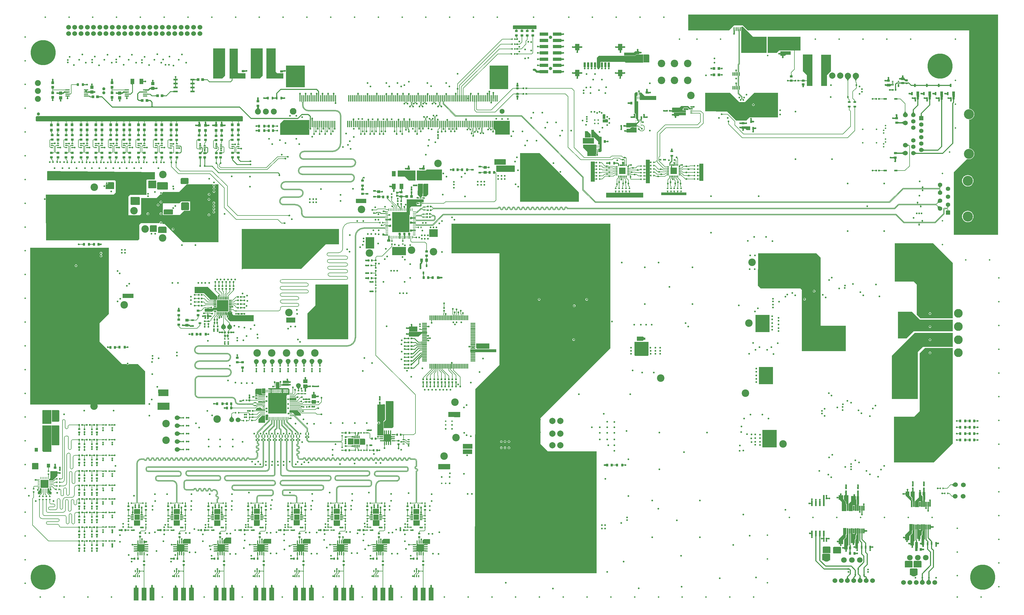
<source format=gtl>
G04*
G04 #@! TF.GenerationSoftware,Altium Limited,Altium Designer,20.0.13 (296)*
G04*
G04 Layer_Physical_Order=1*
G04 Layer_Color=255*
%FSLAX25Y25*%
%MOIN*%
G70*
G01*
G75*
%ADD11C,0.00984*%
%ADD12C,0.01000*%
%ADD15C,0.00787*%
%ADD17C,0.01575*%
%ADD18C,0.00500*%
%ADD19C,0.00600*%
%ADD34R,0.03740X0.03740*%
%ADD35R,0.03150X0.03740*%
%ADD36O,0.01181X0.05315*%
%ADD37R,0.03937X0.04134*%
%ADD38R,0.03740X0.03740*%
%ADD39R,0.10827X0.03937*%
%ADD40R,0.03937X0.11024*%
%ADD41R,0.02047X0.02835*%
%ADD43R,0.02441X0.02598*%
%ADD44R,0.02441X0.02756*%
%ADD45R,0.01772X0.02165*%
%ADD46R,0.05709X0.02362*%
%ADD47R,0.04528X0.06890*%
%ADD48R,0.05512X0.01772*%
%ADD49R,0.02598X0.02441*%
%ADD50R,0.00984X0.03740*%
%ADD51R,0.02165X0.01772*%
%ADD52R,0.03937X0.04724*%
%ADD53R,0.02362X0.01378*%
%ADD54R,0.02165X0.02165*%
%ADD55R,0.01181X0.02756*%
%ADD56R,0.02165X0.03740*%
%ADD57R,0.03740X0.02165*%
%ADD58R,0.02284X0.02598*%
%ADD59R,0.02323X0.02441*%
%ADD60R,0.01968X0.01968*%
%ADD61R,0.05512X0.04921*%
%ADD62R,0.04921X0.05512*%
%ADD63O,0.00984X0.03543*%
%ADD64O,0.03543X0.00984*%
%ADD65R,0.04375X0.02365*%
%ADD66O,0.00984X0.03150*%
%ADD67O,0.03150X0.00984*%
%ADD68R,0.01378X0.01968*%
%ADD69R,0.01968X0.01378*%
%ADD70R,0.03956X0.01535*%
%ADD71R,0.01535X0.03956*%
%ADD72O,0.00787X0.03543*%
%ADD73O,0.03543X0.00787*%
%ADD74R,0.02441X0.02323*%
%ADD75R,0.02165X0.02362*%
%ADD76R,0.02362X0.02165*%
%ADD77R,0.02835X0.02047*%
%ADD78R,0.01968X0.01968*%
%ADD79R,0.02598X0.02284*%
%ADD80R,0.01968X0.03347*%
%ADD81R,0.03543X0.02756*%
%ADD82R,0.01772X0.04724*%
%ADD83R,0.03150X0.05906*%
%ADD84R,0.05709X0.07874*%
%ADD85R,0.03740X0.03150*%
%ADD86R,0.05906X0.01181*%
%ADD87R,0.01181X0.05906*%
%ADD88R,0.03740X0.02362*%
%ADD89R,0.02953X0.03543*%
%ADD90R,0.17700X0.18100*%
%ADD91R,0.01400X0.07900*%
%ADD92R,0.01968X0.06496*%
%ADD93R,0.02362X0.06693*%
%ADD94R,0.01083X0.00984*%
%ADD95R,0.00984X0.01083*%
%ADD96R,0.04331X0.03937*%
G04:AMPARAMS|DCode=97|XSize=7.87mil|YSize=17.72mil|CornerRadius=1.97mil|HoleSize=0mil|Usage=FLASHONLY|Rotation=180.000|XOffset=0mil|YOffset=0mil|HoleType=Round|Shape=RoundedRectangle|*
%AMROUNDEDRECTD97*
21,1,0.00787,0.01378,0,0,180.0*
21,1,0.00394,0.01772,0,0,180.0*
1,1,0.00394,-0.00197,0.00689*
1,1,0.00394,0.00197,0.00689*
1,1,0.00394,0.00197,-0.00689*
1,1,0.00394,-0.00197,-0.00689*
%
%ADD97ROUNDEDRECTD97*%
%ADD98R,0.05512X0.04528*%
%ADD99R,0.03740X0.03347*%
%ADD100R,0.02756X0.01378*%
%ADD101R,0.03543X0.02953*%
%ADD103R,0.01200X0.03200*%
%ADD104R,0.03200X0.01200*%
%ADD105R,0.03937X0.03543*%
%ADD106R,0.02756X0.01181*%
%ADD108R,0.06000X0.16000*%
%ADD109R,0.02756X0.03543*%
%ADD110R,0.02953X0.01772*%
%ADD111R,0.02953X0.02559*%
%ADD112R,0.02953X0.03740*%
%ADD113R,0.04528X0.05512*%
%ADD114R,0.02362X0.04134*%
%ADD115R,0.03543X0.03937*%
%ADD116R,0.02362X0.03740*%
%ADD117R,0.04921X0.06890*%
%ADD118R,0.03347X0.03543*%
%ADD119R,0.02362X0.03150*%
%ADD120R,0.03740X0.03543*%
%ADD121R,0.03150X0.02362*%
%ADD122R,0.03347X0.03740*%
G04:AMPARAMS|DCode=123|XSize=7.87mil|YSize=17.72mil|CornerRadius=1.97mil|HoleSize=0mil|Usage=FLASHONLY|Rotation=90.000|XOffset=0mil|YOffset=0mil|HoleType=Round|Shape=RoundedRectangle|*
%AMROUNDEDRECTD123*
21,1,0.00787,0.01378,0,0,90.0*
21,1,0.00394,0.01772,0,0,90.0*
1,1,0.00394,0.00689,0.00197*
1,1,0.00394,0.00689,-0.00197*
1,1,0.00394,-0.00689,-0.00197*
1,1,0.00394,-0.00689,0.00197*
%
%ADD123ROUNDEDRECTD123*%
%ADD134C,0.01968*%
%ADD137R,0.07480X0.04331*%
%ADD140R,0.20472X0.20472*%
%ADD141R,0.10039X0.10039*%
%ADD142R,0.08268X0.08268*%
%ADD143R,0.09449X0.09449*%
%ADD144R,0.09449X0.09449*%
%ADD145R,0.21654X0.21654*%
%ADD146R,0.12800X0.12800*%
%ADD164C,0.09449*%
%ADD165C,0.07480*%
%ADD166C,0.04252*%
%ADD167C,0.03937*%
%ADD168C,0.06000*%
%ADD169C,0.05512*%
%ADD170C,0.31496*%
%ADD171C,0.07874*%
%ADD172R,0.05512X0.05512*%
%ADD173C,0.06024*%
%ADD174C,0.12598*%
%ADD175C,0.07087*%
%ADD176O,0.03937X0.06299*%
%ADD177O,0.03937X0.05512*%
%ADD178C,0.06300*%
%ADD179C,0.08300*%
%ADD180C,0.05504*%
%ADD181C,0.02000*%
%ADD182C,0.09272*%
%ADD183R,0.05504X0.05504*%
%ADD184C,0.12795*%
%ADD185C,0.11000*%
%ADD186C,0.02165*%
%ADD187C,0.01900*%
%ADD188C,0.02756*%
%ADD189C,0.01968*%
%ADD190R,0.06500X0.06500*%
%ADD191R,0.06500X0.06500*%
%ADD192C,0.01378*%
%ADD193C,0.01181*%
%ADD194C,0.01800*%
%ADD195C,0.02756*%
%ADD196C,0.00780*%
%ADD197C,0.00800*%
%ADD198C,0.00980*%
%ADD199C,0.01180*%
G36*
X648176Y825184D02*
X648528Y824830D01*
X648505Y820354D01*
X619148Y820354D01*
X618795Y820708D01*
X618795Y823344D01*
X618795Y824856D01*
X619148Y825210D01*
X648176Y825184D01*
D02*
G37*
G36*
X644040Y820095D02*
X644052Y819961D01*
X644072Y819843D01*
X644099Y819741D01*
X644135Y819654D01*
X644178Y819583D01*
X644229Y819528D01*
X644288Y819489D01*
X644355Y819465D01*
X644430Y819457D01*
X642855D01*
X642930Y819465D01*
X642997Y819489D01*
X643056Y819528D01*
X643107Y819583D01*
X643150Y819654D01*
X643186Y819741D01*
X643213Y819843D01*
X643233Y819961D01*
X643245Y820095D01*
X643249Y820245D01*
X644036D01*
X644040Y820095D01*
D02*
G37*
G36*
X637429D02*
X637441Y819961D01*
X637460Y819843D01*
X637488Y819741D01*
X637523Y819654D01*
X637567Y819583D01*
X637618Y819528D01*
X637677Y819489D01*
X637744Y819465D01*
X637819Y819457D01*
X636244D01*
X636319Y819465D01*
X636386Y819489D01*
X636445Y819528D01*
X636496Y819583D01*
X636539Y819654D01*
X636575Y819741D01*
X636602Y819843D01*
X636622Y819961D01*
X636634Y820095D01*
X636638Y820245D01*
X637425D01*
X637429Y820095D01*
D02*
G37*
G36*
X630372D02*
X630384Y819961D01*
X630404Y819843D01*
X630432Y819741D01*
X630467Y819654D01*
X630510Y819583D01*
X630561Y819528D01*
X630620Y819489D01*
X630687Y819465D01*
X630762Y819457D01*
X629187D01*
X629262Y819465D01*
X629329Y819489D01*
X629388Y819528D01*
X629439Y819583D01*
X629483Y819654D01*
X629518Y819741D01*
X629546Y819843D01*
X629565Y819961D01*
X629577Y820095D01*
X629581Y820245D01*
X630369D01*
X630372Y820095D01*
D02*
G37*
G36*
X623449D02*
X623461Y819961D01*
X623481Y819843D01*
X623508Y819741D01*
X623544Y819654D01*
X623587Y819583D01*
X623638Y819528D01*
X623697Y819489D01*
X623764Y819465D01*
X623839Y819457D01*
X622264D01*
X622339Y819465D01*
X622406Y819489D01*
X622465Y819528D01*
X622516Y819583D01*
X622560Y819654D01*
X622595Y819741D01*
X622623Y819843D01*
X622642Y819961D01*
X622654Y820095D01*
X622658Y820245D01*
X623445D01*
X623449Y820095D01*
D02*
G37*
G36*
X904378Y818131D02*
X904374Y818123D01*
X904370Y818108D01*
X904367Y818088D01*
X904364Y818062D01*
X904359Y817951D01*
X904358Y817848D01*
X903858D01*
X903870Y818122D01*
X904383Y818134D01*
X904378Y818131D01*
D02*
G37*
G36*
X903058Y818122D02*
X903061Y818120D01*
X903063Y818111D01*
X903065Y818097D01*
X903067Y818054D01*
X903070Y817848D01*
X902570D01*
X902570Y817902D01*
X902558Y818108D01*
X902555Y818123D01*
X902550Y818131D01*
X902546Y818134D01*
X903058Y818122D01*
D02*
G37*
G36*
X679723Y815477D02*
X679770Y815343D01*
X679850Y815225D01*
X679961Y815123D01*
X680104Y815036D01*
X680278Y814965D01*
X680484Y814910D01*
X680722Y814871D01*
X680992Y814847D01*
X681294Y814839D01*
Y813264D01*
X680992Y813257D01*
X680722Y813233D01*
X680484Y813194D01*
X680278Y813138D01*
X680104Y813068D01*
X679961Y812981D01*
X679850Y812879D01*
X679770Y812761D01*
X679723Y812627D01*
X679707Y812477D01*
Y815627D01*
X679723Y815477D01*
D02*
G37*
G36*
X644355Y811217D02*
X644288Y811193D01*
X644229Y811154D01*
X644178Y811098D01*
X644135Y811026D01*
X644099Y810938D01*
X644072Y810834D01*
X644052Y810714D01*
X644040Y810578D01*
X644036Y810426D01*
X643249D01*
X643245Y810578D01*
X643233Y810714D01*
X643213Y810834D01*
X643186Y810938D01*
X643150Y811026D01*
X643107Y811098D01*
X643056Y811154D01*
X642997Y811193D01*
X642930Y811217D01*
X642855Y811226D01*
X644430D01*
X644355Y811217D01*
D02*
G37*
G36*
X637521D02*
X637454Y811193D01*
X637395Y811154D01*
X637344Y811098D01*
X637301Y811026D01*
X637265Y810938D01*
X637238Y810834D01*
X637218Y810714D01*
X637206Y810578D01*
X637202Y810426D01*
X636415D01*
X636411Y810578D01*
X636399Y810714D01*
X636380Y810834D01*
X636352Y810938D01*
X636317Y811026D01*
X636273Y811098D01*
X636222Y811154D01*
X636163Y811193D01*
X636096Y811217D01*
X636021Y811226D01*
X637596D01*
X637521Y811217D01*
D02*
G37*
G36*
X630687D02*
X630620Y811193D01*
X630561Y811154D01*
X630510Y811098D01*
X630467Y811026D01*
X630432Y810938D01*
X630404Y810834D01*
X630384Y810714D01*
X630372Y810578D01*
X630369Y810426D01*
X629581D01*
X629577Y810578D01*
X629565Y810714D01*
X629546Y810834D01*
X629518Y810938D01*
X629483Y811026D01*
X629439Y811098D01*
X629388Y811154D01*
X629329Y811193D01*
X629262Y811217D01*
X629187Y811226D01*
X630762D01*
X630687Y811217D01*
D02*
G37*
G36*
X623811D02*
X623744Y811193D01*
X623685Y811154D01*
X623634Y811098D01*
X623590Y811026D01*
X623555Y810938D01*
X623527Y810834D01*
X623508Y810714D01*
X623496Y810578D01*
X623492Y810426D01*
X622705D01*
X622701Y810578D01*
X622689Y810714D01*
X622669Y810834D01*
X622642Y810938D01*
X622606Y811026D01*
X622563Y811098D01*
X622512Y811154D01*
X622453Y811193D01*
X622386Y811217D01*
X622311Y811226D01*
X623886D01*
X623811Y811217D01*
D02*
G37*
G36*
X624455Y809264D02*
X624466Y809163D01*
X624484Y809066D01*
X624510Y808972D01*
X624542Y808882D01*
X624582Y808795D01*
X624630Y808712D01*
X624684Y808632D01*
X624746Y808556D01*
X624816Y808482D01*
X623300D01*
X623369Y808556D01*
X623431Y808632D01*
X623486Y808712D01*
X623533Y808795D01*
X623573Y808882D01*
X623606Y808972D01*
X623631Y809066D01*
X623649Y809163D01*
X623660Y809264D01*
X623664Y809367D01*
X624451D01*
X624455Y809264D01*
D02*
G37*
G36*
X621998Y808422D02*
X622022Y808355D01*
X622061Y808296D01*
X622117Y808245D01*
X622187Y808202D01*
X622274Y808166D01*
X622376Y808138D01*
X622495Y808119D01*
X622561Y808113D01*
X622604Y808118D01*
X622701Y808136D01*
X622794Y808161D01*
X622885Y808194D01*
X622971Y808234D01*
X623055Y808282D01*
X623135Y808336D01*
X623211Y808398D01*
X623284Y808467D01*
Y806952D01*
X623211Y807021D01*
X623135Y807083D01*
X623055Y807137D01*
X622971Y807185D01*
X622885Y807225D01*
X622794Y807257D01*
X622701Y807283D01*
X622604Y807301D01*
X622561Y807306D01*
X622495Y807300D01*
X622376Y807280D01*
X622274Y807253D01*
X622187Y807217D01*
X622117Y807174D01*
X622061Y807123D01*
X622022Y807064D01*
X621998Y806997D01*
X621990Y806922D01*
Y808497D01*
X621998Y808422D01*
D02*
G37*
G36*
X616712Y806922D02*
X616704Y806997D01*
X616680Y807064D01*
X616640Y807123D01*
X616584Y807174D01*
X616512Y807218D01*
X616424Y807253D01*
X616320Y807281D01*
X616200Y807300D01*
X616064Y807312D01*
X615912Y807316D01*
Y808103D01*
X616064Y808107D01*
X616200Y808119D01*
X616320Y808139D01*
X616424Y808166D01*
X616512Y808202D01*
X616584Y808245D01*
X616640Y808296D01*
X616680Y808355D01*
X616704Y808422D01*
X616712Y808497D01*
Y806922D01*
D02*
G37*
G36*
X679723Y807603D02*
X679770Y807469D01*
X679850Y807351D01*
X679961Y807249D01*
X680104Y807162D01*
X680278Y807091D01*
X680484Y807036D01*
X680722Y806997D01*
X680992Y806973D01*
X681294Y806965D01*
Y805390D01*
X680992Y805383D01*
X680722Y805359D01*
X680484Y805320D01*
X680278Y805264D01*
X680104Y805194D01*
X679961Y805107D01*
X679850Y805005D01*
X679770Y804887D01*
X679723Y804753D01*
X679707Y804603D01*
Y807753D01*
X679723Y807603D01*
D02*
G37*
G36*
X624904Y802075D02*
X624980Y802013D01*
X625060Y801959D01*
X625144Y801911D01*
X625231Y801871D01*
X625321Y801838D01*
X625414Y801813D01*
X625512Y801795D01*
X625612Y801784D01*
X625716Y801780D01*
Y800993D01*
X625612Y800989D01*
X625512Y800978D01*
X625414Y800960D01*
X625321Y800935D01*
X625231Y800902D01*
X625144Y800862D01*
X625060Y800814D01*
X624980Y800760D01*
X624904Y800698D01*
X624831Y800629D01*
Y802144D01*
X624904Y802075D01*
D02*
G37*
G36*
X621998Y802099D02*
X622022Y802032D01*
X622061Y801973D01*
X622117Y801922D01*
X622187Y801879D01*
X622274Y801843D01*
X622376Y801816D01*
X622495Y801796D01*
X622561Y801790D01*
X622604Y801795D01*
X622701Y801813D01*
X622794Y801838D01*
X622885Y801871D01*
X622971Y801911D01*
X623055Y801959D01*
X623135Y802013D01*
X623211Y802075D01*
X623284Y802144D01*
Y800629D01*
X623211Y800698D01*
X623135Y800760D01*
X623055Y800814D01*
X622971Y800862D01*
X622885Y800902D01*
X622794Y800935D01*
X622701Y800960D01*
X622604Y800978D01*
X622561Y800983D01*
X622495Y800977D01*
X622376Y800957D01*
X622274Y800930D01*
X622187Y800894D01*
X622117Y800851D01*
X622061Y800800D01*
X622022Y800741D01*
X621998Y800674D01*
X621990Y800599D01*
Y802174D01*
X621998Y802099D01*
D02*
G37*
G36*
X616712Y800600D02*
X616704Y800675D01*
X616680Y800742D01*
X616640Y800801D01*
X616584Y800852D01*
X616512Y800896D01*
X616424Y800931D01*
X616320Y800959D01*
X616200Y800978D01*
X616064Y800990D01*
X615912Y800994D01*
Y801781D01*
X616064Y801785D01*
X616200Y801797D01*
X616320Y801817D01*
X616424Y801845D01*
X616512Y801880D01*
X616584Y801923D01*
X616640Y801974D01*
X616680Y802034D01*
X616704Y802100D01*
X616712Y802175D01*
Y800600D01*
D02*
G37*
G36*
X652144Y797516D02*
X652137Y797591D01*
X652113Y797658D01*
X652074Y797717D01*
X652018Y797768D01*
X651948Y797812D01*
X651861Y797847D01*
X651759Y797875D01*
X651641Y797894D01*
X651507Y797906D01*
X651456Y797907D01*
X651427Y797906D01*
X651326Y797895D01*
X651229Y797877D01*
X651136Y797852D01*
X651046Y797819D01*
X650959Y797779D01*
X650875Y797732D01*
X650795Y797677D01*
X650719Y797615D01*
X650646Y797546D01*
X650646Y799062D01*
X650719Y798992D01*
X650795Y798931D01*
X650875Y798876D01*
X650959Y798829D01*
X651046Y798789D01*
X651136Y798756D01*
X651229Y798730D01*
X651326Y798712D01*
X651427Y798701D01*
X651456Y798700D01*
X651507Y798701D01*
X651641Y798713D01*
X651759Y798733D01*
X651861Y798761D01*
X651948Y798796D01*
X652018Y798839D01*
X652074Y798890D01*
X652113Y798949D01*
X652137Y799016D01*
X652144Y799091D01*
Y797516D01*
D02*
G37*
G36*
X679723Y799729D02*
X679770Y799595D01*
X679850Y799477D01*
X679961Y799375D01*
X680104Y799288D01*
X680278Y799217D01*
X680484Y799162D01*
X680722Y799123D01*
X680992Y799099D01*
X681294Y799091D01*
Y797516D01*
X680992Y797509D01*
X680722Y797485D01*
X680484Y797446D01*
X680278Y797390D01*
X680104Y797320D01*
X679961Y797233D01*
X679850Y797131D01*
X679770Y797013D01*
X679723Y796879D01*
X679707Y796729D01*
Y799879D01*
X679723Y799729D01*
D02*
G37*
G36*
X756704Y799315D02*
X756752Y799181D01*
X756831Y799063D01*
X756943Y798960D01*
X757085Y798874D01*
X757260Y798803D01*
X757466Y798748D01*
X757704Y798709D01*
X757974Y798685D01*
X758275Y798677D01*
Y797102D01*
X757974Y797094D01*
X757704Y797071D01*
X757466Y797031D01*
X757260Y796976D01*
X757085Y796905D01*
X756943Y796819D01*
X756831Y796716D01*
X756752Y796598D01*
X756704Y796464D01*
X756689Y796315D01*
Y799465D01*
X756704Y799315D01*
D02*
G37*
G36*
X702571D02*
X702618Y799181D01*
X702698Y799063D01*
X702809Y798960D01*
X702951Y798874D01*
X703126Y798803D01*
X703332Y798748D01*
X703570Y798709D01*
X703840Y798685D01*
X704142Y798677D01*
Y797102D01*
X703840Y797094D01*
X703570Y797071D01*
X703332Y797031D01*
X703126Y796976D01*
X702951Y796905D01*
X702809Y796819D01*
X702698Y796716D01*
X702618Y796598D01*
X702571Y796464D01*
X702555Y796315D01*
Y799465D01*
X702571Y799315D01*
D02*
G37*
G36*
X751028Y796240D02*
X751012Y796390D01*
X750964Y796524D01*
X750885Y796642D01*
X750774Y796744D01*
X750631Y796831D01*
X750457Y796902D01*
X750250Y796957D01*
X750012Y796996D01*
X749743Y797020D01*
X749441Y797028D01*
Y798602D01*
X749743Y798610D01*
X750012Y798634D01*
X750250Y798673D01*
X750457Y798728D01*
X750631Y798799D01*
X750774Y798886D01*
X750885Y798988D01*
X750964Y799106D01*
X751012Y799240D01*
X751028Y799390D01*
Y796240D01*
D02*
G37*
G36*
X696894D02*
X696878Y796390D01*
X696831Y796524D01*
X696751Y796642D01*
X696640Y796744D01*
X696497Y796831D01*
X696323Y796902D01*
X696116Y796957D01*
X695879Y796996D01*
X695609Y797020D01*
X695307Y797028D01*
Y798602D01*
X695609Y798610D01*
X695879Y798634D01*
X696116Y798673D01*
X696323Y798728D01*
X696497Y798799D01*
X696640Y798886D01*
X696751Y798988D01*
X696831Y799106D01*
X696878Y799240D01*
X696894Y799390D01*
Y796240D01*
D02*
G37*
G36*
X616712Y794766D02*
X616704Y794841D01*
X616680Y794908D01*
X616640Y794967D01*
X616584Y795018D01*
X616512Y795061D01*
X616424Y795097D01*
X616320Y795124D01*
X616200Y795144D01*
X616064Y795156D01*
X615912Y795160D01*
Y795947D01*
X616064Y795951D01*
X616200Y795963D01*
X616320Y795982D01*
X616424Y796010D01*
X616512Y796045D01*
X616584Y796089D01*
X616640Y796140D01*
X616680Y796199D01*
X616704Y796266D01*
X616712Y796341D01*
Y794766D01*
D02*
G37*
G36*
X624904Y796197D02*
X624980Y796135D01*
X625060Y796081D01*
X625144Y796033D01*
X625231Y795993D01*
X625321Y795961D01*
X625414Y795935D01*
X625512Y795917D01*
X625612Y795906D01*
X625716Y795902D01*
Y795115D01*
X625612Y795111D01*
X625512Y795100D01*
X625414Y795082D01*
X625321Y795057D01*
X625231Y795024D01*
X625144Y794984D01*
X625060Y794936D01*
X624980Y794882D01*
X624904Y794820D01*
X624831Y794751D01*
Y796266D01*
X624904Y796197D01*
D02*
G37*
G36*
X621998Y796221D02*
X622022Y796154D01*
X622061Y796095D01*
X622117Y796044D01*
X622187Y796001D01*
X622274Y795965D01*
X622376Y795938D01*
X622495Y795918D01*
X622561Y795912D01*
X622604Y795917D01*
X622701Y795935D01*
X622794Y795961D01*
X622885Y795993D01*
X622971Y796033D01*
X623055Y796081D01*
X623135Y796135D01*
X623211Y796197D01*
X623284Y796266D01*
Y794751D01*
X623211Y794820D01*
X623135Y794882D01*
X623055Y794936D01*
X622971Y794984D01*
X622885Y795024D01*
X622794Y795057D01*
X622701Y795082D01*
X622604Y795100D01*
X622561Y795105D01*
X622495Y795099D01*
X622376Y795079D01*
X622274Y795052D01*
X622187Y795016D01*
X622117Y794973D01*
X622061Y794922D01*
X622022Y794863D01*
X621998Y794796D01*
X621990Y794721D01*
Y796296D01*
X621998Y796221D01*
D02*
G37*
G36*
X755354Y793874D02*
X755221Y793827D01*
X755102Y793748D01*
X755000Y793638D01*
X754913Y793496D01*
X754843Y793323D01*
X754787Y793118D01*
X754748Y792882D01*
X754725Y792614D01*
X754717Y792315D01*
X753142D01*
X753134Y792614D01*
X753110Y792882D01*
X753071Y793118D01*
X753016Y793323D01*
X752945Y793496D01*
X752858Y793638D01*
X752756Y793748D01*
X752638Y793827D01*
X752504Y793874D01*
X752354Y793890D01*
X755504D01*
X755354Y793874D01*
D02*
G37*
G36*
X701221D02*
X701087Y793827D01*
X700969Y793748D01*
X700866Y793638D01*
X700780Y793496D01*
X700709Y793323D01*
X700654Y793118D01*
X700614Y792882D01*
X700591Y792614D01*
X700583Y792315D01*
X699008D01*
X699000Y792614D01*
X698976Y792882D01*
X698937Y793118D01*
X698882Y793323D01*
X698811Y793496D01*
X698725Y793638D01*
X698622Y793748D01*
X698504Y793827D01*
X698370Y793874D01*
X698220Y793890D01*
X701370D01*
X701221Y793874D01*
D02*
G37*
G36*
X652144Y789642D02*
X652137Y789717D01*
X652113Y789784D01*
X652074Y789843D01*
X652018Y789894D01*
X651948Y789938D01*
X651861Y789973D01*
X651759Y790001D01*
X651641Y790020D01*
X651507Y790032D01*
X651456Y790033D01*
X651427Y790032D01*
X651326Y790022D01*
X651229Y790003D01*
X651136Y789978D01*
X651046Y789945D01*
X650959Y789905D01*
X650875Y789858D01*
X650795Y789803D01*
X650719Y789741D01*
X650646Y789672D01*
Y791188D01*
X650719Y791118D01*
X650795Y791057D01*
X650875Y791002D01*
X650959Y790955D01*
X651046Y790914D01*
X651136Y790882D01*
X651229Y790856D01*
X651326Y790838D01*
X651427Y790827D01*
X651456Y790826D01*
X651507Y790827D01*
X651641Y790839D01*
X651759Y790859D01*
X651861Y790886D01*
X651948Y790922D01*
X652018Y790965D01*
X652074Y791016D01*
X652113Y791076D01*
X652137Y791142D01*
X652144Y791217D01*
Y789642D01*
D02*
G37*
G36*
X921073Y810756D02*
X937957Y810756D01*
X937957Y790619D01*
X905993Y790619D01*
X905993Y817660D01*
X906079D01*
Y823285D01*
X906539Y823382D01*
X908448Y823382D01*
X921073Y810756D01*
D02*
G37*
G36*
X980770Y810644D02*
X980770Y793617D01*
X968776D01*
X953911Y793617D01*
X950722Y790428D01*
X939209Y790428D01*
X939209Y810644D01*
X980770Y810644D01*
D02*
G37*
G36*
X679723Y791855D02*
X679770Y791721D01*
X679850Y791603D01*
X679961Y791501D01*
X680104Y791414D01*
X680278Y791343D01*
X680484Y791288D01*
X680722Y791249D01*
X680992Y791225D01*
X681294Y791217D01*
Y789642D01*
X680992Y789635D01*
X680722Y789611D01*
X680484Y789572D01*
X680278Y789516D01*
X680104Y789446D01*
X679961Y789359D01*
X679850Y789257D01*
X679770Y789139D01*
X679723Y789005D01*
X679707Y788855D01*
Y792005D01*
X679723Y791855D01*
D02*
G37*
G36*
X616269Y788506D02*
X616261Y788581D01*
X616237Y788648D01*
X616197Y788707D01*
X616141Y788758D01*
X616069Y788802D01*
X615981Y788837D01*
X615877Y788865D01*
X615757Y788884D01*
X615622Y788896D01*
X615470Y788900D01*
Y789687D01*
X615622Y789691D01*
X615757Y789703D01*
X615877Y789723D01*
X615981Y789750D01*
X616069Y789786D01*
X616141Y789829D01*
X616197Y789880D01*
X616237Y789939D01*
X616261Y790006D01*
X616269Y790081D01*
Y788506D01*
D02*
G37*
G36*
X624904Y789929D02*
X624980Y789868D01*
X625060Y789813D01*
X625144Y789766D01*
X625231Y789726D01*
X625321Y789693D01*
X625414Y789667D01*
X625512Y789649D01*
X625612Y789638D01*
X625716Y789635D01*
Y788847D01*
X625612Y788843D01*
X625512Y788833D01*
X625414Y788814D01*
X625321Y788789D01*
X625231Y788756D01*
X625144Y788716D01*
X625060Y788669D01*
X624980Y788614D01*
X624904Y788552D01*
X624831Y788483D01*
Y789999D01*
X624904Y789929D01*
D02*
G37*
G36*
X623284Y788483D02*
X623211Y788552D01*
X623135Y788614D01*
X623055Y788669D01*
X622971Y788716D01*
X622885Y788756D01*
X622794Y788789D01*
X622701Y788814D01*
X622604Y788833D01*
X622503Y788843D01*
X622400Y788847D01*
Y789635D01*
X622503Y789638D01*
X622604Y789649D01*
X622701Y789667D01*
X622794Y789693D01*
X622885Y789726D01*
X622971Y789766D01*
X623055Y789813D01*
X623135Y789868D01*
X623211Y789929D01*
X623284Y789999D01*
Y788483D01*
D02*
G37*
G36*
X621556Y789953D02*
X621580Y789887D01*
X621619Y789827D01*
X621674Y789776D01*
X621745Y789733D01*
X621831Y789698D01*
X621934Y789670D01*
X622052Y789650D01*
X622186Y789639D01*
X622335Y789635D01*
Y788847D01*
X622186Y788843D01*
X622052Y788831D01*
X621934Y788812D01*
X621831Y788784D01*
X621745Y788749D01*
X621674Y788705D01*
X621619Y788654D01*
X621580Y788595D01*
X621556Y788528D01*
X621548Y788453D01*
Y790028D01*
X621556Y789953D01*
D02*
G37*
G36*
X968486Y791656D02*
X968486Y789105D01*
Y788065D01*
X964943D01*
X962439Y788065D01*
X961258Y786884D01*
X959581Y786884D01*
X959341D01*
X959301Y786819D01*
X959231Y786646D01*
X959175Y786441D01*
X959136Y786205D01*
X959112Y785937D01*
X959105Y785638D01*
X957530D01*
X957522Y785937D01*
X957498Y786205D01*
X957459Y786441D01*
X957404Y786646D01*
X957333Y786819D01*
X957293Y786884D01*
X957012D01*
X955470Y786884D01*
X955470Y787947D01*
Y788248D01*
X955442Y788290D01*
X955331Y788392D01*
X955189Y788479D01*
X955014Y788550D01*
X954808Y788605D01*
X954570Y788644D01*
X954300Y788668D01*
X953998Y788676D01*
Y790250D01*
X954300Y790258D01*
X954570Y790282D01*
X954808Y790321D01*
X955014Y790377D01*
X955189Y790447D01*
X955331Y790534D01*
X955442Y790636D01*
X955470Y790678D01*
Y791089D01*
X955470Y792412D01*
X968486D01*
X968486Y791656D01*
D02*
G37*
G36*
X776387Y793543D02*
X776411Y793275D01*
X776450Y793039D01*
X776506Y792835D01*
X776576Y792661D01*
X776629Y792576D01*
X777749D01*
Y791832D01*
X777919Y791782D01*
X778123Y791741D01*
X778360Y791712D01*
X778627Y791695D01*
X778927Y791689D01*
Y790114D01*
X778627Y790108D01*
X778123Y790062D01*
X777919Y790022D01*
X777749Y789971D01*
Y788951D01*
X774302D01*
X774200Y788908D01*
X773866D01*
X772204Y787246D01*
X758601D01*
Y790826D01*
X770817D01*
X772501Y792576D01*
X774556D01*
X774608Y792661D01*
X774679Y792835D01*
X774734Y793039D01*
X774773Y793275D01*
X774797Y793543D01*
X774805Y793842D01*
X776379D01*
X776387Y793543D01*
D02*
G37*
G36*
X782611Y788447D02*
Y786661D01*
X782611Y778288D01*
X760353D01*
X759595Y779047D01*
X729106D01*
X728836Y778777D01*
X728723D01*
Y778664D01*
X728603Y778544D01*
Y772509D01*
X727610Y771516D01*
X727597Y770365D01*
X725082D01*
Y771662D01*
X724421Y772324D01*
X724421Y784565D01*
X726553Y786697D01*
X772478Y786667D01*
X774302Y788463D01*
X782604D01*
X782611Y788447D01*
D02*
G37*
G36*
X652144Y781768D02*
X652137Y781843D01*
X652113Y781910D01*
X652074Y781969D01*
X652018Y782020D01*
X651948Y782064D01*
X651861Y782099D01*
X651759Y782127D01*
X651641Y782146D01*
X651507Y782158D01*
X651456Y782160D01*
X651427Y782158D01*
X651326Y782148D01*
X651229Y782129D01*
X651136Y782104D01*
X651046Y782071D01*
X650959Y782031D01*
X650875Y781984D01*
X650795Y781929D01*
X650719Y781867D01*
X650646Y781798D01*
X650646Y783314D01*
X650719Y783245D01*
X650795Y783182D01*
X650875Y783128D01*
X650959Y783081D01*
X651046Y783041D01*
X651136Y783008D01*
X651229Y782982D01*
X651326Y782964D01*
X651427Y782953D01*
X651456Y782952D01*
X651507Y782953D01*
X651641Y782965D01*
X651759Y782985D01*
X651861Y783012D01*
X651948Y783048D01*
X652018Y783091D01*
X652074Y783142D01*
X652113Y783202D01*
X652137Y783268D01*
X652144Y783343D01*
Y781768D01*
D02*
G37*
G36*
X679723Y783981D02*
X679770Y783847D01*
X679850Y783729D01*
X679961Y783627D01*
X680104Y783540D01*
X680278Y783469D01*
X680484Y783414D01*
X680722Y783375D01*
X680992Y783351D01*
X681294Y783343D01*
Y781768D01*
X680992Y781761D01*
X680722Y781737D01*
X680484Y781698D01*
X680278Y781642D01*
X680104Y781571D01*
X679961Y781485D01*
X679850Y781383D01*
X679770Y781264D01*
X679723Y781131D01*
X679707Y780981D01*
Y784131D01*
X679723Y783981D01*
D02*
G37*
G36*
X790507Y787852D02*
X790507Y778893D01*
X789955Y778341D01*
X783114Y778341D01*
Y788502D01*
X789857Y788502D01*
X790507Y787852D01*
D02*
G37*
G36*
X652144Y773914D02*
X652137Y773989D01*
X652113Y774056D01*
X652074Y774115D01*
X652018Y774166D01*
X651948Y774209D01*
X651861Y774245D01*
X651759Y774272D01*
X651641Y774292D01*
X651507Y774304D01*
X651456Y774305D01*
X651427Y774304D01*
X651326Y774293D01*
X651229Y774275D01*
X651136Y774250D01*
X651046Y774217D01*
X650959Y774177D01*
X650875Y774129D01*
X650795Y774075D01*
X650719Y774013D01*
X650646Y773944D01*
Y775459D01*
X650719Y775390D01*
X650795Y775328D01*
X650875Y775274D01*
X650959Y775226D01*
X651046Y775186D01*
X651136Y775154D01*
X651229Y775128D01*
X651326Y775110D01*
X651427Y775099D01*
X651456Y775098D01*
X651507Y775099D01*
X651641Y775111D01*
X651759Y775131D01*
X651861Y775158D01*
X651948Y775194D01*
X652018Y775237D01*
X652074Y775288D01*
X652113Y775347D01*
X652137Y775414D01*
X652144Y775489D01*
Y773914D01*
D02*
G37*
G36*
X679723Y776107D02*
X679770Y775973D01*
X679850Y775855D01*
X679961Y775753D01*
X680104Y775666D01*
X680278Y775595D01*
X680484Y775540D01*
X680722Y775501D01*
X680992Y775477D01*
X681294Y775469D01*
Y773894D01*
X680992Y773886D01*
X680722Y773863D01*
X680484Y773823D01*
X680278Y773768D01*
X680104Y773698D01*
X679961Y773611D01*
X679850Y773509D01*
X679770Y773390D01*
X679723Y773257D01*
X679707Y773107D01*
Y776257D01*
X679723Y776107D01*
D02*
G37*
G36*
X739803Y772508D02*
X739806Y772433D01*
X740197D01*
X740122Y772425D01*
X740055Y772402D01*
X739996Y772362D01*
X739945Y772307D01*
X739902Y772236D01*
X739866Y772150D01*
X739858Y772119D01*
X739859Y772112D01*
X739891Y772021D01*
X739930Y771933D01*
X739976Y771848D01*
X740029Y771766D01*
X740089Y771687D01*
X740156Y771611D01*
X739204Y771646D01*
X739016D01*
X739016Y771653D01*
X738641Y771666D01*
X738712Y771737D01*
X738776Y771811D01*
X738832Y771888D01*
X738881Y771970D01*
X738922Y772055D01*
X738955Y772142D01*
X738953Y772150D01*
X738917Y772236D01*
X738874Y772307D01*
X738823Y772362D01*
X738764Y772402D01*
X738697Y772425D01*
X738622Y772433D01*
X739012D01*
X739012Y772435D01*
X739016Y772539D01*
X739803Y772508D01*
D02*
G37*
G36*
X735472D02*
X735475Y772433D01*
X735866D01*
X735791Y772425D01*
X735724Y772402D01*
X735665Y772362D01*
X735614Y772307D01*
X735571Y772236D01*
X735535Y772150D01*
X735527Y772119D01*
X735529Y772112D01*
X735561Y772021D01*
X735599Y771933D01*
X735645Y771848D01*
X735698Y771766D01*
X735758Y771687D01*
X735825Y771611D01*
X734874Y771646D01*
X734685D01*
X734685Y771653D01*
X734310Y771666D01*
X734381Y771737D01*
X734445Y771811D01*
X734501Y771888D01*
X734550Y771970D01*
X734591Y772055D01*
X734624Y772142D01*
X734622Y772150D01*
X734587Y772236D01*
X734543Y772307D01*
X734492Y772362D01*
X734433Y772402D01*
X734366Y772425D01*
X734291Y772433D01*
X734681D01*
X734681Y772435D01*
X734685Y772539D01*
X735472Y772508D01*
D02*
G37*
G36*
X731142D02*
X731144Y772433D01*
X731535D01*
X731461Y772425D01*
X731394Y772402D01*
X731335Y772362D01*
X731284Y772307D01*
X731240Y772236D01*
X731205Y772150D01*
X731196Y772119D01*
X731198Y772112D01*
X731230Y772021D01*
X731269Y771933D01*
X731314Y771848D01*
X731367Y771766D01*
X731427Y771687D01*
X731494Y771611D01*
X730543Y771646D01*
X730354D01*
X730354Y771653D01*
X729979Y771666D01*
X730051Y771737D01*
X730114Y771811D01*
X730171Y771888D01*
X730219Y771970D01*
X730261Y772055D01*
X730293Y772142D01*
X730291Y772150D01*
X730256Y772236D01*
X730213Y772307D01*
X730161Y772362D01*
X730102Y772402D01*
X730035Y772425D01*
X729961Y772433D01*
X730350D01*
X730351Y772435D01*
X730354Y772539D01*
X731142Y772508D01*
D02*
G37*
G36*
X722480D02*
X722483Y772433D01*
X722874D01*
X722799Y772425D01*
X722732Y772402D01*
X722673Y772362D01*
X722622Y772307D01*
X722579Y772236D01*
X722543Y772150D01*
X722535Y772119D01*
X722537Y772112D01*
X722568Y772021D01*
X722607Y771933D01*
X722653Y771848D01*
X722706Y771766D01*
X722766Y771687D01*
X722833Y771611D01*
X721882Y771646D01*
X721693D01*
X721693Y771653D01*
X721318Y771666D01*
X721389Y771737D01*
X721453Y771811D01*
X721509Y771888D01*
X721558Y771970D01*
X721599Y772055D01*
X721632Y772142D01*
X721630Y772150D01*
X721594Y772236D01*
X721551Y772307D01*
X721500Y772362D01*
X721441Y772402D01*
X721374Y772425D01*
X721299Y772433D01*
X721689D01*
X721689Y772435D01*
X721693Y772539D01*
X722480Y772508D01*
D02*
G37*
G36*
X718150D02*
X718152Y772433D01*
X718543D01*
X718469Y772425D01*
X718402Y772402D01*
X718342Y772362D01*
X718291Y772307D01*
X718248Y772236D01*
X718213Y772150D01*
X718204Y772119D01*
X718206Y772112D01*
X718238Y772021D01*
X718277Y771933D01*
X718322Y771848D01*
X718375Y771766D01*
X718435Y771687D01*
X718502Y771611D01*
X717551Y771646D01*
X717362D01*
X717362Y771653D01*
X716987Y771666D01*
X717059Y771737D01*
X717122Y771811D01*
X717178Y771888D01*
X717227Y771970D01*
X717269Y772055D01*
X717301Y772142D01*
X717299Y772150D01*
X717264Y772236D01*
X717220Y772307D01*
X717169Y772362D01*
X717110Y772402D01*
X717043Y772425D01*
X716968Y772433D01*
X717358D01*
X717358Y772435D01*
X717362Y772539D01*
X718150Y772508D01*
D02*
G37*
G36*
X713819D02*
X713821Y772433D01*
X714213D01*
X714138Y772425D01*
X714071Y772402D01*
X714012Y772362D01*
X713961Y772307D01*
X713917Y772236D01*
X713882Y772150D01*
X713874Y772119D01*
X713875Y772112D01*
X713907Y772021D01*
X713946Y771933D01*
X713992Y771848D01*
X714044Y771766D01*
X714104Y771687D01*
X714171Y771611D01*
X713220Y771646D01*
X713031D01*
X713031Y771653D01*
X712657Y771666D01*
X712728Y771737D01*
X712792Y771811D01*
X712848Y771888D01*
X712896Y771970D01*
X712938Y772055D01*
X712971Y772142D01*
X712968Y772150D01*
X712933Y772236D01*
X712890Y772307D01*
X712839Y772362D01*
X712780Y772402D01*
X712713Y772425D01*
X712638Y772433D01*
X713028D01*
X713028Y772435D01*
X713031Y772539D01*
X713819Y772508D01*
D02*
G37*
G36*
X709488D02*
X709491Y772433D01*
X709882D01*
X709807Y772425D01*
X709740Y772402D01*
X709681Y772362D01*
X709630Y772307D01*
X709587Y772236D01*
X709551Y772150D01*
X709543Y772119D01*
X709545Y772112D01*
X709576Y772021D01*
X709615Y771933D01*
X709661Y771848D01*
X709714Y771766D01*
X709774Y771687D01*
X709841Y771611D01*
X708889Y771646D01*
X708701D01*
X708701Y771653D01*
X708326Y771666D01*
X708397Y771737D01*
X708461Y771811D01*
X708517Y771888D01*
X708566Y771970D01*
X708607Y772055D01*
X708640Y772142D01*
X708638Y772150D01*
X708602Y772236D01*
X708559Y772307D01*
X708508Y772362D01*
X708449Y772402D01*
X708382Y772425D01*
X708307Y772433D01*
X708697D01*
X708697Y772435D01*
X708701Y772539D01*
X709488Y772508D01*
D02*
G37*
G36*
X880961Y769960D02*
X880862Y770057D01*
X880668Y770220D01*
X880573Y770286D01*
X880480Y770341D01*
X880387Y770387D01*
X880296Y770423D01*
X880207Y770448D01*
X880118Y770463D01*
X880097Y770465D01*
X880026Y770458D01*
X879949Y770446D01*
X879883Y770428D01*
X879826Y770406D01*
X879780Y770378D01*
X879745Y770346D01*
X879719Y770308D01*
X879704Y770266D01*
X879698Y770218D01*
Y771218D01*
X879704Y771171D01*
X879719Y771128D01*
X879745Y771091D01*
X879780Y771058D01*
X879826Y771031D01*
X879883Y771008D01*
X879949Y770991D01*
X880026Y770978D01*
X880097Y770972D01*
X880118Y770973D01*
X880207Y770989D01*
X880296Y771014D01*
X880387Y771050D01*
X880480Y771095D01*
X880573Y771151D01*
X880668Y771217D01*
X880765Y771293D01*
X880862Y771380D01*
X880961Y771476D01*
Y769960D01*
D02*
G37*
G36*
X869100Y771378D02*
X869294Y771215D01*
X869389Y771149D01*
X869483Y771094D01*
X869575Y771048D01*
X869666Y771012D01*
X869756Y770987D01*
X869793Y770981D01*
X869844Y770989D01*
X869909Y771006D01*
X869964Y771029D01*
X870009Y771057D01*
X870044Y771089D01*
X870069Y771127D01*
X870084Y771169D01*
X870089Y771216D01*
Y770217D01*
X870084Y770264D01*
X870069Y770306D01*
X870044Y770344D01*
X870009Y770376D01*
X869964Y770404D01*
X869909Y770427D01*
X869844Y770444D01*
X869793Y770453D01*
X869756Y770446D01*
X869666Y770421D01*
X869575Y770385D01*
X869483Y770340D01*
X869389Y770284D01*
X869294Y770218D01*
X869198Y770142D01*
X869100Y770055D01*
X869001Y769959D01*
Y771474D01*
X869100Y771378D01*
D02*
G37*
G36*
X900211Y767871D02*
X900183Y767797D01*
X900181Y767789D01*
X900424Y767802D01*
X900359Y767725D01*
X900300Y767645D01*
X900248Y767562D01*
X900203Y767476D01*
X900165Y767387D01*
X900134Y767295D01*
X900109Y767201D01*
X900102Y767160D01*
X900094Y766928D01*
X900112Y766719D01*
X900131Y766612D01*
X900154Y766512D01*
X900181Y766421D01*
X900213Y766338D01*
X900249Y766263D01*
X900288Y766196D01*
X899199D01*
X899216Y766230D01*
X899232Y766277D01*
X899246Y766337D01*
X899258Y766410D01*
X899276Y766596D01*
X899279Y766662D01*
X899244Y767200D01*
X899230Y767247D01*
X899196Y767336D01*
X899154Y767420D01*
X899105Y767501D01*
X899048Y767578D01*
X898983Y767650D01*
X898911Y767719D01*
X899201Y767735D01*
X899186Y767797D01*
X899158Y767871D01*
X899127Y767917D01*
X900242D01*
X900211Y767871D01*
D02*
G37*
G36*
X280903Y768756D02*
X280951Y768687D01*
X281029Y768626D01*
X281140Y768572D01*
X281281Y768527D01*
X281455Y768491D01*
X281659Y768462D01*
X281895Y768442D01*
X282463Y768425D01*
Y766850D01*
X282163Y766843D01*
X281895Y766819D01*
X281659Y766780D01*
X281455Y766724D01*
X281281Y766653D01*
X281140Y766567D01*
X281029Y766465D01*
X280951Y766347D01*
X280903Y766213D01*
X280888Y766063D01*
Y768834D01*
X280903Y768756D01*
D02*
G37*
G36*
X329079Y768614D02*
X329126Y768574D01*
X329205Y768539D01*
X329315Y768509D01*
X329457Y768483D01*
X329630Y768462D01*
X330071Y768434D01*
X330638Y768425D01*
Y766850D01*
X330339Y766843D01*
X330071Y766819D01*
X329835Y766780D01*
X329630Y766724D01*
X329457Y766653D01*
X329315Y766567D01*
X329205Y766465D01*
X329126Y766347D01*
X329079Y766213D01*
X329063Y766063D01*
Y768658D01*
X329079Y768614D01*
D02*
G37*
G36*
X679723Y768233D02*
X679770Y768099D01*
X679850Y767981D01*
X679961Y767879D01*
X680104Y767792D01*
X680278Y767721D01*
X680484Y767666D01*
X680722Y767627D01*
X680992Y767603D01*
X681294Y767595D01*
Y766020D01*
X680992Y766012D01*
X680722Y765989D01*
X680484Y765949D01*
X680278Y765894D01*
X680104Y765824D01*
X679961Y765737D01*
X679850Y765634D01*
X679770Y765516D01*
X679723Y765383D01*
X679707Y765233D01*
Y768383D01*
X679723Y768233D01*
D02*
G37*
G36*
X652144Y764851D02*
X652117Y764961D01*
X652034Y765060D01*
X651896Y765146D01*
X651704Y765222D01*
X651455Y765285D01*
X651152Y765337D01*
X650794Y765378D01*
X649912Y765424D01*
X649389Y765430D01*
Y768186D01*
X649912Y768191D01*
X651152Y768278D01*
X651455Y768330D01*
X651704Y768394D01*
X651896Y768469D01*
X652034Y768556D01*
X652117Y768654D01*
X652144Y768764D01*
Y764851D01*
D02*
G37*
G36*
X702571Y766638D02*
X702618Y766504D01*
X702698Y766386D01*
X702809Y766283D01*
X702951Y766197D01*
X703126Y766126D01*
X703332Y766071D01*
X703570Y766031D01*
X703840Y766008D01*
X704142Y766000D01*
Y764425D01*
X703840Y764417D01*
X703570Y764394D01*
X703332Y764354D01*
X703126Y764299D01*
X702951Y764228D01*
X702809Y764142D01*
X702698Y764039D01*
X702618Y763921D01*
X702571Y763787D01*
X702555Y763638D01*
Y766787D01*
X702571Y766638D01*
D02*
G37*
G36*
X696894Y763563D02*
X696878Y763713D01*
X696831Y763846D01*
X696751Y763965D01*
X696640Y764067D01*
X696497Y764153D01*
X696323Y764224D01*
X696116Y764280D01*
X695879Y764319D01*
X695609Y764342D01*
X695307Y764350D01*
Y765925D01*
X695609Y765933D01*
X695879Y765957D01*
X696116Y765996D01*
X696323Y766051D01*
X696497Y766122D01*
X696640Y766209D01*
X696751Y766311D01*
X696831Y766429D01*
X696878Y766563D01*
X696894Y766713D01*
Y763563D01*
D02*
G37*
G36*
X756704Y766547D02*
X756752Y766413D01*
X756831Y766295D01*
X756943Y766193D01*
X757085Y766106D01*
X757260Y766035D01*
X757466Y765980D01*
X757704Y765941D01*
X757974Y765917D01*
X758275Y765909D01*
Y764334D01*
X757974Y764326D01*
X757704Y764303D01*
X757466Y764263D01*
X757260Y764208D01*
X757085Y764138D01*
X756943Y764051D01*
X756831Y763949D01*
X756752Y763831D01*
X756704Y763697D01*
X756689Y763547D01*
Y766697D01*
X756704Y766547D01*
D02*
G37*
G36*
X751028Y763472D02*
X751012Y763622D01*
X750964Y763756D01*
X750885Y763874D01*
X750774Y763976D01*
X750631Y764063D01*
X750457Y764134D01*
X750250Y764189D01*
X750012Y764228D01*
X749743Y764252D01*
X749441Y764260D01*
Y765835D01*
X749743Y765842D01*
X750012Y765866D01*
X750250Y765905D01*
X750457Y765961D01*
X750631Y766031D01*
X750774Y766118D01*
X750885Y766220D01*
X750964Y766338D01*
X751012Y766472D01*
X751028Y766622D01*
Y763472D01*
D02*
G37*
G36*
X880961Y762195D02*
X880862Y762291D01*
X880668Y762454D01*
X880573Y762520D01*
X880480Y762576D01*
X880387Y762621D01*
X880296Y762657D01*
X880207Y762682D01*
X880118Y762698D01*
X880097Y762699D01*
X880026Y762693D01*
X879949Y762680D01*
X879883Y762663D01*
X879826Y762640D01*
X879780Y762613D01*
X879745Y762580D01*
X879719Y762543D01*
X879704Y762500D01*
X879698Y762453D01*
Y763453D01*
X879704Y763405D01*
X879719Y763363D01*
X879745Y763325D01*
X879780Y763293D01*
X879826Y763265D01*
X879883Y763243D01*
X879949Y763225D01*
X880026Y763213D01*
X880097Y763207D01*
X880118Y763208D01*
X880207Y763223D01*
X880296Y763248D01*
X880387Y763284D01*
X880480Y763330D01*
X880573Y763386D01*
X880668Y763452D01*
X880765Y763528D01*
X880862Y763614D01*
X880961Y763711D01*
Y762195D01*
D02*
G37*
G36*
X869100Y763614D02*
X869294Y763452D01*
X869389Y763386D01*
X869483Y763330D01*
X869575Y763284D01*
X869666Y763248D01*
X869756Y763223D01*
X869793Y763217D01*
X869844Y763225D01*
X869909Y763243D01*
X869964Y763265D01*
X870009Y763293D01*
X870044Y763325D01*
X870069Y763363D01*
X870084Y763405D01*
X870089Y763453D01*
Y762453D01*
X870084Y762500D01*
X870069Y762543D01*
X870044Y762580D01*
X870009Y762613D01*
X869964Y762640D01*
X869909Y762663D01*
X869844Y762680D01*
X869793Y762689D01*
X869756Y762682D01*
X869666Y762657D01*
X869575Y762621D01*
X869483Y762576D01*
X869389Y762520D01*
X869294Y762454D01*
X869198Y762378D01*
X869100Y762291D01*
X869001Y762195D01*
Y763711D01*
X869100Y763614D01*
D02*
G37*
G36*
X969549Y762834D02*
X969561Y762700D01*
X969580Y762582D01*
X969608Y762479D01*
X969643Y762393D01*
X969687Y762322D01*
X969738Y762267D01*
X969797Y762227D01*
X969864Y762204D01*
X969938Y762196D01*
X968364D01*
X968438Y762204D01*
X968505Y762227D01*
X968564Y762267D01*
X968616Y762322D01*
X968659Y762393D01*
X968694Y762479D01*
X968722Y762582D01*
X968742Y762700D01*
X968753Y762834D01*
X968757Y762983D01*
X969545D01*
X969549Y762834D01*
D02*
G37*
G36*
X701221Y761197D02*
X701087Y761150D01*
X700969Y761071D01*
X700866Y760961D01*
X700780Y760819D01*
X700709Y760646D01*
X700654Y760441D01*
X700614Y760205D01*
X700591Y759937D01*
X700583Y759638D01*
X699008D01*
X699000Y759937D01*
X698976Y760205D01*
X698937Y760441D01*
X698882Y760646D01*
X698811Y760819D01*
X698725Y760961D01*
X698622Y761071D01*
X698504Y761150D01*
X698370Y761197D01*
X698220Y761213D01*
X701370D01*
X701221Y761197D01*
D02*
G37*
G36*
X755264Y761197D02*
X755130Y761150D01*
X755012Y761071D01*
X754909Y760961D01*
X754823Y760819D01*
X754752Y760646D01*
X754697Y760441D01*
X754657Y760205D01*
X754634Y759937D01*
X754626Y759638D01*
X753051D01*
X753043Y759937D01*
X753020Y760205D01*
X752980Y760441D01*
X752925Y760646D01*
X752854Y760819D01*
X752768Y760961D01*
X752665Y761071D01*
X752547Y761150D01*
X752413Y761197D01*
X752264Y761213D01*
X755413D01*
X755264Y761197D01*
D02*
G37*
G36*
X319978Y766716D02*
X321767Y764927D01*
X329790Y764927D01*
X329790Y758123D01*
X308277Y758123D01*
Y796061D01*
X319978D01*
X319978Y766716D01*
D02*
G37*
G36*
X303688Y761761D02*
X299988Y758083D01*
X297858D01*
X288643Y758083D01*
X288643Y796135D01*
X303688Y796135D01*
X303688Y761761D01*
D02*
G37*
G36*
X272430Y765920D02*
X273462Y764888D01*
X282060Y764888D01*
X282060Y758083D01*
X261927Y758083D01*
Y795813D01*
X272430D01*
Y765920D01*
D02*
G37*
G36*
X256501Y761761D02*
X252801Y758083D01*
X250672D01*
X241456Y758083D01*
X241456Y796135D01*
X256501Y796135D01*
X256501Y761761D01*
D02*
G37*
G36*
X1092122Y758087D02*
X1092146Y757820D01*
X1092185Y757583D01*
X1092241Y757379D01*
X1092311Y757205D01*
X1092398Y757064D01*
X1092500Y756953D01*
X1092618Y756875D01*
X1092752Y756827D01*
X1092902Y756812D01*
X1089752D01*
X1089902Y756827D01*
X1090036Y756875D01*
X1090154Y756953D01*
X1090256Y757064D01*
X1090343Y757205D01*
X1090414Y757379D01*
X1090469Y757583D01*
X1090508Y757820D01*
X1090532Y758087D01*
X1090540Y758387D01*
X1092115D01*
X1092122Y758087D01*
D02*
G37*
G36*
X229862Y757549D02*
X229892Y757465D01*
X229941Y757392D01*
X230011Y757328D01*
X230101Y757273D01*
X230210Y757229D01*
X230340Y757195D01*
X230489Y757170D01*
X230659Y757155D01*
X230848Y757150D01*
Y756166D01*
X230659Y756161D01*
X230489Y756146D01*
X230340Y756122D01*
X230210Y756087D01*
X230101Y756043D01*
X230011Y755989D01*
X229941Y755925D01*
X229892Y755851D01*
X229862Y755767D01*
X229852Y755674D01*
Y757643D01*
X229862Y757549D01*
D02*
G37*
G36*
X220439Y755674D02*
X220429Y755767D01*
X220399Y755851D01*
X220350Y755925D01*
X220281Y755989D01*
X220193Y756043D01*
X220085Y756087D01*
X219957Y756122D01*
X219809Y756146D01*
X219642Y756161D01*
X219455Y756166D01*
Y757150D01*
X219642Y757155D01*
X219809Y757170D01*
X219957Y757195D01*
X220085Y757229D01*
X220193Y757273D01*
X220281Y757328D01*
X220350Y757392D01*
X220399Y757465D01*
X220429Y757549D01*
X220439Y757643D01*
Y755674D01*
D02*
G37*
G36*
X218342Y757549D02*
X218372Y757465D01*
X218421Y757392D01*
X218491Y757328D01*
X218581Y757273D01*
X218690Y757229D01*
X218820Y757195D01*
X218969Y757170D01*
X219139Y757155D01*
X219328Y757150D01*
Y756166D01*
X219139Y756161D01*
X218969Y756146D01*
X218820Y756122D01*
X218690Y756087D01*
X218581Y756043D01*
X218491Y755989D01*
X218421Y755925D01*
X218372Y755851D01*
X218342Y755767D01*
X218332Y755674D01*
Y757643D01*
X218342Y757549D01*
D02*
G37*
G36*
X1052582Y758285D02*
X1051519Y757070D01*
X1051259Y756712D01*
X1051046Y756376D01*
X1050881Y756065D01*
X1050763Y755776D01*
X1050692Y755511D01*
X1050669Y755268D01*
X1049881D01*
X1049857Y755511D01*
X1049787Y755776D01*
X1049669Y756065D01*
X1049503Y756376D01*
X1049290Y756712D01*
X1049031Y757070D01*
X1048369Y757857D01*
X1047968Y758285D01*
X1047519Y758736D01*
X1053031D01*
X1052582Y758285D01*
D02*
G37*
G36*
X1042582D02*
X1041519Y757070D01*
X1041259Y756712D01*
X1041046Y756376D01*
X1040881Y756065D01*
X1040763Y755776D01*
X1040692Y755511D01*
X1040668Y755268D01*
X1039881D01*
X1039857Y755511D01*
X1039787Y755776D01*
X1039668Y756065D01*
X1039503Y756376D01*
X1039291Y756712D01*
X1039031Y757070D01*
X1038369Y757857D01*
X1037968Y758285D01*
X1037519Y758736D01*
X1043031D01*
X1042582Y758285D01*
D02*
G37*
G36*
X114723Y756075D02*
X114747Y755807D01*
X114786Y755571D01*
X114841Y755366D01*
X114912Y755193D01*
X114999Y755051D01*
X115101Y754941D01*
X115219Y754862D01*
X115353Y754815D01*
X115503Y754799D01*
X112353D01*
X112503Y754815D01*
X112637Y754862D01*
X112755Y754941D01*
X112857Y755051D01*
X112944Y755193D01*
X113015Y755366D01*
X113070Y755571D01*
X113109Y755807D01*
X113133Y756075D01*
X113141Y756374D01*
X114716D01*
X114723Y756075D01*
D02*
G37*
G36*
X40165Y756072D02*
X40188Y755803D01*
X40228Y755564D01*
X40283Y755358D01*
X40354Y755184D01*
X40440Y755041D01*
X40543Y754930D01*
X40661Y754850D01*
X40795Y754803D01*
X40944Y754787D01*
X37795D01*
X37944Y754803D01*
X38078Y754850D01*
X38196Y754930D01*
X38299Y755041D01*
X38385Y755184D01*
X38456Y755358D01*
X38511Y755564D01*
X38551Y755803D01*
X38574Y756072D01*
X38582Y756374D01*
X40157D01*
X40165Y756072D01*
D02*
G37*
G36*
X965667Y756007D02*
X965743Y755945D01*
X965823Y755890D01*
X965907Y755843D01*
X965993Y755803D01*
X966084Y755770D01*
X966177Y755745D01*
X966274Y755726D01*
X966375Y755716D01*
X966479Y755712D01*
Y754924D01*
X966375Y754921D01*
X966274Y754910D01*
X966177Y754892D01*
X966084Y754866D01*
X965993Y754834D01*
X965907Y754793D01*
X965823Y754746D01*
X965743Y754692D01*
X965667Y754630D01*
X965594Y754560D01*
Y756076D01*
X965667Y756007D01*
D02*
G37*
G36*
X973209Y754531D02*
X973201Y754606D01*
X973178Y754673D01*
X973137Y754732D01*
X973082Y754783D01*
X973010Y754826D01*
X972922Y754861D01*
X972818Y754889D01*
X972698Y754909D01*
X972562Y754921D01*
X972410Y754924D01*
Y755712D01*
X972562Y755716D01*
X972698Y755728D01*
X972818Y755747D01*
X972922Y755775D01*
X973010Y755810D01*
X973082Y755854D01*
X973137Y755905D01*
X973178Y755964D01*
X973201Y756031D01*
X973209Y756106D01*
Y754531D01*
D02*
G37*
G36*
X970907Y756031D02*
X970931Y755964D01*
X970971Y755905D01*
X971027Y755854D01*
X971099Y755810D01*
X971187Y755775D01*
X971290Y755747D01*
X971410Y755728D01*
X971546Y755716D01*
X971698Y755712D01*
Y754924D01*
X971546Y754921D01*
X971410Y754909D01*
X971290Y754889D01*
X971187Y754861D01*
X971099Y754826D01*
X971027Y754783D01*
X970971Y754732D01*
X970931Y754673D01*
X970907Y754606D01*
X970899Y754531D01*
Y756106D01*
X970907Y756031D01*
D02*
G37*
G36*
X967403Y754531D02*
X967395Y754606D01*
X967371Y754673D01*
X967331Y754732D01*
X967276Y754783D01*
X967204Y754826D01*
X967116Y754861D01*
X967012Y754889D01*
X966892Y754909D01*
X966756Y754921D01*
X966604Y754924D01*
Y755712D01*
X966756Y755716D01*
X966892Y755728D01*
X967012Y755747D01*
X967116Y755775D01*
X967204Y755810D01*
X967276Y755854D01*
X967331Y755905D01*
X967371Y755964D01*
X967395Y756031D01*
X967403Y756106D01*
Y754531D01*
D02*
G37*
G36*
X985867Y756042D02*
X985892Y755974D01*
X985932Y755914D01*
X985989Y755862D01*
X986062Y755818D01*
X986152Y755782D01*
X986257Y755754D01*
X986379Y755734D01*
X986517Y755722D01*
X986671Y755718D01*
Y754918D01*
X986517Y754914D01*
X986379Y754902D01*
X986257Y754882D01*
X986152Y754854D01*
X986062Y754818D01*
X985989Y754774D01*
X985932Y754722D01*
X985892Y754662D01*
X985867Y754594D01*
X985859Y754518D01*
Y756118D01*
X985867Y756042D01*
D02*
G37*
G36*
X982352Y754518D02*
X982344Y754594D01*
X982320Y754662D01*
X982280Y754722D01*
X982224Y754774D01*
X982152Y754818D01*
X982064Y754854D01*
X981960Y754882D01*
X981840Y754902D01*
X981704Y754914D01*
X981552Y754918D01*
Y755718D01*
X981704Y755722D01*
X981840Y755734D01*
X981960Y755754D01*
X982064Y755782D01*
X982152Y755818D01*
X982224Y755862D01*
X982280Y755914D01*
X982320Y755974D01*
X982344Y756042D01*
X982352Y756118D01*
Y754518D01*
D02*
G37*
G36*
X978890Y756042D02*
X978914Y755974D01*
X978954Y755914D01*
X979010Y755862D01*
X979082Y755818D01*
X979170Y755782D01*
X979274Y755754D01*
X979394Y755734D01*
X979530Y755722D01*
X979682Y755718D01*
Y754918D01*
X979530Y754914D01*
X979394Y754902D01*
X979274Y754882D01*
X979170Y754854D01*
X979082Y754818D01*
X979010Y754774D01*
X978954Y754722D01*
X978914Y754662D01*
X978890Y754594D01*
X978882Y754518D01*
Y756118D01*
X978890Y756042D01*
D02*
G37*
G36*
X216392Y755491D02*
X216308Y755461D01*
X216235Y755411D01*
X216171Y755342D01*
X216117Y755252D01*
X216072Y755142D01*
X216038Y755013D01*
X216013Y754864D01*
X215998Y754694D01*
X215993Y754505D01*
X215009D01*
X215004Y754694D01*
X214990Y754864D01*
X214965Y755013D01*
X214931Y755142D01*
X214886Y755252D01*
X214832Y755342D01*
X214768Y755411D01*
X214694Y755461D01*
X214611Y755491D01*
X214517Y755501D01*
X216486D01*
X216392Y755491D01*
D02*
G37*
G36*
X194950Y755491D02*
X194865Y755461D01*
X194790Y755410D01*
X194725Y755339D01*
X194670Y755248D01*
X194625Y755137D01*
X194590Y755005D01*
X194565Y754853D01*
X194550Y754681D01*
X194545Y754489D01*
X193545D01*
X193540Y754681D01*
X193525Y754853D01*
X193500Y755005D01*
X193465Y755137D01*
X193420Y755248D01*
X193365Y755339D01*
X193300Y755410D01*
X193225Y755461D01*
X193140Y755491D01*
X193045Y755501D01*
X195045D01*
X194950Y755491D01*
D02*
G37*
G36*
X1110089Y760489D02*
X1110112Y760219D01*
X1110152Y759981D01*
X1110207Y759774D01*
X1110278Y759600D01*
X1110364Y759457D01*
X1110410Y759407D01*
X1111363Y759407D01*
X1111363Y758629D01*
X1112875Y757117D01*
X1115808D01*
Y754326D01*
X1112922Y754306D01*
X1110936Y756292D01*
X1107341Y756292D01*
Y756813D01*
X1107282Y756854D01*
X1107140Y756917D01*
X1106967Y756969D01*
X1106762Y757010D01*
X1106526Y757039D01*
X1106258Y757056D01*
X1105959Y757062D01*
Y758637D01*
X1106258Y758642D01*
X1106762Y758689D01*
X1106967Y758729D01*
X1107140Y758781D01*
X1107282Y758845D01*
X1107341Y758885D01*
Y759407D01*
X1108176Y759407D01*
X1108222Y759457D01*
X1108309Y759600D01*
X1108380Y759774D01*
X1108435Y759981D01*
X1108475Y760219D01*
X1108498Y760489D01*
X1108506Y760790D01*
X1110081D01*
X1110089Y760489D01*
D02*
G37*
G36*
X1089705Y754080D02*
X1089689Y754181D01*
X1089642Y754272D01*
X1089563Y754351D01*
X1089453Y754421D01*
X1089311Y754479D01*
X1089138Y754527D01*
X1088933Y754564D01*
X1088697Y754591D01*
X1088429Y754607D01*
X1088130Y754612D01*
Y756187D01*
X1088429Y756193D01*
X1088933Y756243D01*
X1089138Y756287D01*
X1089311Y756343D01*
X1089453Y756412D01*
X1089563Y756493D01*
X1089642Y756587D01*
X1089689Y756693D01*
X1089705Y756812D01*
Y754080D01*
D02*
G37*
G36*
X155423Y753711D02*
X155369Y753760D01*
X155308Y753803D01*
X155241Y753842D01*
X155168Y753876D01*
X155087Y753904D01*
X155000Y753927D01*
X154907Y753945D01*
X154806Y753958D01*
X154700Y753966D01*
X154586Y753968D01*
Y754969D01*
X154700Y754971D01*
X154907Y754992D01*
X155000Y755010D01*
X155087Y755033D01*
X155168Y755061D01*
X155241Y755095D01*
X155308Y755133D01*
X155369Y755177D01*
X155423Y755226D01*
Y753711D01*
D02*
G37*
G36*
X165983Y754755D02*
X165939Y754694D01*
X165901Y754627D01*
X165867Y754553D01*
X165839Y754473D01*
X165815Y754386D01*
X165799Y754304D01*
X165819Y754186D01*
X165854Y754057D01*
X165899Y753946D01*
X165954Y753857D01*
X166019Y753787D01*
X166094Y753736D01*
X166179Y753707D01*
X166274Y753696D01*
X164274D01*
X164369Y753707D01*
X164454Y753736D01*
X164529Y753787D01*
X164594Y753857D01*
X164649Y753946D01*
X164694Y754057D01*
X164729Y754186D01*
X164749Y754304D01*
X164733Y754386D01*
X164710Y754473D01*
X164681Y754553D01*
X164648Y754627D01*
X164609Y754694D01*
X164565Y754755D01*
X164516Y754808D01*
X166032D01*
X165983Y754755D01*
D02*
G37*
G36*
X153242Y755373D02*
X153272Y755289D01*
X153322Y755213D01*
X153392Y755149D01*
X153482Y755093D01*
X153592Y755049D01*
X153722Y755014D01*
X153872Y754988D01*
X154042Y754974D01*
X154232Y754969D01*
Y753968D01*
X154042Y753964D01*
X153872Y753948D01*
X153722Y753924D01*
X153592Y753889D01*
X153482Y753843D01*
X153392Y753789D01*
X153322Y753723D01*
X153272Y753649D01*
X153242Y753563D01*
X153232Y753469D01*
Y755469D01*
X153242Y755373D01*
D02*
G37*
G36*
X1107546Y751221D02*
X1107534Y751333D01*
X1107498Y751433D01*
X1107438Y751522D01*
X1107355Y751599D01*
X1107247Y751664D01*
X1107116Y751717D01*
X1106961Y751758D01*
X1106782Y751788D01*
X1106579Y751805D01*
X1106360Y751811D01*
X1106189Y751810D01*
X1105279Y751756D01*
X1105244Y751741D01*
X1105232Y751725D01*
Y753079D01*
X1105244Y753062D01*
X1105279Y753048D01*
X1105338Y753035D01*
X1105421Y753023D01*
X1105657Y753006D01*
X1106378Y752993D01*
X1106579Y752998D01*
X1106782Y753016D01*
X1106961Y753046D01*
X1107116Y753087D01*
X1107247Y753140D01*
X1107355Y753205D01*
X1107438Y753282D01*
X1107498Y753370D01*
X1107534Y753471D01*
X1107546Y753583D01*
Y751221D01*
D02*
G37*
G36*
X215998Y753622D02*
X216013Y753453D01*
X216038Y753303D01*
X216072Y753174D01*
X216117Y753064D01*
X216171Y752975D01*
X216235Y752905D01*
X216308Y752855D01*
X216392Y752825D01*
X216486Y752815D01*
X214517D01*
X214611Y752825D01*
X214694Y752855D01*
X214768Y752905D01*
X214832Y752975D01*
X214886Y753064D01*
X214931Y753174D01*
X214965Y753303D01*
X214990Y753453D01*
X215004Y753622D01*
X215009Y753812D01*
X215993D01*
X215998Y753622D01*
D02*
G37*
G36*
X194550Y753635D02*
X194565Y753463D01*
X194590Y753311D01*
X194625Y753180D01*
X194670Y753068D01*
X194725Y752977D01*
X194790Y752906D01*
X194865Y752856D01*
X194950Y752825D01*
X195045Y752815D01*
X193045D01*
X193140Y752825D01*
X193225Y752856D01*
X193300Y752906D01*
X193365Y752977D01*
X193420Y753068D01*
X193465Y753180D01*
X193500Y753311D01*
X193525Y753463D01*
X193540Y753635D01*
X193545Y753827D01*
X194545D01*
X194550Y753635D01*
D02*
G37*
G36*
X1102894Y751725D02*
X1102884Y751741D01*
X1102856Y751756D01*
X1102809Y751769D01*
X1102744Y751780D01*
X1102659Y751790D01*
X1102293Y751808D01*
X1101955Y751811D01*
Y752992D01*
X1102133Y752993D01*
X1102809Y753035D01*
X1102856Y753048D01*
X1102884Y753062D01*
X1102894Y753079D01*
Y751725D01*
D02*
G37*
G36*
X1115298Y753329D02*
X1115333Y753258D01*
X1115393Y753196D01*
X1115475Y753142D01*
X1115582Y753096D01*
X1115711Y753059D01*
X1115865Y753030D01*
X1116042Y753009D01*
X1116243Y752996D01*
X1116467Y752992D01*
Y751811D01*
X1116241Y751805D01*
X1116039Y751788D01*
X1115860Y751758D01*
X1115705Y751717D01*
X1115574Y751664D01*
X1115467Y751599D01*
X1115383Y751522D01*
X1115323Y751433D01*
X1115287Y751333D01*
X1115274Y751221D01*
X1115286Y753408D01*
X1115298Y753329D01*
D02*
G37*
G36*
X1111053Y753471D02*
X1111089Y753370D01*
X1111148Y753282D01*
X1111232Y753205D01*
X1111339Y753140D01*
X1111471Y753087D01*
X1111626Y753046D01*
X1111805Y753016D01*
X1112007Y752998D01*
X1112122Y752995D01*
X1112188Y752996D01*
X1112566Y753030D01*
X1112720Y753059D01*
X1112850Y753096D01*
X1112956Y753142D01*
X1113039Y753196D01*
X1113098Y753258D01*
X1113133Y753329D01*
X1113145Y753408D01*
X1113157Y751221D01*
X1113144Y751333D01*
X1113108Y751433D01*
X1113048Y751522D01*
X1112965Y751599D01*
X1112857Y751664D01*
X1112726Y751717D01*
X1112571Y751758D01*
X1112392Y751788D01*
X1112190Y751805D01*
X1112099Y751808D01*
X1112007Y751805D01*
X1111805Y751788D01*
X1111626Y751758D01*
X1111471Y751717D01*
X1111339Y751664D01*
X1111232Y751599D01*
X1111148Y751522D01*
X1111089Y751433D01*
X1111053Y751333D01*
X1111041Y751221D01*
Y753583D01*
X1111053Y753471D01*
D02*
G37*
G36*
X1051334Y751458D02*
X1051344Y751357D01*
X1051363Y751260D01*
X1051388Y751167D01*
X1051421Y751077D01*
X1051461Y750990D01*
X1051508Y750906D01*
X1051563Y750826D01*
X1051625Y750750D01*
X1051694Y750677D01*
X1050178D01*
X1050247Y750750D01*
X1050309Y750826D01*
X1050364Y750906D01*
X1050411Y750990D01*
X1050451Y751077D01*
X1050484Y751167D01*
X1050510Y751260D01*
X1050528Y751357D01*
X1050539Y751458D01*
X1050543Y751562D01*
X1051330D01*
X1051334Y751458D01*
D02*
G37*
G36*
X900543Y751288D02*
X900491Y751234D01*
X900445Y751174D01*
X900403Y751107D01*
X900368Y751033D01*
X900337Y750953D01*
X900313Y750866D01*
X900293Y750773D01*
X900280Y750673D01*
X900271Y750567D01*
X900269Y750454D01*
X899284Y750488D01*
X899282Y750601D01*
X899261Y750808D01*
X899243Y750902D01*
X899220Y750989D01*
X899192Y751071D01*
X899159Y751146D01*
X899121Y751215D01*
X899077Y751278D01*
X899028Y751334D01*
X900543Y751288D01*
D02*
G37*
G36*
X624998Y751200D02*
X625003Y751138D01*
X625159D01*
X625127Y751101D01*
X625099Y751055D01*
X625074Y750999D01*
X625052Y750934D01*
X625036Y750872D01*
X625045Y750822D01*
X625086Y750668D01*
X625139Y750538D01*
X625204Y750432D01*
X625281Y750350D01*
X625370Y750290D01*
X625470Y750255D01*
X625582Y750243D01*
X623220D01*
X623332Y750255D01*
X623433Y750290D01*
X623521Y750350D01*
X623598Y750432D01*
X623663Y750538D01*
X623716Y750668D01*
X623758Y750822D01*
X623766Y750872D01*
X623750Y750934D01*
X623729Y750999D01*
X623704Y751055D01*
X623675Y751101D01*
X623643Y751138D01*
X623799D01*
X623805Y751200D01*
X623811Y751424D01*
X624992D01*
X624998Y751200D01*
D02*
G37*
G36*
X140454Y751038D02*
X140370Y751008D01*
X140296Y750958D01*
X140233Y750888D01*
X140178Y750799D01*
X140134Y750689D01*
X140100Y750560D01*
X140075Y750410D01*
X140060Y750241D01*
X140055Y750051D01*
X139071D01*
X139066Y750241D01*
X139051Y750410D01*
X139027Y750560D01*
X138992Y750689D01*
X138948Y750799D01*
X138894Y750888D01*
X138830Y750958D01*
X138756Y751008D01*
X138672Y751038D01*
X138579Y751048D01*
X140548D01*
X140454Y751038D01*
D02*
G37*
G36*
X81817Y749764D02*
X81763Y749813D01*
X81703Y749857D01*
X81636Y749895D01*
X81562Y749929D01*
X81482Y749957D01*
X81395Y749981D01*
X81301Y749999D01*
X81201Y750012D01*
X81094Y750019D01*
X80980Y750022D01*
Y751022D01*
X81094Y751024D01*
X81301Y751045D01*
X81395Y751063D01*
X81482Y751086D01*
X81562Y751115D01*
X81636Y751148D01*
X81703Y751187D01*
X81763Y751231D01*
X81817Y751280D01*
Y749764D01*
D02*
G37*
G36*
X69308Y749734D02*
X69301Y749809D01*
X69277Y749876D01*
X69238Y749935D01*
X69182Y749987D01*
X69112Y750030D01*
X69025Y750065D01*
X68923Y750093D01*
X68804Y750112D01*
X68671Y750124D01*
X68521Y750128D01*
Y750916D01*
X68671Y750919D01*
X68804Y750931D01*
X68923Y750951D01*
X69025Y750979D01*
X69112Y751014D01*
X69182Y751057D01*
X69238Y751109D01*
X69277Y751168D01*
X69301Y751234D01*
X69308Y751309D01*
Y749734D01*
D02*
G37*
G36*
X78928Y751427D02*
X78958Y751342D01*
X79009Y751267D01*
X79080Y751202D01*
X79171Y751147D01*
X79282Y751102D01*
X79414Y751067D01*
X79566Y751042D01*
X79738Y751027D01*
X79930Y751022D01*
Y750022D01*
X79738Y750017D01*
X79566Y750002D01*
X79414Y749977D01*
X79282Y749942D01*
X79171Y749897D01*
X79080Y749842D01*
X79009Y749777D01*
X78958Y749702D01*
X78928Y749617D01*
X78918Y749522D01*
Y751522D01*
X78928Y751427D01*
D02*
G37*
G36*
X216392Y750491D02*
X216308Y750461D01*
X216235Y750411D01*
X216171Y750342D01*
X216117Y750252D01*
X216072Y750142D01*
X216038Y750013D01*
X216013Y749863D01*
X215998Y749694D01*
X215993Y749505D01*
X215009D01*
X215004Y749694D01*
X214990Y749863D01*
X214965Y750013D01*
X214931Y750142D01*
X214886Y750252D01*
X214832Y750342D01*
X214768Y750411D01*
X214694Y750461D01*
X214611Y750491D01*
X214517Y750501D01*
X216486D01*
X216392Y750491D01*
D02*
G37*
G36*
X194950Y750491D02*
X194865Y750461D01*
X194790Y750410D01*
X194725Y750339D01*
X194670Y750248D01*
X194625Y750137D01*
X194590Y750005D01*
X194565Y749853D01*
X194550Y749681D01*
X194545Y749489D01*
X193545D01*
X193540Y749681D01*
X193525Y749853D01*
X193500Y750005D01*
X193465Y750137D01*
X193420Y750248D01*
X193365Y750339D01*
X193300Y750410D01*
X193225Y750461D01*
X193140Y750491D01*
X193045Y750501D01*
X195045D01*
X194950Y750491D01*
D02*
G37*
G36*
X89219Y750027D02*
X89474D01*
X89425Y749973D01*
X89382Y749913D01*
X89343Y749846D01*
X89309Y749772D01*
X89281Y749692D01*
X89263Y749624D01*
X89297Y749500D01*
X89341Y749390D01*
X89397Y749300D01*
X89461Y749230D01*
X89536Y749180D01*
X89622Y749150D01*
X89717Y749140D01*
X87717D01*
X87811Y749150D01*
X87897Y749180D01*
X87972Y749230D01*
X88037Y749300D01*
X88091Y749390D01*
X88137Y749500D01*
X88170Y749624D01*
X88152Y749692D01*
X88124Y749772D01*
X88090Y749846D01*
X88051Y749913D01*
X88008Y749973D01*
X87959Y750027D01*
X88214D01*
X88217Y750140D01*
X89217D01*
X89219Y750027D01*
D02*
G37*
G36*
X995804Y748894D02*
X988577Y748894D01*
Y762541D01*
X983664Y767453D01*
Y788359D01*
X995804D01*
X995804Y748894D01*
D02*
G37*
G36*
X1014426Y788186D02*
X1019032Y788186D01*
Y787123D01*
X1019032Y783828D01*
X1019032Y771698D01*
Y767351D01*
X1013959Y762278D01*
X1013959Y748894D01*
X1006749Y748894D01*
X1006749Y767351D01*
X1006749Y788186D01*
X1011180Y788186D01*
X1014426Y788186D01*
D02*
G37*
G36*
X900269Y749690D02*
X900288Y748676D01*
X899199D01*
X899215Y748711D01*
X899229Y748762D01*
X899242Y748831D01*
X899253Y748916D01*
X899271Y749139D01*
X899284Y749789D01*
X900269Y749690D01*
D02*
G37*
G36*
X1104655Y749869D02*
X1104665Y749756D01*
X1105232D01*
X1105122Y749745D01*
X1105024Y749709D01*
X1104937Y749650D01*
X1104862Y749567D01*
X1104798Y749461D01*
X1104746Y749331D01*
X1104744Y749325D01*
X1104761Y749289D01*
X1104789Y749242D01*
X1104821Y749205D01*
X1104713D01*
X1104706Y749178D01*
X1104677Y749000D01*
X1104659Y748800D01*
X1104653Y748575D01*
X1103472D01*
X1103467Y748800D01*
X1103449Y749000D01*
X1103420Y749178D01*
X1103413Y749205D01*
X1103305D01*
X1103337Y749242D01*
X1103365Y749289D01*
X1103382Y749325D01*
X1103380Y749331D01*
X1103328Y749461D01*
X1103264Y749567D01*
X1103189Y749650D01*
X1103102Y749709D01*
X1103004Y749745D01*
X1102894Y749756D01*
X1103464D01*
X1103471Y749869D01*
X1103472Y749989D01*
X1104653D01*
X1104655Y749869D01*
D02*
G37*
G36*
X1051625Y749057D02*
X1051563Y748981D01*
X1051508Y748901D01*
X1051461Y748817D01*
X1051421Y748731D01*
X1051388Y748640D01*
X1051363Y748547D01*
X1051344Y748450D01*
X1051334Y748349D01*
X1051330Y748245D01*
X1050543D01*
X1050539Y748349D01*
X1050528Y748450D01*
X1050510Y748547D01*
X1050484Y748640D01*
X1050451Y748731D01*
X1050411Y748817D01*
X1050364Y748901D01*
X1050309Y748981D01*
X1050247Y749057D01*
X1050178Y749130D01*
X1051694D01*
X1051625Y749057D01*
D02*
G37*
G36*
X1168549Y748220D02*
X1168537Y748332D01*
X1168501Y748433D01*
X1168442Y748521D01*
X1168358Y748598D01*
X1168251Y748663D01*
X1168120Y748716D01*
X1167964Y748758D01*
X1167785Y748787D01*
X1167583Y748805D01*
X1167356Y748811D01*
Y749992D01*
X1167583Y749998D01*
X1167785Y750015D01*
X1167964Y750045D01*
X1168120Y750086D01*
X1168251Y750139D01*
X1168358Y750204D01*
X1168442Y750281D01*
X1168501Y750370D01*
X1168537Y750470D01*
X1168549Y750582D01*
Y748220D01*
D02*
G37*
G36*
X1155718Y750470D02*
X1155754Y750370D01*
X1155813Y750281D01*
X1155897Y750204D01*
X1156004Y750139D01*
X1156135Y750086D01*
X1156290Y750045D01*
X1156469Y750015D01*
X1156672Y749998D01*
X1156899Y749992D01*
Y748811D01*
X1156672Y748805D01*
X1156469Y748787D01*
X1156290Y748758D01*
X1156135Y748716D01*
X1156004Y748663D01*
X1155897Y748598D01*
X1155813Y748521D01*
X1155754Y748433D01*
X1155718Y748332D01*
X1155706Y748220D01*
Y750582D01*
X1155718Y750470D01*
D02*
G37*
G36*
X1153392Y748220D02*
X1153380Y748332D01*
X1153344Y748433D01*
X1153284Y748521D01*
X1153201Y748598D01*
X1153093Y748663D01*
X1152962Y748716D01*
X1152807Y748758D01*
X1152628Y748787D01*
X1152425Y748805D01*
X1152199Y748811D01*
Y749992D01*
X1152425Y749998D01*
X1152628Y750015D01*
X1152807Y750045D01*
X1152962Y750086D01*
X1153093Y750139D01*
X1153201Y750204D01*
X1153284Y750281D01*
X1153344Y750370D01*
X1153380Y750470D01*
X1153392Y750582D01*
Y748220D01*
D02*
G37*
G36*
X1140847Y750470D02*
X1140882Y750370D01*
X1140942Y750281D01*
X1141026Y750204D01*
X1141133Y750139D01*
X1141264Y750086D01*
X1141419Y750045D01*
X1141598Y750015D01*
X1141801Y749998D01*
X1142028Y749992D01*
Y748811D01*
X1141801Y748805D01*
X1141598Y748787D01*
X1141419Y748758D01*
X1141264Y748716D01*
X1141133Y748663D01*
X1141026Y748598D01*
X1140942Y748521D01*
X1140882Y748433D01*
X1140847Y748332D01*
X1140835Y748220D01*
Y750582D01*
X1140847Y750470D01*
D02*
G37*
G36*
X1138521Y748220D02*
X1138509Y748332D01*
X1138473Y748433D01*
X1138413Y748521D01*
X1138330Y748598D01*
X1138222Y748663D01*
X1138091Y748716D01*
X1137936Y748758D01*
X1137757Y748787D01*
X1137554Y748805D01*
X1137327Y748811D01*
Y749992D01*
X1137554Y749998D01*
X1137757Y750015D01*
X1137936Y750045D01*
X1138091Y750086D01*
X1138222Y750139D01*
X1138330Y750204D01*
X1138413Y750281D01*
X1138473Y750370D01*
X1138509Y750470D01*
X1138521Y750582D01*
Y748220D01*
D02*
G37*
G36*
X1125976Y750470D02*
X1126011Y750370D01*
X1126071Y750281D01*
X1126155Y750204D01*
X1126262Y750139D01*
X1126393Y750086D01*
X1126548Y750045D01*
X1126727Y750015D01*
X1126930Y749998D01*
X1127157Y749992D01*
Y748811D01*
X1126930Y748805D01*
X1126727Y748787D01*
X1126548Y748758D01*
X1126393Y748716D01*
X1126262Y748663D01*
X1126155Y748598D01*
X1126071Y748521D01*
X1126011Y748433D01*
X1125976Y748332D01*
X1125964Y748220D01*
Y750582D01*
X1125976Y750470D01*
D02*
G37*
G36*
X1123649Y748220D02*
X1123637Y748332D01*
X1123602Y748433D01*
X1123542Y748521D01*
X1123458Y748598D01*
X1123351Y748663D01*
X1123220Y748716D01*
X1123065Y748758D01*
X1122886Y748787D01*
X1122683Y748805D01*
X1122456Y748811D01*
Y749992D01*
X1122683Y749998D01*
X1122886Y750015D01*
X1123065Y750045D01*
X1123220Y750086D01*
X1123351Y750139D01*
X1123458Y750204D01*
X1123542Y750281D01*
X1123602Y750370D01*
X1123637Y750470D01*
X1123649Y750582D01*
Y748220D01*
D02*
G37*
G36*
X1094157Y751214D02*
X1098008D01*
Y749536D01*
X1097949Y749395D01*
X1094701D01*
X1093425Y748119D01*
X1089882Y748119D01*
X1089480D01*
Y748918D01*
X1089453Y748937D01*
X1089311Y749001D01*
X1089138Y749053D01*
X1088933Y749093D01*
X1088697Y749122D01*
X1088429Y749139D01*
X1088130Y749145D01*
Y750720D01*
X1088429Y750726D01*
X1088933Y750772D01*
X1089138Y750813D01*
X1089311Y750865D01*
X1089453Y750928D01*
X1089480Y750947D01*
Y751544D01*
X1093827D01*
X1094157Y751214D01*
D02*
G37*
G36*
X985410Y749348D02*
X985313Y749307D01*
X985229Y749239D01*
X985155Y749143D01*
X985093Y749020D01*
X985042Y748870D01*
X985002Y748693D01*
X984974Y748488D01*
X984957Y748256D01*
X984951Y747997D01*
X983376D01*
X983371Y748256D01*
X983325Y748693D01*
X983286Y748870D01*
X983235Y749020D01*
X983173Y749143D01*
X983099Y749239D01*
X983014Y749307D01*
X982918Y749348D01*
X982811Y749362D01*
X985517D01*
X985410Y749348D01*
D02*
G37*
G36*
X215998Y748622D02*
X216013Y748453D01*
X216038Y748304D01*
X216072Y748174D01*
X216117Y748064D01*
X216171Y747975D01*
X216235Y747905D01*
X216308Y747855D01*
X216392Y747825D01*
X216486Y747815D01*
X214517D01*
X214611Y747825D01*
X214694Y747855D01*
X214768Y747905D01*
X214832Y747975D01*
X214886Y748064D01*
X214931Y748174D01*
X214965Y748304D01*
X214990Y748453D01*
X215004Y748622D01*
X215009Y748811D01*
X215993D01*
X215998Y748622D01*
D02*
G37*
G36*
X194550Y748635D02*
X194565Y748463D01*
X194590Y748311D01*
X194625Y748180D01*
X194670Y748068D01*
X194725Y747977D01*
X194790Y747906D01*
X194865Y747856D01*
X194950Y747825D01*
X195045Y747815D01*
X193045D01*
X193140Y747825D01*
X193225Y747856D01*
X193300Y747906D01*
X193365Y747977D01*
X193420Y748068D01*
X193465Y748180D01*
X193500Y748311D01*
X193525Y748463D01*
X193540Y748635D01*
X193545Y748827D01*
X194545D01*
X194550Y748635D01*
D02*
G37*
G36*
X356662Y774105D02*
X356662Y746995D01*
X333081Y746995D01*
X333081Y774579D01*
X356188D01*
X356662Y774105D01*
D02*
G37*
G36*
X636657Y746670D02*
X636681Y746603D01*
X636721Y746544D01*
X636777Y746493D01*
X636849Y746450D01*
X636937Y746414D01*
X637041Y746387D01*
X637161Y746367D01*
X637296Y746355D01*
X637448Y746351D01*
Y745564D01*
X637296Y745560D01*
X637161Y745548D01*
X637041Y745528D01*
X636937Y745501D01*
X636849Y745465D01*
X636777Y745422D01*
X636721Y745371D01*
X636681Y745312D01*
X636657Y745245D01*
X636649Y745170D01*
Y746745D01*
X636657Y746670D01*
D02*
G37*
G36*
X630976Y745040D02*
X630968Y745115D01*
X630945Y745182D01*
X630905Y745241D01*
X630850Y745292D01*
X630780Y745335D01*
X630693Y745371D01*
X630590Y745398D01*
X630472Y745418D01*
X630338Y745430D01*
X630189Y745434D01*
Y746221D01*
X630338Y746225D01*
X630472Y746237D01*
X630590Y746256D01*
X630693Y746284D01*
X630780Y746319D01*
X630850Y746363D01*
X630905Y746414D01*
X630945Y746473D01*
X630968Y746540D01*
X630976Y746615D01*
Y745040D01*
D02*
G37*
G36*
X625862Y746540D02*
X625886Y746473D01*
X625925Y746414D01*
X625982Y746363D01*
X626053Y746319D01*
X626141Y746284D01*
X626245Y746256D01*
X626365Y746237D01*
X626501Y746225D01*
X626653Y746221D01*
Y745434D01*
X626501Y745430D01*
X626365Y745418D01*
X626245Y745398D01*
X626141Y745371D01*
X626053Y745335D01*
X625982Y745292D01*
X625925Y745241D01*
X625886Y745182D01*
X625862Y745115D01*
X625854Y745040D01*
Y746615D01*
X625862Y746540D01*
D02*
G37*
G36*
X622949Y745040D02*
X622941Y745115D01*
X622917Y745182D01*
X622877Y745241D01*
X622821Y745292D01*
X622749Y745335D01*
X622661Y745371D01*
X622557Y745398D01*
X622437Y745418D01*
X622301Y745430D01*
X622149Y745434D01*
Y746221D01*
X622301Y746225D01*
X622437Y746237D01*
X622557Y746256D01*
X622661Y746284D01*
X622749Y746319D01*
X622821Y746363D01*
X622877Y746414D01*
X622917Y746473D01*
X622941Y746540D01*
X622949Y746615D01*
Y745040D01*
D02*
G37*
G36*
X1101120Y745751D02*
X1101137Y745550D01*
X1101166Y745373D01*
X1101207Y745220D01*
X1101259Y745090D01*
X1101322Y744983D01*
X1101398Y744901D01*
X1101484Y744842D01*
X1101583Y744806D01*
X1101693Y744794D01*
X1099354D01*
X1099464Y744806D01*
X1099563Y744842D01*
X1099650Y744901D01*
X1099725Y744983D01*
X1099788Y745090D01*
X1099840Y745220D01*
X1099881Y745373D01*
X1099910Y745550D01*
X1099927Y745751D01*
X1099933Y745975D01*
X1101114D01*
X1101120Y745751D01*
D02*
G37*
G36*
X612859Y774579D02*
X612859Y744706D01*
X589380Y744706D01*
X589380Y774579D01*
X591096D01*
X612859Y774579D01*
D02*
G37*
G36*
X114608Y745378D02*
X114541Y745354D01*
X114481Y745314D01*
X114430Y745258D01*
X114387Y745186D01*
X114352Y745098D01*
X114324Y744995D01*
X114304Y744875D01*
X114293Y744739D01*
X114289Y744587D01*
X113501D01*
X113497Y744739D01*
X113485Y744875D01*
X113466Y744995D01*
X113438Y745098D01*
X113403Y745186D01*
X113359Y745258D01*
X113308Y745314D01*
X113249Y745354D01*
X113182Y745378D01*
X113108Y745386D01*
X114682D01*
X114608Y745378D01*
D02*
G37*
G36*
X40049Y745366D02*
X39982Y745343D01*
X39923Y745303D01*
X39872Y745248D01*
X39828Y745177D01*
X39793Y745091D01*
X39765Y744988D01*
X39746Y744870D01*
X39734Y744736D01*
X39730Y744587D01*
X38943D01*
X38939Y744736D01*
X38927Y744870D01*
X38907Y744988D01*
X38880Y745091D01*
X38844Y745177D01*
X38801Y745248D01*
X38750Y745303D01*
X38691Y745343D01*
X38624Y745366D01*
X38549Y745374D01*
X40124D01*
X40049Y745366D01*
D02*
G37*
G36*
X216392Y745491D02*
X216308Y745461D01*
X216235Y745411D01*
X216171Y745342D01*
X216117Y745252D01*
X216072Y745143D01*
X216038Y745013D01*
X216013Y744864D01*
X215998Y744694D01*
X215993Y744505D01*
X215009D01*
X215004Y744694D01*
X214990Y744864D01*
X214965Y745013D01*
X214931Y745143D01*
X214886Y745252D01*
X214832Y745342D01*
X214768Y745411D01*
X214694Y745461D01*
X214611Y745491D01*
X214517Y745501D01*
X216486D01*
X216392Y745491D01*
D02*
G37*
G36*
X167235Y747161D02*
X167282Y747027D01*
X167361Y746909D01*
X167473Y746807D01*
X167615Y746720D01*
X167790Y746650D01*
X167996Y746594D01*
X168234Y746555D01*
X168504Y746531D01*
X168805Y746524D01*
Y744949D01*
X168504Y744941D01*
X168234Y744917D01*
X167996Y744878D01*
X167790Y744823D01*
X167615Y744752D01*
X167473Y744665D01*
X167361Y744563D01*
X167282Y744445D01*
X167235Y744311D01*
X167219Y744161D01*
Y747311D01*
X167235Y747161D01*
D02*
G37*
G36*
X163330Y744161D02*
X163314Y744311D01*
X163266Y744445D01*
X163187Y744563D01*
X163076Y744665D01*
X162933Y744752D01*
X162758Y744823D01*
X162552Y744878D01*
X162314Y744917D01*
X162044Y744941D01*
X161743Y744949D01*
Y746524D01*
X162044Y746531D01*
X162314Y746555D01*
X162552Y746594D01*
X162758Y746650D01*
X162933Y746720D01*
X163076Y746807D01*
X163187Y746909D01*
X163266Y747027D01*
X163314Y747161D01*
X163330Y747311D01*
Y744161D01*
D02*
G37*
G36*
X549397Y746807D02*
X549408Y746707D01*
X549426Y746610D01*
X549452Y746516D01*
X549484Y746426D01*
X549524Y746339D01*
X549572Y746256D01*
X549626Y746176D01*
X549688Y746099D01*
X549758Y746026D01*
X548999Y745253D01*
X549758Y744479D01*
X549688Y744406D01*
X549626Y744330D01*
X549572Y744250D01*
X549524Y744167D01*
X549484Y744080D01*
X549452Y743990D01*
X549426Y743896D01*
X549408Y743799D01*
X549397Y743699D01*
X549393Y743595D01*
X548606Y743595D01*
X548602Y743699D01*
X548591Y743799D01*
X548573Y743896D01*
X548548Y743990D01*
X548515Y744080D01*
X548475Y744167D01*
X548427Y744250D01*
X548373Y744330D01*
X548311Y744407D01*
X548242Y744480D01*
X548999Y745253D01*
X548242Y746026D01*
X548311Y746099D01*
X548373Y746175D01*
X548427Y746255D01*
X548475Y746339D01*
X548515Y746426D01*
X548548Y746516D01*
X548573Y746609D01*
X548591Y746706D01*
X548602Y746807D01*
X548606Y746911D01*
X549393Y746911D01*
X549397Y746807D01*
D02*
G37*
G36*
X1093853Y744451D02*
X1093900Y744422D01*
X1093955Y744397D01*
X1094020Y744375D01*
X1094094Y744357D01*
X1094177Y744342D01*
X1094269Y744330D01*
X1094480Y744317D01*
X1094600Y744315D01*
Y743134D01*
X1094480Y743132D01*
X1094177Y743107D01*
X1094094Y743092D01*
X1094020Y743074D01*
X1093955Y743052D01*
X1093900Y743027D01*
X1093853Y742998D01*
X1093816Y742967D01*
Y744482D01*
X1093853Y744451D01*
D02*
G37*
G36*
X129856Y742953D02*
X129848Y743027D01*
X129824Y743094D01*
X129784Y743153D01*
X129728Y743205D01*
X129657Y743248D01*
X129569Y743284D01*
X129465Y743311D01*
X129345Y743331D01*
X129209Y743342D01*
X129057Y743347D01*
Y744134D01*
X129209Y744138D01*
X129345Y744150D01*
X129465Y744169D01*
X129569Y744197D01*
X129657Y744232D01*
X129728Y744276D01*
X129784Y744327D01*
X129824Y744386D01*
X129848Y744453D01*
X129856Y744527D01*
Y742953D01*
D02*
G37*
G36*
X55298Y742951D02*
X55290Y743026D01*
X55266Y743093D01*
X55226Y743152D01*
X55170Y743203D01*
X55098Y743246D01*
X55010Y743282D01*
X54906Y743309D01*
X54786Y743329D01*
X54650Y743341D01*
X54498Y743345D01*
Y744132D01*
X54650Y744136D01*
X54786Y744148D01*
X54906Y744168D01*
X55010Y744195D01*
X55098Y744231D01*
X55170Y744274D01*
X55226Y744325D01*
X55266Y744384D01*
X55290Y744451D01*
X55298Y744526D01*
Y742951D01*
D02*
G37*
G36*
X158570Y744597D02*
X158600Y744583D01*
X158649Y744570D01*
X158717Y744559D01*
X158805Y744549D01*
X159186Y744531D01*
X159537Y744527D01*
Y742953D01*
X159352Y742952D01*
X158649Y742910D01*
X158600Y742897D01*
X158570Y742883D01*
X158561Y742866D01*
Y744614D01*
X158570Y744597D01*
D02*
G37*
G36*
X215998Y743622D02*
X216013Y743453D01*
X216038Y743303D01*
X216072Y743174D01*
X216117Y743064D01*
X216171Y742975D01*
X216235Y742905D01*
X216308Y742855D01*
X216392Y742825D01*
X216486Y742815D01*
X214517D01*
X214611Y742825D01*
X214694Y742855D01*
X214768Y742905D01*
X214832Y742975D01*
X214886Y743064D01*
X214931Y743174D01*
X214965Y743303D01*
X214990Y743453D01*
X215004Y743622D01*
X215009Y743812D01*
X215993D01*
X215998Y743622D01*
D02*
G37*
G36*
X1096008Y742654D02*
X1095996Y742745D01*
X1095961Y742827D01*
X1095902Y742899D01*
X1095819Y742961D01*
X1095713Y743014D01*
X1095583Y743057D01*
X1095429Y743091D01*
X1095252Y743115D01*
X1095051Y743129D01*
X1094827Y743134D01*
Y744315D01*
X1095051Y744320D01*
X1095429Y744358D01*
X1095583Y744392D01*
X1095713Y744435D01*
X1095819Y744488D01*
X1095902Y744550D01*
X1095961Y744622D01*
X1095996Y744704D01*
X1096008Y744795D01*
Y742654D01*
D02*
G37*
G36*
X114293Y742776D02*
X114304Y742642D01*
X114324Y742524D01*
X114352Y742422D01*
X114387Y742335D01*
X114430Y742264D01*
X114481Y742209D01*
X114541Y742170D01*
X114608Y742146D01*
X114682Y742138D01*
X113108D01*
X113182Y742146D01*
X113249Y742170D01*
X113308Y742209D01*
X113359Y742264D01*
X113403Y742335D01*
X113438Y742422D01*
X113466Y742524D01*
X113485Y742642D01*
X113497Y742776D01*
X113501Y742926D01*
X114289D01*
X114293Y742776D01*
D02*
G37*
G36*
X39734Y742775D02*
X39746Y742642D01*
X39765Y742523D01*
X39793Y742421D01*
X39828Y742335D01*
X39872Y742264D01*
X39923Y742208D01*
X39982Y742169D01*
X40049Y742145D01*
X40124Y742138D01*
X38549D01*
X38624Y742145D01*
X38691Y742169D01*
X38750Y742208D01*
X38801Y742264D01*
X38844Y742335D01*
X38880Y742421D01*
X38907Y742523D01*
X38927Y742642D01*
X38939Y742775D01*
X38943Y742925D01*
X39730D01*
X39734Y742775D01*
D02*
G37*
G36*
X86772Y739605D02*
X86756Y739754D01*
X86709Y739888D01*
X86629Y740006D01*
X86518Y740108D01*
X86375Y740195D01*
X86201Y740266D01*
X85994Y740321D01*
X85756Y740360D01*
X85487Y740384D01*
X85449Y740385D01*
X84002Y740307D01*
Y742055D01*
X84018Y742038D01*
X84065Y742023D01*
X84144Y742010D01*
X84254Y741998D01*
X84774Y741975D01*
X85293Y741969D01*
X85487Y741975D01*
X85756Y741998D01*
X85994Y742038D01*
X86201Y742093D01*
X86375Y742164D01*
X86518Y742250D01*
X86629Y742352D01*
X86709Y742471D01*
X86756Y742604D01*
X86772Y742754D01*
Y739605D01*
D02*
G37*
G36*
X788102Y743139D02*
X788126Y742870D01*
X788165Y742631D01*
X788221Y742425D01*
X788291Y742251D01*
X788378Y742108D01*
X788480Y741997D01*
X788598Y741917D01*
X788732Y741870D01*
X788882Y741854D01*
X785732D01*
X785882Y741870D01*
X786016Y741917D01*
X786134Y741997D01*
X786236Y742108D01*
X786323Y742251D01*
X786394Y742425D01*
X786449Y742631D01*
X786488Y742870D01*
X786512Y743139D01*
X786520Y743441D01*
X788095D01*
X788102Y743139D01*
D02*
G37*
G36*
X82053Y743328D02*
X82077Y743058D01*
X82107Y742878D01*
X82833D01*
X82683Y742863D01*
X82549Y742815D01*
X82431Y742735D01*
X82329Y742624D01*
X82242Y742482D01*
X82234Y742461D01*
X82242Y742440D01*
X82329Y742297D01*
X82431Y742186D01*
X82549Y742106D01*
X82683Y742059D01*
X82833Y742043D01*
X82107D01*
X82077Y741863D01*
X82053Y741593D01*
X82046Y741292D01*
X80471D01*
X80463Y741593D01*
X80439Y741863D01*
X80409Y742043D01*
X79683D01*
X79833Y742059D01*
X79967Y742106D01*
X80085Y742186D01*
X80187Y742297D01*
X80274Y742440D01*
X80282Y742461D01*
X80274Y742482D01*
X80187Y742624D01*
X80085Y742735D01*
X79967Y742815D01*
X79833Y742863D01*
X79683Y742878D01*
X80409D01*
X80439Y743058D01*
X80463Y743328D01*
X80471Y743630D01*
X82046D01*
X82053Y743328D01*
D02*
G37*
G36*
X191202Y740674D02*
X191192Y740767D01*
X191163Y740851D01*
X191114Y740925D01*
X191045Y740989D01*
X190956Y741043D01*
X190848Y741087D01*
X190720Y741122D01*
X190573Y741146D01*
X190405Y741161D01*
X190218Y741166D01*
Y742150D01*
X190405Y742155D01*
X190573Y742170D01*
X190720Y742195D01*
X190848Y742229D01*
X190956Y742273D01*
X191045Y742327D01*
X191114Y742391D01*
X191163Y742465D01*
X191192Y742549D01*
X191202Y742642D01*
Y740674D01*
D02*
G37*
G36*
X777989Y741439D02*
X777945Y741379D01*
X777906Y741312D01*
X777873Y741238D01*
X777844Y741158D01*
X777821Y741071D01*
X777803Y740977D01*
X777790Y740877D01*
X777782Y740770D01*
X777780Y740657D01*
X776780Y740656D01*
X776777Y740770D01*
X776757Y740977D01*
X776739Y741070D01*
X776715Y741157D01*
X776687Y741238D01*
X776653Y741311D01*
X776615Y741378D01*
X776571Y741439D01*
X776522Y741493D01*
X778038Y741493D01*
X777989Y741439D01*
D02*
G37*
G36*
X589880Y741123D02*
X589851Y741076D01*
X589826Y741020D01*
X589804Y740956D01*
X589786Y740882D01*
X589771Y740799D01*
X589759Y740707D01*
X589746Y740495D01*
X589744Y740376D01*
X588563Y740376D01*
X588561Y740495D01*
X588536Y740799D01*
X588521Y740882D01*
X588503Y740956D01*
X588481Y741020D01*
X588456Y741076D01*
X588427Y741122D01*
X588396Y741160D01*
X589912Y741160D01*
X589880Y741123D01*
D02*
G37*
G36*
X153073Y740307D02*
X153061Y740361D01*
X153025Y740410D01*
X152967Y740452D01*
X152884Y740489D01*
X152778Y740520D01*
X152648Y740546D01*
X152495Y740565D01*
X152117Y740588D01*
X151893Y740591D01*
Y741771D01*
X152117Y741774D01*
X152648Y741817D01*
X152778Y741842D01*
X152884Y741873D01*
X152967Y741910D01*
X153025Y741953D01*
X153061Y742001D01*
X153073Y742055D01*
Y740307D01*
D02*
G37*
G36*
X129844D02*
X129829Y740324D01*
X129783Y740338D01*
X129706Y740351D01*
X129598Y740363D01*
X129090Y740386D01*
X128306Y740394D01*
Y741968D01*
X128598Y741969D01*
X129829Y742038D01*
X129844Y742055D01*
Y740307D01*
D02*
G37*
G36*
X55286D02*
X55270Y740323D01*
X55224Y740338D01*
X55147Y740350D01*
X55040Y740361D01*
X54532Y740384D01*
X53747Y740392D01*
Y741967D01*
X54039Y741968D01*
X55270Y742038D01*
X55286Y742055D01*
Y740307D01*
D02*
G37*
G36*
X90673Y742308D02*
X90710Y742237D01*
X90771Y742173D01*
X90856Y742119D01*
X90966Y742072D01*
X91101Y742034D01*
X91259Y742005D01*
X91443Y741984D01*
X91650Y741971D01*
X91882Y741967D01*
Y740392D01*
X91650Y740388D01*
X91259Y740354D01*
X91101Y740324D01*
X90966Y740286D01*
X90856Y740240D01*
X90771Y740185D01*
X90710Y740122D01*
X90673Y740050D01*
X90661Y739970D01*
Y742388D01*
X90673Y742308D01*
D02*
G37*
G36*
X789181Y741719D02*
X789228Y741587D01*
X789307Y741470D01*
X789417Y741370D01*
X789559Y741284D01*
X789732Y741215D01*
X789937Y741160D01*
X790173Y741122D01*
X790441Y741098D01*
X790740Y741090D01*
Y739516D01*
X790441Y739508D01*
X790173Y739485D01*
X789937Y739446D01*
X789732Y739392D01*
X789559Y739322D01*
X789417Y739237D01*
X789307Y739136D01*
X789228Y739019D01*
X789181Y738888D01*
X789165Y738740D01*
Y741866D01*
X789181Y741719D01*
D02*
G37*
G36*
X594636Y739483D02*
X594604Y739445D01*
X594575Y739399D01*
X594550Y739343D01*
X594528Y739278D01*
X594510Y739205D01*
X594495Y739122D01*
X594483Y739030D01*
X594470Y738818D01*
X594468Y738699D01*
X593287Y738699D01*
X593285Y738819D01*
X593260Y739122D01*
X593245Y739205D01*
X593227Y739279D01*
X593205Y739344D01*
X593180Y739399D01*
X593152Y739446D01*
X593120Y739483D01*
X594636Y739483D01*
D02*
G37*
G36*
X51234Y740651D02*
X51265Y740613D01*
X51316Y740579D01*
X51388Y740550D01*
X51480Y740525D01*
X51593Y740505D01*
X51726Y740489D01*
X52054Y740471D01*
X52249Y740469D01*
Y738894D01*
X52054Y738891D01*
X51593Y738858D01*
X51480Y738837D01*
X51388Y738813D01*
X51316Y738783D01*
X51265Y738750D01*
X51234Y738711D01*
X51224Y738668D01*
Y740694D01*
X51234Y740651D01*
D02*
G37*
G36*
X125791Y740654D02*
X125822Y740616D01*
X125873Y740582D01*
X125945Y740552D01*
X126038Y740527D01*
X126150Y740507D01*
X126284Y740491D01*
X126612Y740473D01*
X126807Y740470D01*
Y738896D01*
X126612Y738893D01*
X126150Y738859D01*
X126038Y738839D01*
X125945Y738814D01*
X125873Y738784D01*
X125822Y738750D01*
X125791Y738712D01*
X125781Y738668D01*
Y740697D01*
X125791Y740654D01*
D02*
G37*
G36*
X121892Y738108D02*
X121876Y738258D01*
X121828Y738391D01*
X121749Y738510D01*
X121638Y738612D01*
X121495Y738699D01*
X121321Y738769D01*
X121114Y738825D01*
X120876Y738864D01*
X120607Y738888D01*
X120305Y738896D01*
Y740470D01*
X120607Y740478D01*
X120876Y740502D01*
X121114Y740541D01*
X121321Y740596D01*
X121495Y740667D01*
X121638Y740754D01*
X121749Y740856D01*
X121828Y740974D01*
X121876Y741108D01*
X121892Y741258D01*
Y738108D01*
D02*
G37*
G36*
X47335Y738106D02*
X47319Y738256D01*
X47272Y738390D01*
X47192Y738508D01*
X47081Y738610D01*
X46938Y738697D01*
X46764Y738768D01*
X46558Y738823D01*
X46319Y738862D01*
X46050Y738886D01*
X45748Y738894D01*
Y740469D01*
X46050Y740476D01*
X46319Y740500D01*
X46558Y740539D01*
X46764Y740594D01*
X46938Y740665D01*
X47081Y740752D01*
X47192Y740854D01*
X47272Y740972D01*
X47319Y741106D01*
X47335Y741256D01*
Y738106D01*
D02*
G37*
G36*
X636657Y739387D02*
X636681Y739320D01*
X636721Y739261D01*
X636777Y739210D01*
X636849Y739166D01*
X636937Y739131D01*
X637041Y739103D01*
X637161Y739083D01*
X637296Y739072D01*
X637448Y739068D01*
Y738280D01*
X637296Y738276D01*
X637161Y738265D01*
X637041Y738245D01*
X636937Y738217D01*
X636849Y738182D01*
X636777Y738139D01*
X636721Y738087D01*
X636681Y738028D01*
X636657Y737961D01*
X636649Y737887D01*
Y739461D01*
X636657Y739387D01*
D02*
G37*
G36*
X630976Y737887D02*
X630968Y737961D01*
X630945Y738028D01*
X630905Y738087D01*
X630850Y738139D01*
X630780Y738182D01*
X630693Y738217D01*
X630590Y738245D01*
X630472Y738265D01*
X630338Y738276D01*
X630189Y738280D01*
Y739068D01*
X630338Y739072D01*
X630472Y739083D01*
X630590Y739103D01*
X630693Y739131D01*
X630780Y739166D01*
X630850Y739210D01*
X630905Y739261D01*
X630945Y739320D01*
X630968Y739387D01*
X630976Y739461D01*
Y737887D01*
D02*
G37*
G36*
X625862Y739387D02*
X625886Y739320D01*
X625925Y739261D01*
X625982Y739210D01*
X626053Y739166D01*
X626141Y739131D01*
X626245Y739103D01*
X626365Y739083D01*
X626501Y739072D01*
X626653Y739068D01*
Y738280D01*
X626501Y738276D01*
X626365Y738265D01*
X626245Y738245D01*
X626141Y738217D01*
X626053Y738182D01*
X625982Y738139D01*
X625925Y738087D01*
X625886Y738028D01*
X625862Y737961D01*
X625854Y737887D01*
Y739461D01*
X625862Y739387D01*
D02*
G37*
G36*
X622949Y737887D02*
Y737886D01*
X622941Y737960D01*
X622917Y738027D01*
X622877Y738087D01*
X622821Y738138D01*
X622749Y738181D01*
X622661Y738216D01*
X622557Y738244D01*
X622437Y738264D01*
X622301Y738275D01*
X622149Y738279D01*
Y738280D01*
Y739067D01*
Y739068D01*
X622301Y739072D01*
X622437Y739083D01*
X622557Y739103D01*
X622661Y739131D01*
X622749Y739166D01*
X622821Y739210D01*
X622877Y739261D01*
X622917Y739320D01*
X622941Y739387D01*
X622949Y739461D01*
Y737887D01*
D02*
G37*
G36*
X60782Y739333D02*
X60805Y739266D01*
X60844Y739207D01*
X60900Y739156D01*
X60970Y739112D01*
X61057Y739077D01*
X61159Y739049D01*
X61278Y739030D01*
X61411Y739018D01*
X61561Y739014D01*
Y738227D01*
X61411Y738223D01*
X61278Y738211D01*
X61159Y738191D01*
X61057Y738164D01*
X60970Y738128D01*
X60900Y738085D01*
X60844Y738034D01*
X60805Y737975D01*
X60782Y737908D01*
X60774Y737833D01*
Y739408D01*
X60782Y739333D01*
D02*
G37*
G36*
X523758Y738504D02*
X523744Y738484D01*
X523731Y738453D01*
X523720Y738410D01*
X523710Y738356D01*
X523702Y738290D01*
X523690Y738124D01*
X523684Y737790D01*
X522306Y737825D01*
X522305Y737948D01*
X522275Y738443D01*
X522265Y738485D01*
X522255Y738515D01*
X522243Y738533D01*
X523758Y738504D01*
D02*
G37*
G36*
X481242Y738504D02*
X481228Y738484D01*
X481215Y738452D01*
X481204Y738410D01*
X481194Y738356D01*
X481186Y738290D01*
X481174Y738124D01*
X481168Y737790D01*
X479790Y737825D01*
X479789Y737948D01*
X479759Y738443D01*
X479749Y738485D01*
X479739Y738515D01*
X479727Y738534D01*
X481242Y738504D01*
D02*
G37*
G36*
X575723Y738504D02*
X575708Y738484D01*
X575696Y738452D01*
X575684Y738410D01*
X575674Y738355D01*
X575666Y738290D01*
X575654Y738124D01*
X575647Y737789D01*
X574270Y737825D01*
X574269Y737949D01*
X574239Y738443D01*
X574230Y738485D01*
X574219Y738515D01*
X574207Y738534D01*
X575723Y738504D01*
D02*
G37*
G36*
X386762Y738503D02*
X386747Y738483D01*
X386735Y738452D01*
X386723Y738409D01*
X386714Y738355D01*
X386705Y738289D01*
X386693Y738124D01*
X386686Y737789D01*
X385309Y737826D01*
X385308Y737949D01*
X385278Y738444D01*
X385269Y738485D01*
X385258Y738516D01*
X385246Y738534D01*
X386762Y738503D01*
D02*
G37*
G36*
X379675Y738503D02*
X379661Y738483D01*
X379648Y738452D01*
X379637Y738409D01*
X379627Y738355D01*
X379619Y738289D01*
X379607Y738124D01*
X379600Y737789D01*
X378222Y737826D01*
X378221Y737949D01*
X378191Y738444D01*
X378182Y738485D01*
X378171Y738516D01*
X378159Y738534D01*
X379675Y738503D01*
D02*
G37*
G36*
X448175Y738503D02*
X448160Y738483D01*
X448148Y738452D01*
X448136Y738409D01*
X448127Y738355D01*
X448118Y738289D01*
X448106Y738123D01*
X448100Y737789D01*
X446722Y737826D01*
X446721Y737949D01*
X446691Y738444D01*
X446682Y738486D01*
X446671Y738516D01*
X446659Y738534D01*
X448175Y738503D01*
D02*
G37*
G36*
X393848Y738503D02*
X393833Y738483D01*
X393821Y738452D01*
X393809Y738409D01*
X393800Y738355D01*
X393791Y738289D01*
X393779Y738123D01*
X393773Y737789D01*
X392395Y737826D01*
X392394Y737949D01*
X392364Y738444D01*
X392355Y738486D01*
X392344Y738516D01*
X392332Y738535D01*
X393848Y738503D01*
D02*
G37*
G36*
X500139Y738503D02*
X500125Y738483D01*
X500112Y738451D01*
X500101Y738409D01*
X500091Y738354D01*
X500082Y738289D01*
X500070Y738123D01*
X500064Y737788D01*
X498686Y737826D01*
X498685Y737950D01*
X498655Y738444D01*
X498646Y738486D01*
X498635Y738516D01*
X498624Y738535D01*
X500139Y738503D01*
D02*
G37*
G36*
X547379Y738503D02*
X547365Y738483D01*
X547352Y738451D01*
X547340Y738409D01*
X547331Y738354D01*
X547322Y738288D01*
X547310Y738123D01*
X547303Y737788D01*
X545926Y737827D01*
X545925Y737950D01*
X545895Y738445D01*
X545886Y738486D01*
X545875Y738517D01*
X545863Y738535D01*
X547379Y738503D01*
D02*
G37*
G36*
X351331Y738502D02*
X351317Y738482D01*
X351304Y738451D01*
X351293Y738408D01*
X351283Y738354D01*
X351275Y738288D01*
X351263Y738123D01*
X351256Y737788D01*
X349878Y737827D01*
X349877Y737950D01*
X349848Y738445D01*
X349838Y738487D01*
X349828Y738517D01*
X349816Y738535D01*
X351331Y738502D01*
D02*
G37*
G36*
X467071Y738502D02*
X467057Y738482D01*
X467044Y738451D01*
X467033Y738408D01*
X467023Y738353D01*
X467014Y738288D01*
X467002Y738122D01*
X466995Y737788D01*
X465618Y737827D01*
X465617Y737951D01*
X465587Y738445D01*
X465578Y738487D01*
X465567Y738517D01*
X465556Y738536D01*
X467071Y738502D01*
D02*
G37*
G36*
X358418Y738502D02*
X358403Y738482D01*
X358390Y738450D01*
X358379Y738408D01*
X358369Y738353D01*
X358361Y738288D01*
X358349Y738122D01*
X358342Y737787D01*
X356964Y737827D01*
X356963Y737951D01*
X356934Y738445D01*
X356924Y738487D01*
X356914Y738517D01*
X356902Y738536D01*
X358418Y738502D01*
D02*
G37*
G36*
X424555Y738502D02*
X424541Y738482D01*
X424528Y738450D01*
X424517Y738408D01*
X424507Y738353D01*
X424498Y738288D01*
X424486Y738122D01*
X424479Y737787D01*
X423102Y737828D01*
X423101Y737951D01*
X423071Y738446D01*
X423062Y738487D01*
X423052Y738517D01*
X423040Y738536D01*
X424555Y738502D01*
D02*
G37*
G36*
X365504Y738501D02*
X365489Y738481D01*
X365476Y738450D01*
X365465Y738407D01*
X365455Y738353D01*
X365447Y738287D01*
X365435Y738122D01*
X365428Y737787D01*
X364050Y737828D01*
X364049Y737951D01*
X364020Y738446D01*
X364011Y738488D01*
X364000Y738518D01*
X363988Y738536D01*
X365504Y738501D01*
D02*
G37*
G36*
X566275D02*
X566261Y738481D01*
X566248Y738450D01*
X566237Y738407D01*
X566227Y738353D01*
X566219Y738287D01*
X566206Y738122D01*
X566199Y737787D01*
X564822Y737828D01*
X564821Y737951D01*
X564791Y738446D01*
X564782Y738488D01*
X564772Y738518D01*
X564760Y738536D01*
X566275Y738501D01*
D02*
G37*
G36*
X372590Y738501D02*
X372575Y738481D01*
X372563Y738450D01*
X372551Y738407D01*
X372541Y738352D01*
X372533Y738287D01*
X372521Y738121D01*
X372514Y737787D01*
X371136Y737829D01*
X371135Y737952D01*
X371106Y738446D01*
X371097Y738488D01*
X371086Y738518D01*
X371075Y738537D01*
X372590Y738501D01*
D02*
G37*
G36*
X158570Y739423D02*
X158600Y739358D01*
X158649Y739301D01*
X158718Y739252D01*
X158807Y739210D01*
X158915Y739175D01*
X159043Y739149D01*
X159190Y739129D01*
X159358Y739118D01*
X159545Y739114D01*
Y738130D01*
X159358Y738126D01*
X159043Y738096D01*
X158915Y738069D01*
X158807Y738034D01*
X158718Y737992D01*
X158649Y737943D01*
X158600Y737886D01*
X158570Y737821D01*
X158561Y737748D01*
Y739496D01*
X158570Y739423D01*
D02*
G37*
G36*
X135342D02*
X135372Y739358D01*
X135421Y739301D01*
X135490Y739252D01*
X135578Y739210D01*
X135687Y739175D01*
X135814Y739149D01*
X135962Y739129D01*
X136129Y739118D01*
X136317Y739114D01*
Y738130D01*
X136129Y738126D01*
X135814Y738096D01*
X135687Y738069D01*
X135578Y738034D01*
X135490Y737992D01*
X135421Y737943D01*
X135372Y737886D01*
X135342Y737821D01*
X135332Y737748D01*
Y739496D01*
X135342Y739423D01*
D02*
G37*
G36*
X1164809Y737393D02*
X1164793Y737543D01*
X1164745Y737677D01*
X1164666Y737795D01*
X1164555Y737897D01*
X1164412Y737984D01*
X1164238Y738055D01*
X1164031Y738110D01*
X1163793Y738149D01*
X1163524Y738173D01*
X1163222Y738181D01*
Y739755D01*
X1163524Y739763D01*
X1163793Y739787D01*
X1164031Y739826D01*
X1164238Y739882D01*
X1164412Y739952D01*
X1164555Y740039D01*
X1164666Y740141D01*
X1164745Y740260D01*
X1164793Y740393D01*
X1164809Y740543D01*
Y737393D01*
D02*
G37*
G36*
X1149651Y737393D02*
X1149636Y737543D01*
X1149588Y737677D01*
X1149509Y737795D01*
X1149397Y737897D01*
X1149255Y737984D01*
X1149080Y738055D01*
X1148874Y738110D01*
X1148636Y738149D01*
X1148366Y738173D01*
X1148065Y738181D01*
Y739755D01*
X1148366Y739763D01*
X1148636Y739787D01*
X1148874Y739826D01*
X1149080Y739882D01*
X1149255Y739952D01*
X1149397Y740039D01*
X1149509Y740141D01*
X1149588Y740260D01*
X1149636Y740393D01*
X1149651Y740543D01*
Y737393D01*
D02*
G37*
G36*
X1134780D02*
X1134764Y737543D01*
X1134717Y737677D01*
X1134638Y737795D01*
X1134526Y737897D01*
X1134384Y737984D01*
X1134209Y738055D01*
X1134003Y738110D01*
X1133765Y738149D01*
X1133495Y738173D01*
X1133193Y738181D01*
Y739755D01*
X1133495Y739763D01*
X1133765Y739787D01*
X1134003Y739826D01*
X1134209Y739882D01*
X1134384Y739952D01*
X1134526Y740039D01*
X1134638Y740141D01*
X1134717Y740260D01*
X1134764Y740393D01*
X1134780Y740543D01*
Y737393D01*
D02*
G37*
G36*
X1119909D02*
X1119893Y737543D01*
X1119846Y737677D01*
X1119767Y737795D01*
X1119655Y737897D01*
X1119513Y737984D01*
X1119338Y738055D01*
X1119132Y738110D01*
X1118894Y738149D01*
X1118624Y738173D01*
X1118322Y738181D01*
Y739755D01*
X1118624Y739763D01*
X1118894Y739787D01*
X1119132Y739826D01*
X1119338Y739882D01*
X1119513Y739952D01*
X1119655Y740039D01*
X1119767Y740141D01*
X1119846Y740260D01*
X1119893Y740393D01*
X1119909Y740543D01*
Y737393D01*
D02*
G37*
G36*
X436364Y738007D02*
X436350Y737987D01*
X436338Y737956D01*
X436326Y737913D01*
X436316Y737859D01*
X436308Y737793D01*
X436296Y737628D01*
X436290Y737293D01*
X434912Y737329D01*
X434911Y737452D01*
X434881Y737947D01*
X434871Y737989D01*
X434861Y738019D01*
X434849Y738037D01*
X436364Y738007D01*
D02*
G37*
G36*
X488329Y738007D02*
X488314Y737987D01*
X488302Y737956D01*
X488290Y737913D01*
X488281Y737859D01*
X488272Y737793D01*
X488260Y737627D01*
X488253Y737293D01*
X486876Y737329D01*
X486875Y737452D01*
X486845Y737947D01*
X486836Y737989D01*
X486825Y738019D01*
X486813Y738038D01*
X488329Y738007D01*
D02*
G37*
G36*
X535569Y738007D02*
X535554Y737987D01*
X535542Y737956D01*
X535530Y737913D01*
X535521Y737859D01*
X535512Y737793D01*
X535500Y737627D01*
X535494Y737293D01*
X534116Y737329D01*
X534115Y737453D01*
X534085Y737947D01*
X534076Y737989D01*
X534065Y738019D01*
X534053Y738038D01*
X535569Y738007D01*
D02*
G37*
G36*
X459985Y738006D02*
X459971Y737986D01*
X459958Y737955D01*
X459946Y737912D01*
X459937Y737858D01*
X459928Y737792D01*
X459916Y737626D01*
X459909Y737292D01*
X458532Y737330D01*
X458531Y737454D01*
X458501Y737948D01*
X458492Y737990D01*
X458481Y738020D01*
X458470Y738039D01*
X459985Y738006D01*
D02*
G37*
G36*
X511949Y738005D02*
X511935Y737986D01*
X511922Y737954D01*
X511911Y737911D01*
X511901Y737857D01*
X511892Y737791D01*
X511880Y737626D01*
X511873Y737291D01*
X510496Y737331D01*
X510495Y737454D01*
X510465Y737949D01*
X510456Y737991D01*
X510445Y738021D01*
X510434Y738039D01*
X511949Y738005D01*
D02*
G37*
G36*
X474157Y738005D02*
X474143Y737985D01*
X474130Y737954D01*
X474119Y737911D01*
X474109Y737857D01*
X474100Y737791D01*
X474088Y737625D01*
X474082Y737291D01*
X472704Y737332D01*
X472703Y737455D01*
X472673Y737949D01*
X472664Y737991D01*
X472654Y738021D01*
X472642Y738040D01*
X474157Y738005D01*
D02*
G37*
G36*
X594469Y738006D02*
X594527Y737062D01*
X594541Y737050D01*
X593165D01*
X593188Y737062D01*
X593209Y737097D01*
X593227Y737156D01*
X593243Y737239D01*
X593257Y737345D01*
X593276Y737628D01*
X593287Y738231D01*
X594468D01*
X594469Y738006D01*
D02*
G37*
G36*
X589745D02*
X589803Y737062D01*
X589817Y737050D01*
X588441D01*
X588464Y737062D01*
X588485Y737097D01*
X588503Y737156D01*
X588519Y737239D01*
X588533Y737345D01*
X588552Y737628D01*
X588563Y738231D01*
X589744D01*
X589745Y738006D01*
D02*
G37*
G36*
X587518Y738235D02*
X587489Y738189D01*
X587464Y738133D01*
X587442Y738068D01*
X587424Y737994D01*
X587409Y737911D01*
X587397Y737819D01*
X587396Y737797D01*
X587441Y737062D01*
X587455Y737050D01*
X586079D01*
X586102Y737062D01*
X586123Y737097D01*
X586141Y737156D01*
X586157Y737239D01*
X586171Y737345D01*
X586190Y737628D01*
X586192Y737703D01*
X586174Y737911D01*
X586159Y737994D01*
X586141Y738068D01*
X586119Y738132D01*
X586094Y738188D01*
X586065Y738235D01*
X586034Y738272D01*
X587549Y738272D01*
X587518Y738235D01*
D02*
G37*
G36*
X556477Y737687D02*
X556499Y737435D01*
X556518Y737333D01*
X556543Y737247D01*
X556573Y737176D01*
X556609Y737120D01*
X556650Y737081D01*
X556697Y737057D01*
X556749Y737050D01*
X555373D01*
X555433Y737057D01*
X555486Y737081D01*
X555533Y737120D01*
X555574Y737176D01*
X555608Y737247D01*
X555636Y737333D01*
X555658Y737435D01*
X555674Y737554D01*
X555683Y737687D01*
X555686Y737837D01*
X556474D01*
X556477Y737687D01*
D02*
G37*
G36*
X554160D02*
X554178Y737435D01*
X554194Y737333D01*
X554215Y737247D01*
X554240Y737176D01*
X554270Y737120D01*
X554304Y737081D01*
X554344Y737057D01*
X554387Y737050D01*
X553011D01*
X553079Y737057D01*
X553140Y737081D01*
X553194Y737120D01*
X553241Y737176D01*
X553280Y737247D01*
X553313Y737333D01*
X553338Y737435D01*
X553356Y737554D01*
X553366Y737687D01*
X553370Y737837D01*
X554157D01*
X554160Y737687D01*
D02*
G37*
G36*
X551728D02*
X551752Y737435D01*
X551773Y737333D01*
X551800Y737247D01*
X551833Y737176D01*
X551872Y737120D01*
X551917Y737081D01*
X551968Y737057D01*
X552025Y737050D01*
X550649D01*
X550704Y737057D01*
X550753Y737081D01*
X550796Y737120D01*
X550834Y737176D01*
X550866Y737247D01*
X550892Y737333D01*
X550912Y737435D01*
X550926Y737554D01*
X550935Y737687D01*
X550938Y737837D01*
X551725D01*
X551728Y737687D01*
D02*
G37*
G36*
X549396D02*
X549418Y737435D01*
X549437Y737333D01*
X549461Y737247D01*
X549490Y737176D01*
X549525Y737120D01*
X549566Y737081D01*
X549612Y737057D01*
X549663Y737050D01*
X548287D01*
X548348Y737057D01*
X548402Y737081D01*
X548450Y737120D01*
X548491Y737176D01*
X548526Y737247D01*
X548555Y737333D01*
X548577Y737435D01*
X548593Y737554D01*
X548603Y737687D01*
X548606Y737837D01*
X549393D01*
X549396Y737687D01*
D02*
G37*
G36*
X374779Y738006D02*
X374840Y737097D01*
X374856Y737062D01*
X374874Y737050D01*
X373498D01*
X373517Y737062D01*
X373534Y737097D01*
X373549Y737156D01*
X373561Y737239D01*
X373581Y737475D01*
X373596Y738006D01*
X373597Y738231D01*
X374778D01*
X374779Y738006D01*
D02*
G37*
G36*
X1040668Y736578D02*
X1040672Y736474D01*
X1040682Y736374D01*
X1040700Y736276D01*
X1040724Y736182D01*
X1040755Y736090D01*
X1040794Y736002D01*
X1040839Y735916D01*
X1040891Y735833D01*
X1040950Y735753D01*
X1041016Y735676D01*
X1039502Y735754D01*
X1039574Y735823D01*
X1039639Y735896D01*
X1039695Y735973D01*
X1039745Y736053D01*
X1039786Y736138D01*
X1039820Y736227D01*
X1039847Y736319D01*
X1039866Y736416D01*
X1039877Y736517D01*
X1039881Y736621D01*
X1040668Y736578D01*
D02*
G37*
G36*
X178954Y737422D02*
X178984Y737338D01*
X179034Y737264D01*
X179103Y737200D01*
X179193Y737146D01*
X179303Y737102D01*
X179432Y737067D01*
X179581Y737043D01*
X179751Y737028D01*
X179940Y737023D01*
Y736039D01*
X179751Y736034D01*
X179581Y736019D01*
X179432Y735994D01*
X179303Y735960D01*
X179193Y735916D01*
X179103Y735861D01*
X179034Y735797D01*
X178984Y735724D01*
X178954Y735640D01*
X178944Y735546D01*
Y737515D01*
X178954Y737422D01*
D02*
G37*
G36*
X169531Y735546D02*
X169521Y735640D01*
X169492Y735724D01*
X169442Y735797D01*
X169374Y735861D01*
X169285Y735916D01*
X169177Y735960D01*
X169049Y735994D01*
X168901Y736019D01*
X168734Y736034D01*
X168547Y736039D01*
Y737023D01*
X168734Y737028D01*
X168901Y737043D01*
X169049Y737067D01*
X169177Y737102D01*
X169285Y737146D01*
X169374Y737200D01*
X169442Y737264D01*
X169492Y737338D01*
X169521Y737422D01*
X169531Y737515D01*
Y735546D01*
D02*
G37*
G36*
X321960Y736406D02*
X321998Y736028D01*
X322032Y735874D01*
X322075Y735744D01*
X322128Y735638D01*
X322190Y735555D01*
X322263Y735496D01*
X322344Y735461D01*
X322435Y735449D01*
X320294D01*
X320385Y735461D01*
X320467Y735496D01*
X320539Y735555D01*
X320601Y735638D01*
X320654Y735744D01*
X320697Y735874D01*
X320731Y736028D01*
X320755Y736205D01*
X320769Y736406D01*
X320774Y736630D01*
X321955D01*
X321960Y736406D01*
D02*
G37*
G36*
X84012Y736864D02*
X84041Y736799D01*
X84091Y736741D01*
X84159Y736691D01*
X84248Y736649D01*
X84356Y736615D01*
X84484Y736588D01*
X84632Y736569D01*
X84799Y736557D01*
X84986Y736553D01*
Y735569D01*
X84799Y735565D01*
X84484Y735535D01*
X84356Y735508D01*
X84248Y735474D01*
X84159Y735432D01*
X84091Y735383D01*
X84041Y735326D01*
X84012Y735261D01*
X84002Y735189D01*
Y736937D01*
X84012Y736864D01*
D02*
G37*
G36*
X133493Y735191D02*
X133408Y735161D01*
X133333Y735110D01*
X133268Y735039D01*
X133213Y734948D01*
X133168Y734837D01*
X133133Y734705D01*
X133112Y734575D01*
X133130Y734483D01*
X133153Y734396D01*
X133181Y734316D01*
X133215Y734242D01*
X133253Y734175D01*
X133297Y734114D01*
X133346Y734060D01*
X131830D01*
X131879Y734114D01*
X131923Y734175D01*
X131962Y734242D01*
X131995Y734316D01*
X132024Y734396D01*
X132047Y734483D01*
X132065Y734575D01*
X132043Y734705D01*
X132008Y734837D01*
X131963Y734948D01*
X131908Y735039D01*
X131843Y735110D01*
X131768Y735161D01*
X131683Y735191D01*
X131588Y735201D01*
X133588D01*
X133493Y735191D01*
D02*
G37*
G36*
X58937D02*
X58851Y735161D01*
X58776Y735110D01*
X58711Y735039D01*
X58657Y734948D01*
X58612Y734837D01*
X58577Y734705D01*
X58555Y734574D01*
X58573Y734481D01*
X58596Y734394D01*
X58624Y734314D01*
X58658Y734240D01*
X58697Y734173D01*
X58740Y734113D01*
X58789Y734059D01*
X57274D01*
X57323Y734113D01*
X57367Y734173D01*
X57405Y734240D01*
X57439Y734314D01*
X57467Y734394D01*
X57490Y734481D01*
X57508Y734574D01*
X57486Y734705D01*
X57451Y734837D01*
X57407Y734948D01*
X57351Y735039D01*
X57287Y735110D01*
X57212Y735161D01*
X57126Y735191D01*
X57032Y735201D01*
X59031D01*
X58937Y735191D01*
D02*
G37*
G36*
X88048Y734004D02*
X88038Y734097D01*
X88008Y734181D01*
X87959Y734255D01*
X87890Y734319D01*
X87802Y734373D01*
X87693Y734417D01*
X87565Y734452D01*
X87418Y734476D01*
X87251Y734491D01*
X87063Y734496D01*
Y735480D01*
X87251Y735485D01*
X87418Y735500D01*
X87565Y735525D01*
X87693Y735559D01*
X87802Y735603D01*
X87890Y735658D01*
X87959Y735721D01*
X88008Y735795D01*
X88038Y735879D01*
X88048Y735972D01*
Y734004D01*
D02*
G37*
G36*
X97472Y736056D02*
X97508Y735956D01*
X97568Y735867D01*
X97651Y735791D01*
X97759Y735726D01*
X97890Y735673D01*
X98045Y735631D01*
X98223Y735602D01*
X98426Y735584D01*
X98652Y735578D01*
Y734398D01*
X98426Y734392D01*
X98223Y734375D01*
X98045Y734345D01*
X97890Y734304D01*
X97759Y734251D01*
X97651Y734186D01*
X97568Y734109D01*
X97508Y734021D01*
X97472Y733920D01*
X97461Y733808D01*
Y736168D01*
X97472Y736056D01*
D02*
G37*
G36*
X562471Y732292D02*
X562463Y732367D01*
X562439Y732434D01*
X562399Y732492D01*
X562343Y732544D01*
X562271Y732587D01*
X562183Y732622D01*
X562079Y732650D01*
X561966Y732669D01*
X561853Y732650D01*
X561749Y732622D01*
X561661Y732587D01*
X561589Y732544D01*
X561533Y732492D01*
X561493Y732434D01*
X561469Y732367D01*
X561461Y732292D01*
Y733867D01*
X561469Y733792D01*
X561493Y733725D01*
X561533Y733666D01*
X561589Y733615D01*
X561661Y733571D01*
X561749Y733536D01*
X561853Y733508D01*
X561966Y733490D01*
X562079Y733508D01*
X562183Y733536D01*
X562271Y733571D01*
X562343Y733615D01*
X562399Y733666D01*
X562439Y733725D01*
X562463Y733792D01*
X562471Y733867D01*
Y732292D01*
D02*
G37*
G36*
X1040660Y733949D02*
X1040650Y733931D01*
X1040641Y733904D01*
X1040634Y733869D01*
X1040628Y733824D01*
X1040619Y733710D01*
X1040613Y733474D01*
X1039826D01*
X1039825Y733561D01*
X1039805Y733869D01*
X1039798Y733904D01*
X1039789Y733931D01*
X1039779Y733949D01*
X1039769Y733959D01*
X1040671D01*
X1040660Y733949D01*
D02*
G37*
G36*
X625470Y734243D02*
X625370Y734207D01*
X625281Y734148D01*
X625204Y734066D01*
X625139Y733959D01*
X625086Y733829D01*
X625045Y733676D01*
X625015Y733499D01*
X625015Y733491D01*
X625019Y733444D01*
X625034Y733361D01*
X625052Y733287D01*
X625074Y733222D01*
X625099Y733167D01*
X625127Y733120D01*
X625159Y733083D01*
X624992D01*
X624992Y733074D01*
X623811D01*
X623810Y733083D01*
X623643D01*
X623675Y733120D01*
X623704Y733167D01*
X623729Y733222D01*
X623750Y733287D01*
X623769Y733361D01*
X623784Y733444D01*
X623789Y733481D01*
X623787Y733499D01*
X623758Y733676D01*
X623716Y733829D01*
X623663Y733959D01*
X623598Y734066D01*
X623521Y734148D01*
X623433Y734207D01*
X623332Y734243D01*
X623220Y734255D01*
X625582D01*
X625470Y734243D01*
D02*
G37*
G36*
X320306Y732410D02*
X320294Y732522D01*
X320258Y732622D01*
X320199Y732711D01*
X320115Y732788D01*
X320008Y732853D01*
X319877Y732906D01*
X319721Y732947D01*
X319542Y732977D01*
X319340Y732995D01*
X319113Y733001D01*
Y734182D01*
X319340Y734188D01*
X319542Y734205D01*
X319721Y734235D01*
X319877Y734276D01*
X320008Y734329D01*
X320115Y734394D01*
X320199Y734471D01*
X320258Y734559D01*
X320294Y734660D01*
X320306Y734772D01*
Y732410D01*
D02*
G37*
G36*
X317115Y734660D02*
X317151Y734559D01*
X317210Y734471D01*
X317293Y734394D01*
X317399Y734329D01*
X317529Y734276D01*
X317682Y734235D01*
X317860Y734205D01*
X318060Y734188D01*
X318285Y734182D01*
Y733001D01*
X318060Y732995D01*
X317860Y732977D01*
X317682Y732947D01*
X317529Y732906D01*
X317399Y732853D01*
X317293Y732788D01*
X317210Y732711D01*
X317151Y732622D01*
X317115Y732522D01*
X317104Y732410D01*
Y734772D01*
X317115Y734660D01*
D02*
G37*
G36*
X309266Y732016D02*
X309250Y732165D01*
X309202Y732299D01*
X309123Y732417D01*
X309012Y732520D01*
X308869Y732606D01*
X308694Y732677D01*
X308488Y732732D01*
X308250Y732772D01*
X307980Y732795D01*
X307679Y732803D01*
Y734378D01*
X307980Y734386D01*
X308250Y734410D01*
X308488Y734449D01*
X308694Y734504D01*
X308869Y734575D01*
X309012Y734661D01*
X309123Y734764D01*
X309202Y734882D01*
X309250Y735016D01*
X309266Y735165D01*
Y732016D01*
D02*
G37*
G36*
X328160Y734935D02*
X328207Y734801D01*
X328286Y734683D01*
X328396Y734581D01*
X328538Y734494D01*
X328711Y734423D01*
X328916Y734368D01*
X329152Y734329D01*
X329420Y734305D01*
X329719Y734297D01*
Y732722D01*
X329420Y732715D01*
X329152Y732691D01*
X328916Y732652D01*
X328711Y732596D01*
X328538Y732526D01*
X328396Y732439D01*
X328286Y732337D01*
X328207Y732219D01*
X328160Y732085D01*
X328144Y731935D01*
Y735085D01*
X328160Y734935D01*
D02*
G37*
G36*
X1072262Y733192D02*
X1072340Y733130D01*
X1072420Y733076D01*
X1072504Y733030D01*
X1072592Y732990D01*
X1072682Y732958D01*
X1072776Y732932D01*
X1072873Y732914D01*
X1072974Y732904D01*
X1073077Y732900D01*
X1073089Y732113D01*
X1072985Y732109D01*
X1072884Y732098D01*
X1072787Y732080D01*
X1072694Y732054D01*
X1072604Y732021D01*
X1072518Y731980D01*
X1072435Y731932D01*
X1072356Y731877D01*
X1072281Y731814D01*
X1072208Y731744D01*
X1072188Y733260D01*
X1072262Y733192D01*
D02*
G37*
G36*
X1074697Y731719D02*
X1074689Y731794D01*
X1074666Y731861D01*
X1074626Y731920D01*
X1074571Y731971D01*
X1074500Y732014D01*
X1074414Y732050D01*
X1074311Y732077D01*
X1074193Y732097D01*
X1074059Y732109D01*
X1073910Y732113D01*
Y732900D01*
X1074059Y732904D01*
X1074193Y732916D01*
X1074311Y732935D01*
X1074414Y732963D01*
X1074500Y732998D01*
X1074571Y733042D01*
X1074626Y733093D01*
X1074666Y733152D01*
X1074689Y733219D01*
X1074697Y733294D01*
Y731719D01*
D02*
G37*
G36*
X1102954Y733205D02*
X1102979Y733138D01*
X1103018Y733079D01*
X1103074Y733028D01*
X1103146Y732985D01*
X1103234Y732949D01*
X1103338Y732922D01*
X1103458Y732902D01*
X1103594Y732890D01*
X1103746Y732886D01*
Y732099D01*
X1103594Y732095D01*
X1103458Y732083D01*
X1103338Y732063D01*
X1103234Y732036D01*
X1103146Y732000D01*
X1103074Y731957D01*
X1103018Y731906D01*
X1102979Y731847D01*
X1102954Y731780D01*
X1102946Y731705D01*
Y733280D01*
X1102954Y733205D01*
D02*
G37*
G36*
X1085037Y731704D02*
X1085029Y731779D01*
X1085005Y731846D01*
X1084965Y731905D01*
X1084909Y731956D01*
X1084837Y732000D01*
X1084749Y732035D01*
X1084645Y732063D01*
X1084525Y732082D01*
X1084390Y732094D01*
X1084238Y732098D01*
Y732885D01*
X1084390Y732889D01*
X1084525Y732901D01*
X1084645Y732921D01*
X1084749Y732948D01*
X1084837Y732984D01*
X1084909Y733027D01*
X1084965Y733078D01*
X1085005Y733137D01*
X1085029Y733204D01*
X1085037Y733279D01*
Y731704D01*
D02*
G37*
G36*
X1080378Y733204D02*
X1080402Y733137D01*
X1080442Y733078D01*
X1080498Y733027D01*
X1080569Y732984D01*
X1080657Y732948D01*
X1080761Y732921D01*
X1080881Y732901D01*
X1081017Y732889D01*
X1081169Y732885D01*
Y732098D01*
X1081017Y732094D01*
X1080881Y732082D01*
X1080761Y732063D01*
X1080657Y732035D01*
X1080569Y732000D01*
X1080498Y731956D01*
X1080442Y731905D01*
X1080402Y731846D01*
X1080378Y731779D01*
X1080370Y731704D01*
Y733279D01*
X1080378Y733204D01*
D02*
G37*
G36*
X114798Y732715D02*
X114713Y732685D01*
X114638Y732634D01*
X114573Y732563D01*
X114518Y732472D01*
X114473Y732361D01*
X114438Y732229D01*
X114413Y732078D01*
X114408Y732014D01*
X114417Y731927D01*
X114435Y731833D01*
X114458Y731746D01*
X114486Y731666D01*
X114520Y731592D01*
X114558Y731525D01*
X114602Y731464D01*
X114651Y731411D01*
X113135D01*
X113184Y731464D01*
X113228Y731525D01*
X113267Y731592D01*
X113300Y731666D01*
X113329Y731746D01*
X113352Y731833D01*
X113370Y731927D01*
X113380Y732002D01*
X113373Y732078D01*
X113348Y732229D01*
X113313Y732361D01*
X113268Y732472D01*
X113213Y732563D01*
X113148Y732634D01*
X113073Y732685D01*
X112988Y732715D01*
X112893Y732725D01*
X114893D01*
X114798Y732715D01*
D02*
G37*
G36*
X40240Y732715D02*
X40155Y732684D01*
X40080Y732634D01*
X40015Y732563D01*
X39960Y732472D01*
X39915Y732361D01*
X39880Y732229D01*
X39855Y732077D01*
X39849Y732013D01*
X39858Y731925D01*
X39876Y731831D01*
X39899Y731744D01*
X39928Y731664D01*
X39961Y731590D01*
X40000Y731523D01*
X40044Y731463D01*
X40093Y731409D01*
X38577D01*
X38626Y731463D01*
X38670Y731523D01*
X38708Y731590D01*
X38742Y731664D01*
X38770Y731744D01*
X38793Y731831D01*
X38811Y731925D01*
X38821Y732001D01*
X38815Y732077D01*
X38790Y732229D01*
X38755Y732361D01*
X38710Y732472D01*
X38655Y732563D01*
X38590Y732634D01*
X38515Y732684D01*
X38430Y732715D01*
X38335Y732725D01*
X40335D01*
X40240Y732715D01*
D02*
G37*
G36*
X1175127Y735263D02*
X1174773Y734909D01*
Y731697D01*
X1174100D01*
X1174080Y731571D01*
X1174062Y731370D01*
X1174057Y731145D01*
X1172875D01*
X1172870Y731370D01*
X1172852Y731571D01*
X1172832Y731697D01*
X1172033D01*
Y736468D01*
X1171820Y736681D01*
Y741641D01*
X1175127D01*
Y735263D01*
D02*
G37*
G36*
X1160088D02*
X1159734Y734909D01*
Y731578D01*
X1159042D01*
X1159040Y731571D01*
X1159023Y731370D01*
X1159017Y731145D01*
X1157836D01*
X1157830Y731370D01*
X1157813Y731571D01*
X1157812Y731578D01*
X1156993D01*
Y736468D01*
X1156584Y736877D01*
Y741641D01*
X1160088D01*
Y735263D01*
D02*
G37*
G36*
X1145049D02*
X1144694Y734909D01*
Y731673D01*
X1144018D01*
X1144001Y731571D01*
X1143984Y731370D01*
X1143978Y731145D01*
X1142797D01*
X1142791Y731370D01*
X1142774Y731571D01*
X1142757Y731673D01*
X1141954D01*
Y736468D01*
X1141584Y736838D01*
Y741641D01*
X1145049D01*
Y735263D01*
D02*
G37*
G36*
X1130127D02*
X1129773Y734909D01*
Y731720D01*
X1129104D01*
X1129080Y731571D01*
X1129062Y731370D01*
X1129056Y731145D01*
X1127875D01*
X1127870Y731370D01*
X1127852Y731571D01*
X1127828Y731720D01*
X1127033D01*
Y736468D01*
X1126679Y736822D01*
Y741641D01*
X1130127D01*
Y735263D01*
D02*
G37*
G36*
X907818Y732425D02*
X907891Y732374D01*
X907972Y732328D01*
X908062Y732289D01*
X908159Y732256D01*
X908265Y732229D01*
X908379Y732209D01*
X908501Y732195D01*
X908631Y732187D01*
X908769Y732185D01*
X907697Y731113D01*
X907696Y731251D01*
X907673Y731503D01*
X907653Y731617D01*
X907626Y731723D01*
X907593Y731820D01*
X907554Y731910D01*
X907509Y731991D01*
X907457Y732065D01*
X907399Y732130D01*
X907753Y732483D01*
X907818Y732425D01*
D02*
G37*
G36*
X906618Y732130D02*
X906560Y732065D01*
X906508Y731991D01*
X906462Y731910D01*
X906423Y731820D01*
X906390Y731723D01*
X906364Y731617D01*
X906343Y731503D01*
X906329Y731381D01*
X906321Y731251D01*
X906319Y731113D01*
X905247Y732185D01*
X905386Y732187D01*
X905638Y732209D01*
X905751Y732229D01*
X905857Y732256D01*
X905955Y732289D01*
X906044Y732328D01*
X906126Y732374D01*
X906199Y732425D01*
X906264Y732483D01*
X906618Y732130D01*
D02*
G37*
G36*
X781680Y739142D02*
X784789Y736033D01*
X798916D01*
Y731097D01*
X778629Y731097D01*
X778222Y731504D01*
Y735676D01*
X778222Y736131D01*
X778222D01*
Y736176D01*
X778222D01*
Y738363D01*
X778249Y738496D01*
Y740604D01*
X778251Y740609D01*
X780190D01*
X781680Y739142D01*
D02*
G37*
G36*
X298698Y732378D02*
X298725Y732044D01*
X298769Y731748D01*
X298830Y731492D01*
X298909Y731276D01*
X299005Y731099D01*
X299119Y730961D01*
X299251Y730862D01*
X299400Y730803D01*
X299566Y730784D01*
X296047D01*
X296175Y730803D01*
X296290Y730862D01*
X296391Y730961D01*
X296479Y731099D01*
X296553Y731276D01*
X296613Y731492D01*
X296661Y731748D01*
X296694Y732044D01*
X296714Y732378D01*
X296721Y732752D01*
X298690D01*
X298698Y732378D01*
D02*
G37*
G36*
X1168950Y732327D02*
X1171289D01*
X1171216Y732311D01*
X1171151Y732264D01*
X1171094Y732185D01*
X1171044Y732075D01*
X1171002Y731933D01*
X1170968Y731760D01*
X1170941Y731555D01*
X1170911Y731051D01*
X1170907Y730752D01*
X1169332D01*
X1169328Y731051D01*
X1169271Y731760D01*
X1169237Y731933D01*
X1169195Y732075D01*
X1169145Y732185D01*
X1169088Y732264D01*
X1169023Y732311D01*
X1168950Y732327D01*
X1168935Y732380D01*
X1168890Y732429D01*
X1168813Y732471D01*
X1168707Y732508D01*
X1168569Y732539D01*
X1168402Y732564D01*
X1167975Y732598D01*
X1167427Y732610D01*
Y734185D01*
X1167716Y734188D01*
X1168569Y734256D01*
X1168707Y734287D01*
X1168813Y734323D01*
X1168890Y734366D01*
X1168935Y734414D01*
X1168950Y734468D01*
Y732327D01*
D02*
G37*
G36*
X1153911D02*
X1156249D01*
X1156177Y732311D01*
X1156112Y732264D01*
X1156055Y732185D01*
X1156005Y732075D01*
X1155963Y731933D01*
X1155929Y731760D01*
X1155902Y731555D01*
X1155871Y731051D01*
X1155867Y730752D01*
X1154293D01*
X1154289Y731051D01*
X1154232Y731760D01*
X1154197Y731933D01*
X1154155Y732075D01*
X1154106Y732185D01*
X1154049Y732264D01*
X1153984Y732311D01*
X1153911Y732327D01*
X1153896Y732380D01*
X1153850Y732429D01*
X1153774Y732471D01*
X1153667Y732508D01*
X1153530Y732539D01*
X1153362Y732564D01*
X1152936Y732598D01*
X1152387Y732610D01*
Y734185D01*
X1152677Y734188D01*
X1153530Y734256D01*
X1153667Y734287D01*
X1153774Y734323D01*
X1153850Y734366D01*
X1153896Y734414D01*
X1153911Y734468D01*
Y732327D01*
D02*
G37*
G36*
X1138872D02*
X1141210D01*
X1141137Y732311D01*
X1141072Y732264D01*
X1141015Y732185D01*
X1140966Y732075D01*
X1140924Y731933D01*
X1140889Y731760D01*
X1140862Y731555D01*
X1140832Y731051D01*
X1140828Y730752D01*
X1139253D01*
X1139250Y731051D01*
X1139192Y731760D01*
X1139158Y731933D01*
X1139116Y732075D01*
X1139066Y732185D01*
X1139009Y732264D01*
X1138944Y732311D01*
X1138872Y732327D01*
X1138856Y732380D01*
X1138811Y732429D01*
X1138735Y732471D01*
X1138628Y732508D01*
X1138491Y732539D01*
X1138323Y732564D01*
X1137896Y732598D01*
X1137348Y732610D01*
Y734185D01*
X1137637Y734188D01*
X1138491Y734256D01*
X1138628Y734287D01*
X1138735Y734323D01*
X1138811Y734366D01*
X1138856Y734414D01*
X1138872Y734468D01*
Y732327D01*
D02*
G37*
G36*
X1123950D02*
X1126289D01*
X1126216Y732311D01*
X1126151Y732264D01*
X1126094Y732185D01*
X1126044Y732075D01*
X1126002Y731933D01*
X1125968Y731760D01*
X1125941Y731555D01*
X1125911Y731051D01*
X1125907Y730752D01*
X1124332D01*
X1124328Y731051D01*
X1124271Y731760D01*
X1124237Y731933D01*
X1124195Y732075D01*
X1124145Y732185D01*
X1124088Y732264D01*
X1124023Y732311D01*
X1123950Y732327D01*
X1123935Y732380D01*
X1123890Y732429D01*
X1123813Y732471D01*
X1123707Y732508D01*
X1123569Y732539D01*
X1123402Y732564D01*
X1122975Y732598D01*
X1122427Y732610D01*
Y734185D01*
X1122716Y734188D01*
X1123569Y734256D01*
X1123707Y734287D01*
X1123813Y734323D01*
X1123890Y734366D01*
X1123935Y734414D01*
X1123950Y734468D01*
Y732327D01*
D02*
G37*
G36*
X124741Y731713D02*
X124656Y731683D01*
X124581Y731633D01*
X124516Y731563D01*
X124461Y731473D01*
X124416Y731363D01*
X124381Y731233D01*
X124376Y731204D01*
X124378Y731198D01*
X124401Y731111D01*
X124429Y731030D01*
X124463Y730957D01*
X124501Y730890D01*
X124545Y730829D01*
X124594Y730775D01*
X124338D01*
X124336Y730723D01*
X123336D01*
X123335Y730775D01*
X123079D01*
X123127Y730829D01*
X123171Y730890D01*
X123210Y730957D01*
X123243Y731030D01*
X123272Y731111D01*
X123295Y731198D01*
X123296Y731204D01*
X123291Y731233D01*
X123256Y731363D01*
X123211Y731473D01*
X123156Y731563D01*
X123091Y731633D01*
X123016Y731683D01*
X122931Y731713D01*
X122836Y731723D01*
X124836D01*
X124741Y731713D01*
D02*
G37*
G36*
X50185Y731711D02*
X50099Y731681D01*
X50024Y731631D01*
X49959Y731561D01*
X49905Y731471D01*
X49859Y731361D01*
X49825Y731231D01*
X49820Y731202D01*
X49821Y731196D01*
X49844Y731109D01*
X49872Y731029D01*
X49906Y730955D01*
X49945Y730888D01*
X49988Y730827D01*
X50037Y730773D01*
X49781D01*
X49779Y730721D01*
X48779D01*
X48778Y730773D01*
X48522D01*
X48571Y730827D01*
X48614Y730888D01*
X48653Y730955D01*
X48687Y731029D01*
X48715Y731109D01*
X48738Y731196D01*
X48739Y731202D01*
X48735Y731231D01*
X48700Y731361D01*
X48654Y731471D01*
X48599Y731561D01*
X48535Y731631D01*
X48460Y731681D01*
X48375Y731711D01*
X48280Y731721D01*
X50279D01*
X50185Y731711D01*
D02*
G37*
G36*
X1049397Y730212D02*
X1049409Y730076D01*
X1049428Y729956D01*
X1049456Y729852D01*
X1049491Y729765D01*
X1049535Y729693D01*
X1049586Y729636D01*
X1049645Y729597D01*
X1049712Y729573D01*
X1049787Y729565D01*
X1048212D01*
X1048287Y729573D01*
X1048353Y729597D01*
X1048413Y729636D01*
X1048464Y729693D01*
X1048507Y729765D01*
X1048542Y729852D01*
X1048570Y729956D01*
X1048590Y730076D01*
X1048602Y730212D01*
X1048606Y730364D01*
X1049393D01*
X1049397Y730212D01*
D02*
G37*
G36*
X1042506D02*
X1042518Y730076D01*
X1042538Y729956D01*
X1042565Y729852D01*
X1042601Y729765D01*
X1042644Y729693D01*
X1042695Y729636D01*
X1042754Y729597D01*
X1042821Y729573D01*
X1042896Y729565D01*
X1041321D01*
X1041396Y729573D01*
X1041463Y729597D01*
X1041522Y729636D01*
X1041573Y729693D01*
X1041616Y729765D01*
X1041652Y729852D01*
X1041679Y729956D01*
X1041699Y730076D01*
X1041711Y730212D01*
X1041715Y730364D01*
X1042502D01*
X1042506Y730212D01*
D02*
G37*
G36*
X159752Y731395D02*
X159788Y731295D01*
X159848Y731206D01*
X159931Y731129D01*
X160038Y731065D01*
X160169Y731011D01*
X160324Y730970D01*
X160503Y730941D01*
X160706Y730923D01*
X160932Y730917D01*
Y729737D01*
X160706Y729731D01*
X160503Y729713D01*
X160324Y729684D01*
X160169Y729643D01*
X160038Y729590D01*
X159931Y729525D01*
X159848Y729448D01*
X159788Y729359D01*
X159752Y729259D01*
X159740Y729147D01*
Y731507D01*
X159752Y731395D01*
D02*
G37*
G36*
X150328Y729147D02*
X150316Y729259D01*
X150280Y729359D01*
X150221Y729448D01*
X150139Y729525D01*
X150032Y729590D01*
X149903Y729643D01*
X149749Y729684D01*
X149572Y729713D01*
X149372Y729731D01*
X149147Y729737D01*
Y730917D01*
X149372Y730923D01*
X149572Y730941D01*
X149749Y730970D01*
X149903Y731011D01*
X150032Y731065D01*
X150139Y731129D01*
X150221Y731206D01*
X150280Y731295D01*
X150316Y731395D01*
X150328Y731507D01*
Y729147D01*
D02*
G37*
G36*
X527979Y729171D02*
X527977Y729163D01*
X527975Y729150D01*
X527973Y729132D01*
X527970Y729045D01*
X527969Y728910D01*
X527469D01*
X527455Y729174D01*
X527982D01*
X527979Y729171D01*
D02*
G37*
G36*
X525617D02*
X525615Y729163D01*
X525613Y729150D01*
X525611Y729132D01*
X525608Y729045D01*
X525607Y728910D01*
X525107D01*
X525093Y729174D01*
X525620D01*
X525617Y729171D01*
D02*
G37*
G36*
X520893D02*
X520891Y729163D01*
X520889Y729150D01*
X520887Y729132D01*
X520884Y729045D01*
X520883Y728910D01*
X520383D01*
X520369Y729174D01*
X520896D01*
X520893Y729171D01*
D02*
G37*
G36*
X518531D02*
X518529Y729163D01*
X518527Y729150D01*
X518525Y729132D01*
X518522Y729045D01*
X518521Y728910D01*
X518021D01*
X518007Y729174D01*
X518534D01*
X518531Y729171D01*
D02*
G37*
G36*
X509083D02*
X509081Y729163D01*
X509079Y729150D01*
X509077Y729132D01*
X509074Y729045D01*
X509073Y728910D01*
X508573D01*
X508559Y729174D01*
X509086D01*
X509083Y729171D01*
D02*
G37*
G36*
X506721D02*
X506719Y729163D01*
X506717Y729150D01*
X506715Y729132D01*
X506712Y729045D01*
X506711Y728910D01*
X506211D01*
X506197Y729174D01*
X506724D01*
X506721Y729171D01*
D02*
G37*
G36*
X504359D02*
X504357Y729163D01*
X504355Y729150D01*
X504353Y729132D01*
X504350Y729045D01*
X504349Y728910D01*
X503849D01*
X503835Y729174D01*
X504362D01*
X504359Y729171D01*
D02*
G37*
G36*
X501997D02*
X501995Y729163D01*
X501993Y729150D01*
X501991Y729132D01*
X501988Y729045D01*
X501987Y728910D01*
X501487D01*
X501473Y729174D01*
X502000D01*
X501997Y729171D01*
D02*
G37*
G36*
X497273D02*
X497271Y729163D01*
X497269Y729150D01*
X497267Y729132D01*
X497264Y729045D01*
X497263Y728910D01*
X496763D01*
X496749Y729174D01*
X497276D01*
X497273Y729171D01*
D02*
G37*
G36*
X494911D02*
X494909Y729163D01*
X494907Y729150D01*
X494905Y729132D01*
X494902Y729045D01*
X494901Y728910D01*
X494401D01*
X494387Y729174D01*
X494914D01*
X494911Y729171D01*
D02*
G37*
G36*
X492549D02*
X492547Y729163D01*
X492545Y729150D01*
X492543Y729132D01*
X492540Y729045D01*
X492539Y728910D01*
X492039D01*
X492025Y729174D01*
X492552D01*
X492549Y729171D01*
D02*
G37*
G36*
X490187D02*
X490185Y729163D01*
X490183Y729150D01*
X490181Y729132D01*
X490178Y729045D01*
X490177Y728910D01*
X489677D01*
X489663Y729174D01*
X490190D01*
X490187Y729171D01*
D02*
G37*
G36*
X485463D02*
X485461Y729163D01*
X485459Y729150D01*
X485457Y729132D01*
X485454Y729045D01*
X485453Y728910D01*
X484953D01*
X484939Y729174D01*
X485466D01*
X485463Y729171D01*
D02*
G37*
G36*
X483101D02*
X483099Y729163D01*
X483097Y729150D01*
X483095Y729132D01*
X483092Y729045D01*
X483091Y728910D01*
X482591D01*
X482577Y729174D01*
X483104D01*
X483101Y729171D01*
D02*
G37*
G36*
X355601Y729171D02*
X355593Y729162D01*
X355586Y729147D01*
X355581Y729127D01*
X355576Y729100D01*
X355572Y729068D01*
X355566Y728985D01*
X355565Y728879D01*
X355065D01*
X355064Y728935D01*
X355053Y729100D01*
X355049Y729127D01*
X355043Y729147D01*
X355036Y729162D01*
X355029Y729171D01*
X355020Y729174D01*
X355609D01*
X355601Y729171D01*
D02*
G37*
G36*
X353239D02*
X353231Y729162D01*
X353224Y729147D01*
X353219Y729127D01*
X353214Y729100D01*
X353210Y729068D01*
X353204Y728985D01*
X353203Y728879D01*
X352703D01*
X352702Y728935D01*
X352692Y729100D01*
X352687Y729127D01*
X352681Y729147D01*
X352674Y729162D01*
X352666Y729171D01*
X352658Y729174D01*
X353247D01*
X353239Y729171D01*
D02*
G37*
G36*
X532213Y729169D02*
X532170Y729154D01*
X532133Y729129D01*
X532100Y729094D01*
X532073Y729049D01*
X532050Y728994D01*
X532033Y728929D01*
X532020Y728854D01*
X532013Y728769D01*
X532010Y728674D01*
X531510D01*
X531513Y728769D01*
X531520Y728854D01*
X531532Y728929D01*
X531549Y728994D01*
X531571Y729049D01*
X531598Y729094D01*
X531629Y729129D01*
X531666Y729154D01*
X531707Y729169D01*
X531753Y729174D01*
X532260D01*
X532213Y729169D01*
D02*
G37*
G36*
X530813D02*
X530855Y729154D01*
X530891Y729129D01*
X530923Y729094D01*
X530949Y729049D01*
X530971Y728994D01*
X530988Y728929D01*
X531000Y728854D01*
X531008Y728769D01*
X531010Y728674D01*
X530510D01*
X530508Y728769D01*
X530500Y728854D01*
X530488Y728929D01*
X530470Y728994D01*
X530448Y729049D01*
X530420Y729094D01*
X530388Y729129D01*
X530350Y729154D01*
X530308Y729169D01*
X530260Y729174D01*
X530767D01*
X530813Y729169D01*
D02*
G37*
G36*
X952267Y739986D02*
X952267Y709239D01*
X916481Y709239D01*
X912317Y705075D01*
X899825D01*
X888285Y716615D01*
X860678Y716635D01*
X860678Y739986D01*
X892081Y739986D01*
X903656Y728411D01*
X910714D01*
X922289Y739986D01*
X952267Y739986D01*
D02*
G37*
G36*
X573228Y729166D02*
X573178Y729142D01*
X573134Y729103D01*
X573096Y729048D01*
X573064Y728977D01*
X573037Y728890D01*
X573017Y728788D01*
X573002Y728670D01*
X572993Y728536D01*
X572990Y728386D01*
X572203D01*
X572200Y728536D01*
X572176Y728788D01*
X572156Y728890D01*
X572129Y728977D01*
X572096Y729048D01*
X572058Y729103D01*
X572014Y729142D01*
X571963Y729166D01*
X571907Y729174D01*
X573283D01*
X573228Y729166D01*
D02*
G37*
G36*
X570865D02*
X570816Y729142D01*
X570772Y729103D01*
X570734Y729048D01*
X570702Y728977D01*
X570675Y728890D01*
X570655Y728788D01*
X570640Y728670D01*
X570631Y728536D01*
X570628Y728386D01*
X569841D01*
X569838Y728536D01*
X569814Y728788D01*
X569794Y728890D01*
X569767Y728977D01*
X569734Y729048D01*
X569696Y729103D01*
X569652Y729142D01*
X569601Y729166D01*
X569545Y729174D01*
X570921D01*
X570865Y729166D01*
D02*
G37*
G36*
X591995Y729213D02*
X591999Y729174D01*
X592179D01*
X592144Y729164D01*
X592112Y729134D01*
X592084Y729084D01*
X592060Y729014D01*
X592039Y728924D01*
X592036Y728904D01*
X592057Y728826D01*
X592086Y728745D01*
X592120Y728672D01*
X592158Y728605D01*
X592202Y728544D01*
X592251Y728490D01*
X591999Y728490D01*
X591993Y728174D01*
X590993D01*
X590991Y728364D01*
X590983Y728486D01*
X590736Y728485D01*
X590785Y728539D01*
X590828Y728600D01*
X590867Y728667D01*
X590900Y728741D01*
X590928Y728821D01*
X590949Y728899D01*
X590945Y728924D01*
X590924Y729014D01*
X590900Y729084D01*
X590871Y729134D01*
X590839Y729164D01*
X590803Y729174D01*
X590987D01*
X590990Y729209D01*
X590993Y729322D01*
X591993Y729326D01*
X591995Y729213D01*
D02*
G37*
G36*
X396103Y729164D02*
X396082Y729141D01*
X396157D01*
X396123Y729131D01*
X396092Y729102D01*
X396065Y729052D01*
X396042Y728984D01*
X396022Y728895D01*
X396006Y728787D01*
X395984Y728511D01*
X395983Y728457D01*
X396001Y728284D01*
X396020Y728190D01*
X396043Y728102D01*
X396073Y728022D01*
X396107Y727947D01*
X396147Y727879D01*
X396192Y727817D01*
X396243Y727762D01*
X394727D01*
X394777Y727817D01*
X394823Y727879D01*
X394863Y727947D01*
X394897Y728022D01*
X394926Y728102D01*
X394950Y728190D01*
X394969Y728284D01*
X394982Y728383D01*
X394985Y728422D01*
X394970Y728629D01*
X394956Y728800D01*
X394940Y728895D01*
X394916Y728984D01*
X394889Y729052D01*
X394857Y729102D01*
X394821Y729131D01*
X394781Y729141D01*
X394832D01*
X394801Y729164D01*
X394756Y729174D01*
X396132D01*
X396103Y729164D01*
D02*
G37*
G36*
X483507Y727371D02*
X483455Y727312D01*
X483405Y727244D01*
X483357Y727167D01*
X483311Y727079D01*
X483267Y726981D01*
X483185Y726757D01*
X483147Y726629D01*
X483077Y726345D01*
X482269Y727628D01*
X482393Y727603D01*
X482512Y727587D01*
X482624Y727581D01*
X482730Y727584D01*
X482829Y727597D01*
X482923Y727620D01*
X483011Y727652D01*
X483092Y727694D01*
X483167Y727746D01*
X483236Y727807D01*
X483507Y727371D01*
D02*
G37*
G36*
X518948Y727303D02*
X518898Y727248D01*
X518849Y727182D01*
X518801Y727106D01*
X518753Y727020D01*
X518706Y726923D01*
X518615Y726698D01*
X518526Y726433D01*
X518483Y726284D01*
X517752Y727612D01*
X517871Y727580D01*
X517986Y727559D01*
X518094Y727548D01*
X518198Y727547D01*
X518295Y727557D01*
X518387Y727577D01*
X518474Y727608D01*
X518555Y727649D01*
X518630Y727701D01*
X518700Y727763D01*
X518948Y727303D01*
D02*
G37*
G36*
X495332Y727176D02*
X495288Y727127D01*
X495242Y727067D01*
X495194Y726995D01*
X495093Y726818D01*
X494984Y726595D01*
X494806Y726176D01*
X494218Y727573D01*
X494329Y727531D01*
X494436Y727501D01*
X494538Y727483D01*
X494636Y727476D01*
X494729Y727481D01*
X494818Y727497D01*
X494902Y727525D01*
X494982Y727565D01*
X495057Y727616D01*
X495128Y727679D01*
X495332Y727176D01*
D02*
G37*
G36*
X507170Y727092D02*
X507126Y727043D01*
X507079Y726984D01*
X507029Y726914D01*
X506923Y726743D01*
X506808Y726529D01*
X506617Y726129D01*
X506113Y727544D01*
X506218Y727496D01*
X506318Y727460D01*
X506415Y727436D01*
X506506Y727423D01*
X506594Y727423D01*
X506676Y727433D01*
X506755Y727456D01*
X506829Y727490D01*
X506899Y727536D01*
X506965Y727594D01*
X507170Y727092D01*
D02*
G37*
G36*
X484891Y727731D02*
X484966Y727679D01*
X485047Y727637D01*
X485135Y727606D01*
X485228Y727584D01*
X485327Y727572D01*
X485432Y727570D01*
X485543Y727578D01*
X485660Y727595D01*
X485783Y727623D01*
X485001Y726325D01*
X484964Y726472D01*
X484843Y726854D01*
X484800Y726962D01*
X484708Y727146D01*
X484660Y727223D01*
X484610Y727291D01*
X484559Y727348D01*
X484822Y727792D01*
X484891Y727731D01*
D02*
G37*
G36*
X520279Y727694D02*
X520355Y727643D01*
X520436Y727602D01*
X520522Y727571D01*
X520614Y727552D01*
X520711Y727542D01*
X520814Y727543D01*
X520922Y727555D01*
X521036Y727577D01*
X521155Y727609D01*
X520435Y726275D01*
X520390Y726424D01*
X520207Y726915D01*
X520159Y727011D01*
X520063Y727173D01*
X520014Y727239D01*
X519965Y727294D01*
X520209Y727756D01*
X520279Y727694D01*
D02*
G37*
G36*
X496589Y727633D02*
X496664Y727582D01*
X496744Y727542D01*
X496829Y727513D01*
X496919Y727496D01*
X497013Y727490D01*
X497112Y727496D01*
X497215Y727513D01*
X497323Y727542D01*
X497436Y727582D01*
X496820Y726197D01*
X496763Y726347D01*
X496495Y726933D01*
X496446Y727017D01*
X496351Y727151D01*
X496306Y727201D01*
X496518Y727696D01*
X496589Y727633D01*
D02*
G37*
G36*
X508385Y727534D02*
X508457Y727487D01*
X508532Y727452D01*
X508611Y727429D01*
X508695Y727418D01*
X508782Y727418D01*
X508874Y727431D01*
X508969Y727455D01*
X509069Y727491D01*
X509173Y727539D01*
X508681Y726124D01*
X508615Y726266D01*
X508318Y726823D01*
X508266Y726902D01*
X508169Y727032D01*
X508124Y727080D01*
X508318Y727594D01*
X508385Y727534D01*
D02*
G37*
G36*
X766140Y725693D02*
X766124Y725843D01*
X766076Y725977D01*
X765997Y726095D01*
X765886Y726197D01*
X765743Y726284D01*
X765569Y726354D01*
X765362Y726409D01*
X765124Y726449D01*
X764854Y726473D01*
X764553Y726480D01*
Y728055D01*
X764854Y728063D01*
X765124Y728087D01*
X765362Y728126D01*
X765569Y728181D01*
X765743Y728252D01*
X765886Y728339D01*
X765997Y728441D01*
X766076Y728559D01*
X766124Y728693D01*
X766140Y728843D01*
Y725693D01*
D02*
G37*
G36*
X527581Y724276D02*
X527654Y724224D01*
X527736Y724179D01*
X527825Y724139D01*
X527923Y724106D01*
X528028Y724080D01*
X528142Y724059D01*
X528264Y724045D01*
X528394Y724037D01*
X528533Y724035D01*
X527461Y722964D01*
X527459Y723102D01*
X527437Y723354D01*
X527416Y723468D01*
X527390Y723573D01*
X527357Y723671D01*
X527317Y723760D01*
X527272Y723842D01*
X527220Y723915D01*
X527162Y723980D01*
X527516Y724334D01*
X527581Y724276D01*
D02*
G37*
G36*
X525889Y723980D02*
X525831Y723915D01*
X525779Y723842D01*
X525734Y723760D01*
X525695Y723671D01*
X525662Y723573D01*
X525635Y723468D01*
X525614Y723354D01*
X525600Y723232D01*
X525592Y723102D01*
X525591Y722964D01*
X524519Y724035D01*
X524657Y724037D01*
X524909Y724059D01*
X525023Y724080D01*
X525128Y724106D01*
X525226Y724139D01*
X525316Y724179D01*
X525397Y724224D01*
X525470Y724276D01*
X525535Y724334D01*
X525889Y723980D01*
D02*
G37*
G36*
X503959Y724276D02*
X504032Y724224D01*
X504114Y724179D01*
X504203Y724139D01*
X504301Y724106D01*
X504406Y724080D01*
X504520Y724059D01*
X504642Y724045D01*
X504772Y724037D01*
X504910Y724035D01*
X503839Y722964D01*
X503837Y723102D01*
X503815Y723354D01*
X503794Y723468D01*
X503768Y723573D01*
X503735Y723671D01*
X503695Y723760D01*
X503650Y723842D01*
X503598Y723915D01*
X503540Y723980D01*
X503894Y724334D01*
X503959Y724276D01*
D02*
G37*
G36*
X502267Y723980D02*
X502209Y723915D01*
X502157Y723842D01*
X502112Y723760D01*
X502072Y723671D01*
X502039Y723573D01*
X502013Y723468D01*
X501992Y723354D01*
X501978Y723232D01*
X501970Y723102D01*
X501968Y722964D01*
X500897Y724035D01*
X501035Y724037D01*
X501287Y724059D01*
X501401Y724080D01*
X501506Y724106D01*
X501604Y724139D01*
X501693Y724179D01*
X501775Y724224D01*
X501848Y724276D01*
X501913Y724334D01*
X502267Y723980D01*
D02*
G37*
G36*
X492149Y724276D02*
X492222Y724224D01*
X492304Y724179D01*
X492393Y724139D01*
X492491Y724106D01*
X492596Y724080D01*
X492710Y724059D01*
X492832Y724045D01*
X492962Y724037D01*
X493100Y724035D01*
X492029Y722964D01*
X492027Y723102D01*
X492005Y723354D01*
X491984Y723468D01*
X491958Y723573D01*
X491925Y723671D01*
X491885Y723760D01*
X491840Y723842D01*
X491788Y723915D01*
X491730Y723980D01*
X492084Y724334D01*
X492149Y724276D01*
D02*
G37*
G36*
X490457Y723980D02*
X490399Y723915D01*
X490347Y723842D01*
X490302Y723760D01*
X490262Y723671D01*
X490230Y723573D01*
X490203Y723468D01*
X490182Y723354D01*
X490168Y723232D01*
X490160Y723102D01*
X490158Y722964D01*
X489087Y724035D01*
X489225Y724037D01*
X489477Y724059D01*
X489591Y724080D01*
X489696Y724106D01*
X489794Y724139D01*
X489884Y724179D01*
X489965Y724224D01*
X490038Y724276D01*
X490103Y724334D01*
X490457Y723980D01*
D02*
G37*
G36*
X165003Y723830D02*
X165039Y723629D01*
X165098Y723452D01*
X165180Y723299D01*
X165286Y723169D01*
X165416Y723063D01*
X165570Y722980D01*
X165747Y722921D01*
X165947Y722886D01*
X166171Y722874D01*
X164401Y721694D01*
X162631Y722874D01*
X162856Y722886D01*
X163056Y722921D01*
X163233Y722980D01*
X163387Y723063D01*
X163516Y723169D01*
X163623Y723299D01*
X163705Y723452D01*
X163764Y723629D01*
X163800Y723830D01*
X163811Y724054D01*
X164991D01*
X165003Y723830D01*
D02*
G37*
G36*
X841625Y721276D02*
Y721219D01*
X841681D01*
X842007Y720893D01*
X844973D01*
X844993Y720873D01*
Y719027D01*
X840927D01*
X838526Y721428D01*
X833594D01*
X832534Y720368D01*
X832503Y718341D01*
X832758Y718086D01*
X832895Y718086D01*
X836476Y718067D01*
Y715937D01*
X836430Y715890D01*
X827959D01*
X827562Y715493D01*
X818917D01*
X818917Y721108D01*
X819473Y721562D01*
X828508Y721562D01*
X830553Y723607D01*
X839293D01*
X841625Y721276D01*
D02*
G37*
G36*
X1049712Y721719D02*
X1049645Y721695D01*
X1049586Y721656D01*
X1049535Y721601D01*
X1049491Y721530D01*
X1049456Y721443D01*
X1049428Y721341D01*
X1049409Y721223D01*
X1049397Y721089D01*
X1049393Y720939D01*
X1048606D01*
X1048602Y721089D01*
X1048590Y721223D01*
X1048570Y721341D01*
X1048542Y721443D01*
X1048507Y721530D01*
X1048464Y721601D01*
X1048413Y721656D01*
X1048353Y721695D01*
X1048287Y721719D01*
X1048212Y721727D01*
X1049787D01*
X1049712Y721719D01*
D02*
G37*
G36*
X1042821D02*
X1042754Y721695D01*
X1042695Y721656D01*
X1042644Y721601D01*
X1042601Y721530D01*
X1042565Y721443D01*
X1042538Y721341D01*
X1042518Y721223D01*
X1042506Y721089D01*
X1042502Y720939D01*
X1041715D01*
X1041711Y721089D01*
X1041699Y721223D01*
X1041679Y721341D01*
X1041652Y721443D01*
X1041616Y721530D01*
X1041573Y721601D01*
X1041522Y721656D01*
X1041463Y721695D01*
X1041396Y721719D01*
X1041321Y721727D01*
X1042896D01*
X1042821Y721719D01*
D02*
G37*
G36*
X299417Y722520D02*
X299285Y722461D01*
X299169Y722363D01*
X299068Y722225D01*
X298983Y722048D01*
X298913Y721831D01*
X298875Y721652D01*
X298936Y721415D01*
X299050Y721097D01*
X299197Y720779D01*
X299377Y720461D01*
X299590Y720142D01*
X299835Y719823D01*
X300112Y719503D01*
X300423Y719183D01*
X295187D01*
X295497Y719503D01*
X295775Y719823D01*
X296020Y720142D01*
X296232Y720461D01*
X296412Y720779D01*
X296559Y721097D01*
X296673Y721415D01*
X296734Y721652D01*
X296696Y721831D01*
X296627Y722048D01*
X296541Y722225D01*
X296441Y722363D01*
X296324Y722461D01*
X296192Y722520D01*
X296045Y722540D01*
X299564D01*
X299417Y722520D01*
D02*
G37*
G36*
X839543Y719722D02*
Y718619D01*
X833201D01*
Y720293D01*
X833848Y720941D01*
X838324D01*
X839543Y719722D01*
D02*
G37*
G36*
X844039Y717865D02*
X844063Y717817D01*
X844102Y717774D01*
X844157Y717738D01*
X844228Y717706D01*
X844315Y717681D01*
X844417Y717661D01*
X844535Y717647D01*
X844669Y717638D01*
X844819Y717636D01*
Y716848D01*
X844669Y716845D01*
X844417Y716823D01*
X844315Y716803D01*
X844228Y716777D01*
X844157Y716746D01*
X844102Y716709D01*
X844063Y716667D01*
X844039Y716619D01*
X844031Y716565D01*
Y717919D01*
X844039Y717865D01*
D02*
G37*
G36*
X817353Y718483D02*
X817400Y718411D01*
X817479Y718348D01*
X817589Y718293D01*
X817731Y718247D01*
X817904Y718209D01*
X818109Y718180D01*
X818345Y718159D01*
X818912Y718142D01*
Y716567D01*
X818613Y716563D01*
X818109Y716529D01*
X817904Y716500D01*
X817731Y716462D01*
X817589Y716415D01*
X817479Y716361D01*
X817400Y716297D01*
X817353Y716226D01*
X817338Y716146D01*
Y718563D01*
X817353Y718483D01*
D02*
G37*
G36*
X811456Y716146D02*
X811440Y716226D01*
X811393Y716297D01*
X811314Y716361D01*
X811204Y716415D01*
X811062Y716462D01*
X810889Y716500D01*
X810684Y716529D01*
X810448Y716550D01*
X809881Y716567D01*
Y718142D01*
X810180Y718146D01*
X810684Y718180D01*
X810889Y718209D01*
X811062Y718247D01*
X811204Y718293D01*
X811314Y718348D01*
X811393Y718411D01*
X811440Y718483D01*
X811456Y718563D01*
Y716146D01*
D02*
G37*
G36*
X836483Y715368D02*
Y711690D01*
X827869D01*
X826943Y710764D01*
X824247Y710764D01*
X824183Y710606D01*
X824128Y710400D01*
X824089Y710162D01*
X824065Y709892D01*
X824057Y709591D01*
X822482D01*
X822474Y709892D01*
X822451Y710162D01*
X822411Y710400D01*
X822356Y710606D01*
X822292Y710764D01*
X821216Y710764D01*
Y711621D01*
X821116Y711673D01*
X820943Y711734D01*
X820738Y711782D01*
X820502Y711815D01*
X820234Y711836D01*
X819935Y711842D01*
Y713417D01*
X820234Y713424D01*
X820502Y713444D01*
X820738Y713478D01*
X820943Y713526D01*
X821116Y713587D01*
X821216Y713639D01*
Y715006D01*
X827561D01*
X827562Y715006D01*
X827906Y715148D01*
X827906Y715148D01*
X828161Y715403D01*
X836430D01*
X836483Y715368D01*
D02*
G37*
G36*
X1112759Y716901D02*
X1112813Y716682D01*
X1112903Y716456D01*
X1113029Y716222D01*
X1113191Y715981D01*
X1113388Y715733D01*
X1113622Y715477D01*
X1113892Y715214D01*
X1114539Y714666D01*
X1110348Y714197D01*
X1110653Y714580D01*
X1111376Y715595D01*
X1111553Y715889D01*
X1111809Y716409D01*
X1111890Y716636D01*
X1111938Y716841D01*
X1111954Y717024D01*
X1112741Y717112D01*
X1112759Y716901D01*
D02*
G37*
G36*
X1123287Y716286D02*
X1123327Y716066D01*
X1123394Y715840D01*
X1123487Y715610D01*
X1123608Y715375D01*
X1123755Y715135D01*
X1123929Y714889D01*
X1124130Y714640D01*
X1124612Y714124D01*
X1120754D01*
X1121008Y714384D01*
X1121436Y714889D01*
X1121610Y715135D01*
X1121758Y715375D01*
X1121878Y715610D01*
X1121972Y715840D01*
X1122039Y716066D01*
X1122079Y716286D01*
X1122092Y716502D01*
X1123273D01*
X1123287Y716286D01*
D02*
G37*
G36*
X844039Y715288D02*
X844063Y715224D01*
X844102Y715168D01*
X844157Y715119D01*
X844228Y715077D01*
X844315Y715043D01*
X844417Y715017D01*
X844535Y714998D01*
X844669Y714987D01*
X844819Y714983D01*
Y714196D01*
X844669Y714194D01*
X844315Y714165D01*
X844228Y714148D01*
X844157Y714127D01*
X844102Y714103D01*
X844063Y714074D01*
X844039Y714042D01*
X844031Y714006D01*
Y715360D01*
X844039Y715288D01*
D02*
G37*
G36*
X882146Y713739D02*
X882223Y713677D01*
X882303Y713622D01*
X882386Y713575D01*
X882473Y713535D01*
X882563Y713502D01*
X882657Y713477D01*
X882754Y713458D01*
X882854Y713447D01*
X882958Y713444D01*
Y712656D01*
X882854Y712653D01*
X882754Y712642D01*
X882657Y712624D01*
X882563Y712598D01*
X882473Y712565D01*
X882386Y712525D01*
X882303Y712478D01*
X882223Y712423D01*
X882146Y712361D01*
X882073Y712292D01*
Y713808D01*
X882146Y713739D01*
D02*
G37*
G36*
X1133279Y711878D02*
X1133297Y711676D01*
X1133327Y711496D01*
X1133368Y711341D01*
X1133421Y711210D01*
X1133486Y711103D01*
X1133563Y711019D01*
X1133651Y710960D01*
X1133752Y710924D01*
X1133864Y710912D01*
X1131502D01*
X1131614Y710924D01*
X1131714Y710960D01*
X1131803Y711019D01*
X1131880Y711103D01*
X1131945Y711210D01*
X1131998Y711341D01*
X1132039Y711496D01*
X1132069Y711676D01*
X1132086Y711878D01*
X1132092Y712105D01*
X1133273D01*
X1133279Y711878D01*
D02*
G37*
G36*
X784571Y711728D02*
X784628Y711020D01*
X784662Y710846D01*
X784704Y710705D01*
X784754Y710594D01*
X784811Y710515D01*
X784876Y710468D01*
X784949Y710453D01*
X782610D01*
X782683Y710468D01*
X782748Y710515D01*
X782805Y710594D01*
X782855Y710705D01*
X782897Y710846D01*
X782931Y711020D01*
X782958Y711224D01*
X782988Y711728D01*
X782992Y712027D01*
X784567D01*
X784571Y711728D01*
D02*
G37*
G36*
X772591Y711727D02*
X772644Y711018D01*
X772676Y710845D01*
X772715Y710703D01*
X772761Y710593D01*
X772814Y710514D01*
X772874Y710467D01*
X772941Y710452D01*
X770603D01*
X770681Y710467D01*
X770750Y710514D01*
X770812Y710593D01*
X770865Y710703D01*
X770911Y710845D01*
X770947Y711018D01*
X770976Y711223D01*
X770997Y711459D01*
X771013Y712026D01*
X772588D01*
X772591Y711727D01*
D02*
G37*
G36*
X522627Y710532D02*
X522489Y710530D01*
X522237Y710508D01*
X522123Y710487D01*
X522017Y710461D01*
X521920Y710428D01*
X521830Y710388D01*
X521749Y710343D01*
X521675Y710291D01*
X521610Y710233D01*
X521257Y710587D01*
X521315Y710652D01*
X521367Y710725D01*
X521412Y710807D01*
X521451Y710896D01*
X521484Y710994D01*
X521511Y711099D01*
X521531Y711213D01*
X521546Y711335D01*
X521554Y711465D01*
X521555Y711603D01*
X522627Y710532D01*
D02*
G37*
G36*
X519687Y711465D02*
X519709Y711213D01*
X519729Y711099D01*
X519756Y710994D01*
X519789Y710896D01*
X519828Y710807D01*
X519874Y710725D01*
X519925Y710652D01*
X519983Y710587D01*
X519630Y710233D01*
X519565Y710291D01*
X519491Y710343D01*
X519410Y710388D01*
X519320Y710428D01*
X519223Y710461D01*
X519117Y710487D01*
X519003Y710508D01*
X518881Y710522D01*
X518751Y710530D01*
X518613Y710532D01*
X519685Y711603D01*
X519687Y711465D01*
D02*
G37*
G36*
X1102337Y710653D02*
X1102360Y710383D01*
X1102400Y710145D01*
X1102455Y709939D01*
X1102526Y709764D01*
X1102612Y709622D01*
X1102715Y709511D01*
X1102833Y709431D01*
X1102967Y709384D01*
X1103116Y709368D01*
X1099967D01*
X1100116Y709384D01*
X1100250Y709431D01*
X1100368Y709511D01*
X1100471Y709622D01*
X1100557Y709764D01*
X1100628Y709939D01*
X1100683Y710145D01*
X1100723Y710383D01*
X1100746Y710653D01*
X1100754Y710955D01*
X1102329D01*
X1102337Y710653D01*
D02*
G37*
G36*
X510761Y708760D02*
X510623Y708758D01*
X510371Y708736D01*
X510257Y708716D01*
X510151Y708689D01*
X510053Y708656D01*
X509964Y708617D01*
X509883Y708571D01*
X509809Y708520D01*
X509744Y708462D01*
X509391Y708815D01*
X509449Y708880D01*
X509500Y708954D01*
X509546Y709035D01*
X509585Y709124D01*
X509618Y709222D01*
X509645Y709328D01*
X509665Y709442D01*
X509679Y709563D01*
X509687Y709693D01*
X509689Y709832D01*
X510761Y708760D01*
D02*
G37*
G36*
X507928Y709693D02*
X507950Y709442D01*
X507970Y709328D01*
X507997Y709222D01*
X508030Y709124D01*
X508069Y709035D01*
X508115Y708954D01*
X508166Y708880D01*
X508224Y708815D01*
X507871Y708462D01*
X507806Y708520D01*
X507732Y708571D01*
X507651Y708617D01*
X507561Y708656D01*
X507464Y708689D01*
X507358Y708716D01*
X507244Y708736D01*
X507122Y708750D01*
X506992Y708758D01*
X506854Y708760D01*
X507926Y709832D01*
X507928Y709693D01*
D02*
G37*
G36*
X784964Y710399D02*
X785012Y710351D01*
X785090Y710308D01*
X785201Y710271D01*
X785342Y710240D01*
X785516Y710215D01*
X785956Y710181D01*
X786523Y710169D01*
Y708595D01*
X786224Y708592D01*
X785342Y708524D01*
X785201Y708493D01*
X785090Y708456D01*
X785012Y708413D01*
X784964Y708365D01*
X784949Y708311D01*
Y710453D01*
X784964Y710399D01*
D02*
G37*
G36*
X770603Y708310D02*
X770587Y708391D01*
X770540Y708463D01*
X770461Y708527D01*
X770351Y708582D01*
X770209Y708628D01*
X770036Y708667D01*
X769831Y708696D01*
X769595Y708717D01*
X769028Y708735D01*
Y710309D01*
X769327Y710311D01*
X770461Y710379D01*
X770540Y710400D01*
X770587Y710424D01*
X770603Y710452D01*
Y708310D01*
D02*
G37*
G36*
X735148Y712572D02*
X735124Y707124D01*
X734891D01*
X734570Y706991D01*
X731826D01*
X731587Y707433D01*
X731587Y712660D01*
X731953Y713026D01*
X734694D01*
X735148Y712572D01*
D02*
G37*
G36*
X1099782Y706648D02*
X1099766Y706772D01*
X1099719Y706883D01*
X1099640Y706981D01*
X1099530Y707065D01*
X1099388Y707137D01*
X1099215Y707196D01*
X1099010Y707241D01*
X1098774Y707274D01*
X1098506Y707294D01*
X1098207Y707300D01*
Y708875D01*
X1098506Y708880D01*
X1099010Y708920D01*
X1099215Y708956D01*
X1099388Y709001D01*
X1099530Y709057D01*
X1099640Y709122D01*
X1099719Y709198D01*
X1099766Y709284D01*
X1099782Y709380D01*
Y706648D01*
D02*
G37*
G36*
X517769Y706300D02*
X517632Y706303D01*
X517383Y706288D01*
X517270Y706270D01*
X517165Y706245D01*
X517067Y706214D01*
X516978Y706176D01*
X516896Y706131D01*
X516823Y706079D01*
X516757Y706020D01*
X516415Y706386D01*
X516473Y706450D01*
X516524Y706523D01*
X516570Y706604D01*
X516610Y706694D01*
X516645Y706792D01*
X516674Y706898D01*
X516697Y707013D01*
X516715Y707135D01*
X516733Y707407D01*
X517769Y706300D01*
D02*
G37*
G36*
X366678Y706898D02*
X366663Y706878D01*
X366650Y706846D01*
X366638Y706803D01*
X366628Y706749D01*
X366619Y706683D01*
X366607Y706517D01*
X366600Y706183D01*
X365222Y706239D01*
X365221Y706362D01*
X365184Y706898D01*
X365174Y706927D01*
X365163Y706946D01*
X366678Y706898D01*
D02*
G37*
G36*
X514874Y707419D02*
X514973Y707040D01*
X515012Y706932D01*
X515054Y706834D01*
X515099Y706746D01*
X515146Y706667D01*
X515197Y706598D01*
X515251Y706538D01*
X514963Y706118D01*
X514895Y706179D01*
X514820Y706230D01*
X514738Y706273D01*
X514650Y706307D01*
X514555Y706331D01*
X514454Y706347D01*
X514346Y706353D01*
X514232Y706351D01*
X514111Y706339D01*
X513984Y706319D01*
X514847Y707565D01*
X514874Y707419D01*
D02*
G37*
G36*
X482486Y706563D02*
X482478Y706535D01*
X482472Y706495D01*
X482466Y706444D01*
X482454Y706217D01*
X482450Y705882D01*
X481072Y705749D01*
X481071Y705872D01*
X481040Y706316D01*
X481028Y706371D01*
X481015Y706414D01*
X481000Y706446D01*
X480982Y706467D01*
X482494Y706579D01*
X482486Y706563D01*
D02*
G37*
G36*
X919269Y706723D02*
X919334Y705700D01*
X919358Y705590D01*
X919385Y705511D01*
X919417Y705464D01*
X919452Y705448D01*
X917507D01*
X917543Y705464D01*
X917574Y705511D01*
X917602Y705590D01*
X917626Y705700D01*
X917646Y705842D01*
X917676Y706219D01*
X917692Y707023D01*
X919267D01*
X919269Y706723D01*
D02*
G37*
G36*
X418650Y706162D02*
X418636Y706142D01*
X418623Y706111D01*
X418611Y706068D01*
X418602Y706014D01*
X418593Y705948D01*
X418581Y705782D01*
X418574Y705448D01*
X417197Y705487D01*
X417196Y705610D01*
X417166Y706105D01*
X417157Y706147D01*
X417146Y706177D01*
X417135Y706195D01*
X418650Y706162D01*
D02*
G37*
G36*
X449356Y706124D02*
X449341Y706105D01*
X449329Y706073D01*
X449317Y706031D01*
X449307Y705976D01*
X449299Y705911D01*
X449287Y705745D01*
X449280Y705410D01*
X447902Y705448D01*
X447902Y705571D01*
X447872Y706066D01*
X447863Y706108D01*
X447852Y706138D01*
X447840Y706156D01*
X449356Y706124D01*
D02*
G37*
G36*
X560387Y705959D02*
X560374Y705939D01*
X560362Y705908D01*
X560351Y705866D01*
X560342Y705812D01*
X560329Y705670D01*
X560320Y705481D01*
X560318Y705247D01*
X558940Y705249D01*
X558939Y705372D01*
X558906Y705868D01*
X558896Y705910D01*
X558884Y705941D01*
X558871Y705961D01*
X560387Y705959D01*
D02*
G37*
G36*
X489509Y705846D02*
X489495Y705826D01*
X489482Y705795D01*
X489471Y705752D01*
X489462Y705698D01*
X489453Y705632D01*
X489441Y705467D01*
X489434Y705132D01*
X488057Y705169D01*
X488056Y705292D01*
X488026Y705787D01*
X488017Y705829D01*
X488006Y705859D01*
X487994Y705877D01*
X489509Y705846D01*
D02*
G37*
G36*
X461166Y705845D02*
X461152Y705825D01*
X461139Y705794D01*
X461127Y705751D01*
X461118Y705697D01*
X461109Y705631D01*
X461097Y705465D01*
X461090Y705131D01*
X459713Y705170D01*
X459712Y705293D01*
X459682Y705788D01*
X459673Y705830D01*
X459662Y705860D01*
X459651Y705878D01*
X461166Y705845D01*
D02*
G37*
G36*
X475338Y705843D02*
X475324Y705824D01*
X475311Y705792D01*
X475300Y705749D01*
X475290Y705695D01*
X475281Y705629D01*
X475269Y705464D01*
X475262Y705129D01*
X473884Y705170D01*
X473884Y705294D01*
X473854Y705788D01*
X473845Y705830D01*
X473835Y705860D01*
X473823Y705878D01*
X475338Y705843D01*
D02*
G37*
G36*
X437545Y705756D02*
X437531Y705736D01*
X437518Y705705D01*
X437507Y705662D01*
X437497Y705608D01*
X437489Y705542D01*
X437477Y705377D01*
X437470Y705042D01*
X436093Y705078D01*
X436092Y705201D01*
X436062Y705696D01*
X436053Y705738D01*
X436042Y705768D01*
X436030Y705787D01*
X437545Y705756D01*
D02*
G37*
G36*
X536753Y705500D02*
X536741Y705469D01*
X536731Y705427D01*
X536722Y705373D01*
X536708Y705231D01*
X536700Y705042D01*
X536697Y704808D01*
X535320Y704807D01*
X535319Y704930D01*
X535286Y705426D01*
X535275Y705468D01*
X535264Y705499D01*
X535251Y705518D01*
X536766Y705519D01*
X536753Y705500D01*
D02*
G37*
G36*
X524938Y705706D02*
X524868Y705635D01*
X524805Y705560D01*
X524749Y705481D01*
X524701Y705399D01*
X524660Y705313D01*
X524627Y705223D01*
X524601Y705130D01*
X524598Y705115D01*
X524615Y705033D01*
X524641Y704947D01*
X524674Y704876D01*
X524712Y704820D01*
X524756Y704781D01*
X524806Y704757D01*
X524862Y704750D01*
X523486D01*
X523542Y704757D01*
X523592Y704781D01*
X523636Y704820D01*
X523674Y704876D01*
X523707Y704947D01*
X523733Y705033D01*
X523752Y705127D01*
X523748Y705148D01*
X523723Y705242D01*
X523691Y705333D01*
X523652Y705420D01*
X523605Y705504D01*
X523552Y705586D01*
X523491Y705663D01*
X523423Y705738D01*
X524938Y705706D01*
D02*
G37*
G36*
X364148Y705705D02*
X364210Y704797D01*
X364226Y704761D01*
X364245Y704750D01*
X362869D01*
X362888Y704761D01*
X362904Y704797D01*
X362919Y704856D01*
X362932Y704939D01*
X362951Y705174D01*
X362966Y705705D01*
X362967Y705930D01*
X364147D01*
X364148Y705705D01*
D02*
G37*
G36*
X522076Y704738D02*
X521554D01*
X521556Y704740D01*
X521558Y704748D01*
X521560Y704762D01*
X521562Y704806D01*
X521565Y705010D01*
X522065D01*
X522076Y704738D01*
D02*
G37*
G36*
X519713D02*
X519192D01*
X519194Y704740D01*
X519196Y704748D01*
X519198Y704762D01*
X519200Y704806D01*
X519203Y705010D01*
X519703D01*
X519713Y704738D01*
D02*
G37*
G36*
X517350D02*
X516829D01*
X516831Y704740D01*
X516833Y704748D01*
X516834Y704762D01*
X516837Y704806D01*
X516840Y705010D01*
X517340D01*
X517350Y704738D01*
D02*
G37*
G36*
X514989D02*
X514468D01*
X514470Y704740D01*
X514472Y704748D01*
X514473Y704762D01*
X514476Y704806D01*
X514478Y705010D01*
X514978D01*
X514989Y704738D01*
D02*
G37*
G36*
X775838Y736499D02*
X774743D01*
X774375Y736131D01*
X774369D01*
Y736125D01*
X774279Y736035D01*
X774279Y729785D01*
X774673Y729391D01*
X776145Y729391D01*
X776498Y729038D01*
Y706682D01*
X776368Y706369D01*
Y704645D01*
X774634Y704643D01*
X774628Y706840D01*
X773426Y708041D01*
Y710448D01*
X773428Y710452D01*
X773426Y710455D01*
X773426Y713574D01*
X771783Y715217D01*
X771783Y735495D01*
Y739566D01*
X773005Y740787D01*
X775838D01*
Y736499D01*
D02*
G37*
G36*
X263689Y710716D02*
X278193D01*
X278624Y710286D01*
X278624Y707097D01*
Y704544D01*
X278141Y704060D01*
X263480Y704060D01*
X252843D01*
X252664Y704180D01*
X252066Y704299D01*
X251468Y704180D01*
X251289Y704060D01*
X245747D01*
X245568Y704180D01*
X244970Y704299D01*
X244372Y704180D01*
X244193Y704060D01*
X232578D01*
X232399Y704180D01*
X231801Y704299D01*
X231203Y704180D01*
X231024Y704060D01*
X224604D01*
X224424Y704180D01*
X223826Y704299D01*
X223228Y704180D01*
X223049Y704060D01*
X18908Y704060D01*
X18123Y704845D01*
X18123Y709670D01*
X19169Y710716D01*
X263689Y710716D01*
D02*
G37*
G36*
X781627Y702495D02*
X781562Y702569D01*
X781492Y702635D01*
X781418Y702694D01*
X781339Y702744D01*
X781256Y702787D01*
X781169Y702822D01*
X781077Y702850D01*
X780981Y702869D01*
X780880Y702881D01*
X780785Y702884D01*
X780699Y702884D01*
X780187Y702854D01*
X780132Y702842D01*
X780093Y702829D01*
X780069Y702815D01*
X780061Y702798D01*
Y703758D01*
X780069Y703742D01*
X780093Y703727D01*
X780132Y703715D01*
X780187Y703703D01*
X780258Y703694D01*
X780447Y703680D01*
X780849Y703672D01*
Y703621D01*
X780854Y703672D01*
X780957Y703675D01*
X781057Y703685D01*
X781155Y703702D01*
X781250Y703725D01*
X781343Y703755D01*
X781433Y703792D01*
X781520Y703835D01*
X781605Y703885D01*
X781687Y703941D01*
X781767Y704005D01*
X781627Y702495D01*
D02*
G37*
G36*
X738520Y705712D02*
Y703627D01*
X737553Y702661D01*
X731921Y702661D01*
X731569Y703015D01*
X731584Y706104D01*
X731826Y706504D01*
X734891D01*
Y706637D01*
X737594Y706637D01*
X738520Y705712D01*
D02*
G37*
G36*
X890818Y703420D02*
X890756Y703343D01*
X890701Y703264D01*
X890654Y703180D01*
X890614Y703093D01*
X890581Y703003D01*
X890556Y702910D01*
X890538Y702812D01*
X890527Y702712D01*
X890523Y702608D01*
X889736D01*
X889732Y702712D01*
X889721Y702812D01*
X889703Y702910D01*
X889677Y703003D01*
X889645Y703093D01*
X889604Y703180D01*
X889557Y703264D01*
X889503Y703343D01*
X889441Y703420D01*
X889371Y703493D01*
X890887D01*
X890818Y703420D01*
D02*
G37*
G36*
X919456Y705270D02*
X919503Y705136D01*
X919583Y705018D01*
X919694Y704915D01*
X919837Y704829D01*
X920011Y704758D01*
X920218Y704703D01*
X920455Y704663D01*
X920725Y704640D01*
X921027Y704632D01*
Y703057D01*
X920725Y703049D01*
X920455Y703026D01*
X920218Y702986D01*
X920011Y702931D01*
X919837Y702860D01*
X919694Y702774D01*
X919583Y702671D01*
X919503Y702553D01*
X919456Y702419D01*
X919440Y702270D01*
Y705419D01*
X919456Y705270D01*
D02*
G37*
G36*
X177145Y702015D02*
X177157Y701882D01*
X177176Y701764D01*
X177204Y701661D01*
X177240Y701575D01*
X177283Y701504D01*
X177334Y701449D01*
X177393Y701409D01*
X177460Y701386D01*
X177535Y701378D01*
X175960D01*
X176035Y701386D01*
X176102Y701409D01*
X176161Y701449D01*
X176212Y701504D01*
X176255Y701575D01*
X176291Y701661D01*
X176318Y701764D01*
X176338Y701882D01*
X176350Y702015D01*
X176354Y702165D01*
X177141D01*
X177145Y702015D01*
D02*
G37*
G36*
X169701D02*
X169713Y701882D01*
X169732Y701764D01*
X169760Y701661D01*
X169795Y701575D01*
X169839Y701504D01*
X169890Y701449D01*
X169949Y701409D01*
X170016Y701386D01*
X170091Y701378D01*
X168516D01*
X168591Y701386D01*
X168658Y701409D01*
X168717Y701449D01*
X168768Y701504D01*
X168811Y701575D01*
X168846Y701661D01*
X168874Y701764D01*
X168894Y701882D01*
X168905Y702015D01*
X168909Y702165D01*
X169697D01*
X169701Y702015D01*
D02*
G37*
G36*
X155090D02*
X155102Y701882D01*
X155121Y701764D01*
X155149Y701661D01*
X155184Y701575D01*
X155228Y701504D01*
X155279Y701449D01*
X155338Y701409D01*
X155405Y701386D01*
X155480Y701378D01*
X153905D01*
X153980Y701386D01*
X154047Y701409D01*
X154106Y701449D01*
X154157Y701504D01*
X154200Y701575D01*
X154236Y701661D01*
X154263Y701764D01*
X154283Y701882D01*
X154295Y702015D01*
X154299Y702165D01*
X155086D01*
X155090Y702015D01*
D02*
G37*
G36*
X147646D02*
X147658Y701882D01*
X147677Y701764D01*
X147705Y701661D01*
X147740Y701575D01*
X147784Y701504D01*
X147835Y701449D01*
X147894Y701409D01*
X147961Y701386D01*
X148035Y701378D01*
X146461D01*
X146535Y701386D01*
X146602Y701409D01*
X146661Y701449D01*
X146713Y701504D01*
X146756Y701575D01*
X146791Y701661D01*
X146819Y701764D01*
X146839Y701882D01*
X146850Y702015D01*
X146854Y702165D01*
X147642D01*
X147646Y702015D01*
D02*
G37*
G36*
X136858D02*
X136870Y701882D01*
X136889Y701764D01*
X136917Y701661D01*
X136952Y701575D01*
X136995Y701504D01*
X137047Y701449D01*
X137106Y701409D01*
X137173Y701386D01*
X137247Y701378D01*
X135673D01*
X135747Y701386D01*
X135814Y701409D01*
X135873Y701449D01*
X135925Y701504D01*
X135968Y701575D01*
X136003Y701661D01*
X136031Y701764D01*
X136050Y701882D01*
X136062Y702015D01*
X136066Y702165D01*
X136854D01*
X136858Y702015D01*
D02*
G37*
G36*
X129413D02*
X129425Y701882D01*
X129445Y701764D01*
X129472Y701661D01*
X129508Y701575D01*
X129551Y701504D01*
X129602Y701449D01*
X129661Y701409D01*
X129728Y701386D01*
X129803Y701378D01*
X128228D01*
X128303Y701386D01*
X128370Y701409D01*
X128429Y701449D01*
X128480Y701504D01*
X128524Y701575D01*
X128559Y701661D01*
X128587Y701764D01*
X128606Y701882D01*
X128618Y702015D01*
X128622Y702165D01*
X129409D01*
X129413Y702015D01*
D02*
G37*
G36*
X120302D02*
X120314Y701882D01*
X120334Y701764D01*
X120362Y701661D01*
X120397Y701575D01*
X120440Y701504D01*
X120492Y701449D01*
X120551Y701409D01*
X120617Y701386D01*
X120692Y701378D01*
X119117D01*
X119192Y701386D01*
X119259Y701409D01*
X119318Y701449D01*
X119369Y701504D01*
X119413Y701575D01*
X119448Y701661D01*
X119476Y701764D01*
X119495Y701882D01*
X119507Y702015D01*
X119511Y702165D01*
X120299D01*
X120302Y702015D01*
D02*
G37*
G36*
X112858D02*
X112870Y701882D01*
X112890Y701764D01*
X112917Y701661D01*
X112953Y701575D01*
X112996Y701504D01*
X113047Y701449D01*
X113106Y701409D01*
X113173Y701386D01*
X113248Y701378D01*
X111673D01*
X111748Y701386D01*
X111815Y701409D01*
X111874Y701449D01*
X111925Y701504D01*
X111969Y701575D01*
X112004Y701661D01*
X112031Y701764D01*
X112051Y701882D01*
X112063Y702015D01*
X112067Y702165D01*
X112854D01*
X112858Y702015D01*
D02*
G37*
G36*
X101736D02*
X101748Y701882D01*
X101768Y701764D01*
X101795Y701661D01*
X101831Y701575D01*
X101874Y701504D01*
X101925Y701449D01*
X101984Y701409D01*
X102051Y701386D01*
X102126Y701378D01*
X100551D01*
X100626Y701386D01*
X100693Y701409D01*
X100752Y701449D01*
X100803Y701504D01*
X100847Y701575D01*
X100882Y701661D01*
X100909Y701764D01*
X100929Y701882D01*
X100941Y702015D01*
X100945Y702165D01*
X101732D01*
X101736Y702015D01*
D02*
G37*
G36*
X94292D02*
X94304Y701882D01*
X94323Y701764D01*
X94351Y701661D01*
X94387Y701575D01*
X94430Y701504D01*
X94481Y701449D01*
X94540Y701409D01*
X94607Y701386D01*
X94682Y701378D01*
X93107D01*
X93182Y701386D01*
X93249Y701409D01*
X93308Y701449D01*
X93359Y701504D01*
X93402Y701575D01*
X93438Y701661D01*
X93465Y701764D01*
X93485Y701882D01*
X93497Y702015D01*
X93501Y702165D01*
X94288D01*
X94292Y702015D01*
D02*
G37*
G36*
X82980D02*
X82992Y701882D01*
X83012Y701764D01*
X83039Y701661D01*
X83075Y701575D01*
X83118Y701504D01*
X83169Y701449D01*
X83228Y701409D01*
X83295Y701386D01*
X83370Y701378D01*
X81795D01*
X81870Y701386D01*
X81937Y701409D01*
X81996Y701449D01*
X82047Y701504D01*
X82091Y701575D01*
X82126Y701661D01*
X82153Y701764D01*
X82173Y701882D01*
X82185Y702015D01*
X82189Y702165D01*
X82976D01*
X82980Y702015D01*
D02*
G37*
G36*
X75536D02*
X75548Y701882D01*
X75568Y701764D01*
X75595Y701661D01*
X75631Y701575D01*
X75674Y701504D01*
X75725Y701449D01*
X75784Y701409D01*
X75851Y701386D01*
X75926Y701378D01*
X74351D01*
X74426Y701386D01*
X74493Y701409D01*
X74552Y701449D01*
X74603Y701504D01*
X74646Y701575D01*
X74682Y701661D01*
X74709Y701764D01*
X74729Y701882D01*
X74741Y702015D01*
X74745Y702165D01*
X75532D01*
X75536Y702015D01*
D02*
G37*
G36*
X64240D02*
X64252Y701882D01*
X64271Y701764D01*
X64299Y701661D01*
X64334Y701575D01*
X64378Y701504D01*
X64429Y701449D01*
X64488Y701409D01*
X64555Y701386D01*
X64630Y701378D01*
X63055D01*
X63130Y701386D01*
X63197Y701409D01*
X63256Y701449D01*
X63307Y701504D01*
X63350Y701575D01*
X63386Y701661D01*
X63413Y701764D01*
X63433Y701882D01*
X63445Y702015D01*
X63449Y702165D01*
X64236D01*
X64240Y702015D01*
D02*
G37*
G36*
X46278Y702006D02*
X46290Y701873D01*
X46310Y701755D01*
X46337Y701652D01*
X46373Y701566D01*
X46416Y701495D01*
X46467Y701440D01*
X46526Y701400D01*
X46593Y701377D01*
X46668Y701369D01*
X45093D01*
X45168Y701377D01*
X45235Y701400D01*
X45294Y701440D01*
X45345Y701495D01*
X45388Y701566D01*
X45424Y701652D01*
X45452Y701755D01*
X45471Y701873D01*
X45483Y702006D01*
X45487Y702156D01*
X46274D01*
X46278Y702006D01*
D02*
G37*
G36*
X56796Y702005D02*
X56808Y701871D01*
X56827Y701753D01*
X56855Y701650D01*
X56890Y701564D01*
X56933Y701493D01*
X56985Y701438D01*
X57044Y701398D01*
X57111Y701375D01*
X57186Y701367D01*
X55611D01*
X55686Y701375D01*
X55752Y701398D01*
X55812Y701438D01*
X55863Y701493D01*
X55906Y701564D01*
X55941Y701650D01*
X55969Y701753D01*
X55989Y701871D01*
X56001Y702005D01*
X56004Y702154D01*
X56792D01*
X56796Y702005D01*
D02*
G37*
G36*
X273280Y701957D02*
X273291Y701823D01*
X273311Y701705D01*
X273339Y701602D01*
X273374Y701515D01*
X273417Y701445D01*
X273468Y701390D01*
X273528Y701350D01*
X273594Y701327D01*
X273669Y701319D01*
X272094D01*
X272169Y701327D01*
X272236Y701350D01*
X272295Y701390D01*
X272346Y701445D01*
X272390Y701515D01*
X272425Y701602D01*
X272453Y701705D01*
X272472Y701823D01*
X272484Y701957D01*
X272488Y702106D01*
X273276D01*
X273280Y701957D01*
D02*
G37*
G36*
X265779D02*
X265791Y701823D01*
X265811Y701705D01*
X265839Y701602D01*
X265874Y701515D01*
X265917Y701445D01*
X265968Y701390D01*
X266028Y701350D01*
X266094Y701327D01*
X266169Y701319D01*
X264595D01*
X264669Y701327D01*
X264736Y701350D01*
X264795Y701390D01*
X264846Y701445D01*
X264890Y701515D01*
X264925Y701602D01*
X264953Y701705D01*
X264972Y701823D01*
X264984Y701957D01*
X264988Y702106D01*
X265776D01*
X265779Y701957D01*
D02*
G37*
G36*
X195708Y701955D02*
X195720Y701821D01*
X195740Y701703D01*
X195767Y701600D01*
X195803Y701514D01*
X195846Y701443D01*
X195897Y701388D01*
X195956Y701348D01*
X196023Y701325D01*
X196098Y701317D01*
X194523D01*
X194598Y701325D01*
X194665Y701348D01*
X194724Y701388D01*
X194775Y701443D01*
X194818Y701514D01*
X194854Y701600D01*
X194881Y701703D01*
X194901Y701821D01*
X194913Y701955D01*
X194917Y702104D01*
X195704D01*
X195708Y701955D01*
D02*
G37*
G36*
X188605D02*
X188617Y701821D01*
X188636Y701703D01*
X188664Y701600D01*
X188699Y701514D01*
X188743Y701443D01*
X188794Y701388D01*
X188853Y701348D01*
X188920Y701325D01*
X188995Y701317D01*
X187420D01*
X187495Y701325D01*
X187562Y701348D01*
X187620Y701388D01*
X187672Y701443D01*
X187715Y701514D01*
X187750Y701600D01*
X187778Y701703D01*
X187798Y701821D01*
X187810Y701955D01*
X187813Y702104D01*
X188601D01*
X188605Y701955D01*
D02*
G37*
G36*
X38005Y701860D02*
X38017Y701726D01*
X38037Y701608D01*
X38064Y701506D01*
X38100Y701419D01*
X38143Y701348D01*
X38194Y701293D01*
X38253Y701254D01*
X38320Y701230D01*
X38395Y701222D01*
X36820D01*
X36895Y701230D01*
X36962Y701254D01*
X37021Y701293D01*
X37072Y701348D01*
X37116Y701419D01*
X37151Y701506D01*
X37179Y701608D01*
X37198Y701726D01*
X37210Y701860D01*
X37214Y702010D01*
X38001D01*
X38005Y701860D01*
D02*
G37*
G36*
X1103317Y703758D02*
X1103364Y703660D01*
X1103443Y703573D01*
X1103553Y703498D01*
X1103695Y703434D01*
X1103868Y703382D01*
X1104073Y703342D01*
X1104309Y703313D01*
X1104577Y703295D01*
X1104876Y703290D01*
Y701715D01*
X1104577Y701709D01*
X1104073Y701663D01*
X1103868Y701622D01*
X1103695Y701570D01*
X1103553Y701506D01*
X1103443Y701431D01*
X1103364Y701344D01*
X1103317Y701246D01*
X1103301Y701136D01*
Y703868D01*
X1103317Y703758D01*
D02*
G37*
G36*
X245793Y702100D02*
X245816Y701830D01*
X245856Y701592D01*
X245911Y701386D01*
X245982Y701211D01*
X246069Y701068D01*
X246171Y700957D01*
X246289Y700878D01*
X246423Y700831D01*
X246572Y700815D01*
X243423D01*
X243572Y700831D01*
X243706Y700878D01*
X243824Y700957D01*
X243927Y701068D01*
X244013Y701211D01*
X244084Y701386D01*
X244139Y701592D01*
X244179Y701830D01*
X244202Y702100D01*
X244210Y702401D01*
X245785D01*
X245793Y702100D01*
D02*
G37*
G36*
X252895Y702065D02*
X252919Y701795D01*
X252958Y701557D01*
X253013Y701350D01*
X253084Y701176D01*
X253171Y701033D01*
X253273Y700922D01*
X253391Y700843D01*
X253525Y700795D01*
X253675Y700779D01*
X250525D01*
X250675Y700795D01*
X250809Y700843D01*
X250927Y700922D01*
X251029Y701033D01*
X251116Y701176D01*
X251187Y701350D01*
X251242Y701557D01*
X251281Y701795D01*
X251305Y702065D01*
X251313Y702366D01*
X252887D01*
X252895Y702065D01*
D02*
G37*
G36*
X232582Y701966D02*
X232606Y701696D01*
X232645Y701458D01*
X232700Y701252D01*
X232771Y701077D01*
X232857Y700935D01*
X232960Y700823D01*
X233078Y700744D01*
X233212Y700697D01*
X233362Y700681D01*
X230212D01*
X230362Y700697D01*
X230495Y700744D01*
X230613Y700823D01*
X230716Y700935D01*
X230802Y701077D01*
X230873Y701252D01*
X230928Y701458D01*
X230968Y701696D01*
X230991Y701966D01*
X230999Y702268D01*
X232574D01*
X232582Y701966D01*
D02*
G37*
G36*
X224726Y701939D02*
X224750Y701669D01*
X224789Y701431D01*
X224844Y701225D01*
X224915Y701051D01*
X225002Y700908D01*
X225104Y700797D01*
X225222Y700717D01*
X225356Y700670D01*
X225506Y700654D01*
X222356D01*
X222506Y700670D01*
X222640Y700717D01*
X222758Y700797D01*
X222860Y700908D01*
X222947Y701051D01*
X223018Y701225D01*
X223073Y701431D01*
X223112Y701669D01*
X223136Y701939D01*
X223144Y702241D01*
X224718D01*
X224726Y701939D01*
D02*
G37*
G36*
X910290Y703040D02*
X910337Y702941D01*
X910415Y702854D01*
X910526Y702779D01*
X910668Y702715D01*
X910841Y702663D01*
X911045Y702623D01*
X911282Y702594D01*
X911549Y702577D01*
X911849Y702571D01*
Y700996D01*
X911549Y700990D01*
X911045Y700944D01*
X910841Y700904D01*
X910668Y700851D01*
X910526Y700788D01*
X910415Y700713D01*
X910337Y700626D01*
X910290Y700527D01*
X910274Y700418D01*
Y703149D01*
X910290Y703040D01*
D02*
G37*
G36*
X906754Y700418D02*
X906739Y700527D01*
X906691Y700626D01*
X906613Y700713D01*
X906503Y700788D01*
X906361Y700851D01*
X906188Y700904D01*
X905983Y700944D01*
X905747Y700973D01*
X905479Y700990D01*
X905180Y700996D01*
Y702571D01*
X905479Y702577D01*
X905983Y702623D01*
X906188Y702663D01*
X906361Y702715D01*
X906503Y702779D01*
X906613Y702854D01*
X906691Y702941D01*
X906739Y703040D01*
X906754Y703149D01*
Y700418D01*
D02*
G37*
G36*
X1110392Y700339D02*
X1110156Y700601D01*
X1109917Y700835D01*
X1109676Y701041D01*
X1109433Y701220D01*
X1109187Y701371D01*
X1108939Y701495D01*
X1108688Y701591D01*
X1108434Y701660D01*
X1108179Y701701D01*
X1107920Y701715D01*
X1108033Y703290D01*
X1108282Y703302D01*
X1108534Y703340D01*
X1108790Y703403D01*
X1109050Y703490D01*
X1109313Y703604D01*
X1109580Y703742D01*
X1109850Y703905D01*
X1110124Y704094D01*
X1110402Y704307D01*
X1110683Y704546D01*
X1110392Y700339D01*
D02*
G37*
G36*
X778196Y703940D02*
X774552Y700296D01*
X774552Y697117D01*
X770975D01*
Y697134D01*
X767910D01*
Y697117D01*
X767209D01*
X766459Y696367D01*
X761341Y696367D01*
X761341Y697438D01*
X761307Y697448D01*
X761102Y697488D01*
X760866Y697516D01*
X760863Y697516D01*
X760631Y697501D01*
X760427Y697471D01*
X760253Y697433D01*
X760112Y697387D01*
X760001Y697332D01*
X759923Y697269D01*
X759875Y697198D01*
X759860Y697118D01*
Y699535D01*
X759875Y699455D01*
X759923Y699383D01*
X760001Y699320D01*
X760112Y699265D01*
X760253Y699219D01*
X760427Y699181D01*
X760631Y699151D01*
X760786Y699138D01*
X760870Y699145D01*
X761107Y699184D01*
X761313Y699239D01*
X761341Y699251D01*
X761341Y701837D01*
X761695Y702191D01*
X774735D01*
X776855Y704311D01*
Y706369D01*
X778194Y706369D01*
X778196Y703940D01*
D02*
G37*
G36*
X780069Y699805D02*
X780093Y699790D01*
X780132Y699778D01*
X780187Y699766D01*
X780258Y699757D01*
X780447Y699743D01*
X780849Y699735D01*
Y698948D01*
X780699Y698947D01*
X780187Y698917D01*
X780132Y698905D01*
X780093Y698892D01*
X780069Y698878D01*
X780061Y698861D01*
Y699822D01*
X780069Y699805D01*
D02*
G37*
G36*
X297618Y697579D02*
X297610Y697654D01*
X297586Y697721D01*
X297547Y697780D01*
X297492Y697831D01*
X297421Y697875D01*
X297335Y697910D01*
X297233Y697938D01*
X297231Y697937D01*
X297140Y697909D01*
X297054Y697873D01*
X296973Y697829D01*
X296898Y697777D01*
X296827Y697717D01*
X296761Y697649D01*
X296700Y697573D01*
X296483Y699073D01*
X296566Y699014D01*
X296651Y698960D01*
X296739Y698914D01*
X296828Y698873D01*
X296919Y698839D01*
X297013Y698811D01*
X297109Y698789D01*
X297149Y698782D01*
X297232Y698796D01*
X297335Y698824D01*
X297421Y698859D01*
X297492Y698902D01*
X297547Y698953D01*
X297586Y699013D01*
X297610Y699080D01*
X297618Y699154D01*
Y697579D01*
D02*
G37*
G36*
X776010Y698758D02*
X775995Y698743D01*
X775982Y698718D01*
X775971Y698683D01*
X775961Y698638D01*
X775954Y698583D01*
X775943Y698443D01*
X775940Y698264D01*
X775152D01*
X775152Y698358D01*
X775131Y698638D01*
X775121Y698683D01*
X775110Y698718D01*
X775097Y698743D01*
X775082Y698758D01*
X775066Y698763D01*
X776026D01*
X776010Y698758D01*
D02*
G37*
G36*
X243152Y697590D02*
X243136Y697740D01*
X243088Y697874D01*
X243009Y697992D01*
X242898Y698095D01*
X242755Y698181D01*
X242580Y698252D01*
X242374Y698307D01*
X242136Y698347D01*
X241866Y698370D01*
X241565Y698378D01*
Y699953D01*
X241866Y699961D01*
X242136Y699984D01*
X242374Y700024D01*
X242580Y700079D01*
X242755Y700150D01*
X242898Y700236D01*
X243009Y700339D01*
X243088Y700457D01*
X243136Y700591D01*
X243152Y700740D01*
Y697590D01*
D02*
G37*
G36*
X253962Y700555D02*
X254010Y700421D01*
X254089Y700303D01*
X254200Y700201D01*
X254343Y700114D01*
X254517Y700043D01*
X254724Y699988D01*
X254962Y699949D01*
X255231Y699925D01*
X255533Y699917D01*
Y698343D01*
X255231Y698335D01*
X254962Y698311D01*
X254724Y698272D01*
X254517Y698216D01*
X254343Y698146D01*
X254200Y698059D01*
X254089Y697957D01*
X254010Y697839D01*
X253962Y697705D01*
X253946Y697555D01*
Y700705D01*
X253962Y700555D01*
D02*
G37*
G36*
X233649Y700457D02*
X233697Y700323D01*
X233776Y700205D01*
X233887Y700102D01*
X234030Y700016D01*
X234205Y699945D01*
X234411Y699890D01*
X234649Y699850D01*
X234919Y699827D01*
X235220Y699819D01*
Y698244D01*
X234919Y698236D01*
X234649Y698213D01*
X234411Y698173D01*
X234205Y698118D01*
X234030Y698047D01*
X233887Y697961D01*
X233776Y697858D01*
X233697Y697740D01*
X233649Y697606D01*
X233633Y697457D01*
Y700606D01*
X233649Y700457D01*
D02*
G37*
G36*
X321126Y697455D02*
X321053Y697524D01*
X320977Y697586D01*
X320897Y697640D01*
X320813Y697688D01*
X320727Y697728D01*
X320637Y697761D01*
X320543Y697786D01*
X320446Y697804D01*
X320345Y697815D01*
X320241Y697819D01*
X320241Y698606D01*
X320345Y698610D01*
X320446Y698621D01*
X320543Y698639D01*
X320637Y698665D01*
X320727Y698697D01*
X320813Y698737D01*
X320897Y698785D01*
X320977Y698839D01*
X321053Y698901D01*
X321126Y698971D01*
X321126Y697455D01*
D02*
G37*
G36*
X222085Y697430D02*
X222069Y697579D01*
X222021Y697713D01*
X221942Y697831D01*
X221831Y697934D01*
X221688Y698020D01*
X221514Y698091D01*
X221307Y698146D01*
X221069Y698186D01*
X220799Y698209D01*
X220498Y698217D01*
Y699792D01*
X220799Y699800D01*
X221069Y699824D01*
X221307Y699863D01*
X221514Y699918D01*
X221688Y699989D01*
X221831Y700075D01*
X221942Y700178D01*
X222021Y700296D01*
X222069Y700430D01*
X222085Y700579D01*
Y697430D01*
D02*
G37*
G36*
X309918Y697425D02*
X309910Y697500D01*
X309887Y697567D01*
X309847Y697626D01*
X309792Y697677D01*
X309721Y697720D01*
X309635Y697756D01*
X309532Y697784D01*
X309414Y697803D01*
X309280Y697815D01*
X309131Y697819D01*
Y698606D01*
X309280Y698610D01*
X309414Y698622D01*
X309532Y698642D01*
X309635Y698669D01*
X309721Y698705D01*
X309792Y698748D01*
X309847Y698799D01*
X309887Y698858D01*
X309910Y698925D01*
X309918Y699000D01*
Y697425D01*
D02*
G37*
G36*
X307236Y698925D02*
X307260Y698858D01*
X307300Y698799D01*
X307356Y698748D01*
X307428Y698705D01*
X307516Y698669D01*
X307619Y698642D01*
X307739Y698622D01*
X307875Y698610D01*
X308027Y698606D01*
Y697819D01*
X307875Y697815D01*
X307739Y697803D01*
X307619Y697784D01*
X307516Y697756D01*
X307428Y697720D01*
X307356Y697677D01*
X307300Y697626D01*
X307260Y697567D01*
X307236Y697500D01*
X307228Y697425D01*
Y699000D01*
X307236Y698925D01*
D02*
G37*
G36*
X318158Y698925D02*
X318182Y698858D01*
X318222Y698799D01*
X318278Y698748D01*
X318350Y698705D01*
X318438Y698669D01*
X318542Y698642D01*
X318661Y698622D01*
X318797Y698610D01*
X318949Y698606D01*
Y697819D01*
X318797Y697815D01*
X318661Y697803D01*
X318542Y697784D01*
X318438Y697756D01*
X318350Y697720D01*
X318278Y697677D01*
X318222Y697626D01*
X318182Y697567D01*
X318158Y697500D01*
X318150Y697425D01*
Y699000D01*
X318158Y698925D01*
D02*
G37*
G36*
X590572Y696871D02*
X590570Y696863D01*
X590568Y696850D01*
X590566Y696832D01*
X590563Y696745D01*
X590561Y696610D01*
X590062D01*
X590048Y696874D01*
X590575D01*
X590572Y696871D01*
D02*
G37*
G36*
X588210D02*
X588208Y696863D01*
X588206Y696850D01*
X588204Y696832D01*
X588201Y696745D01*
X588200Y696610D01*
X587700D01*
X587686Y696874D01*
X588213D01*
X588210Y696871D01*
D02*
G37*
G36*
X581124D02*
X581122Y696863D01*
X581120Y696850D01*
X581118Y696832D01*
X581115Y696745D01*
X581113Y696610D01*
X580614D01*
X580600Y696874D01*
X581127D01*
X581124Y696871D01*
D02*
G37*
G36*
X578762D02*
X578760Y696863D01*
X578758Y696850D01*
X578756Y696832D01*
X578753Y696745D01*
X578752Y696610D01*
X578252D01*
X578238Y696874D01*
X578765D01*
X578762Y696871D01*
D02*
G37*
G36*
X564590D02*
X564588Y696863D01*
X564586Y696850D01*
X564584Y696832D01*
X564581Y696745D01*
X564579Y696610D01*
X564080D01*
X564066Y696874D01*
X564593D01*
X564590Y696871D01*
D02*
G37*
G36*
X562228D02*
X562226Y696863D01*
X562224Y696850D01*
X562222Y696832D01*
X562219Y696745D01*
X562218Y696610D01*
X561718D01*
X561704Y696874D01*
X562231D01*
X562228Y696871D01*
D02*
G37*
G36*
X574155Y696870D02*
X574128Y696857D01*
X574104Y696837D01*
X574084Y696808D01*
X574067Y696772D01*
X574053Y696727D01*
X574042Y696674D01*
X574034Y696613D01*
X574029Y696544D01*
X574027Y696466D01*
X573527D01*
X573526Y696544D01*
X573513Y696674D01*
X573502Y696727D01*
X573488Y696772D01*
X573471Y696808D01*
X573451Y696837D01*
X573427Y696857D01*
X573400Y696870D01*
X573370Y696874D01*
X574185D01*
X574155Y696870D01*
D02*
G37*
G36*
X571793D02*
X571766Y696857D01*
X571742Y696837D01*
X571722Y696808D01*
X571705Y696772D01*
X571691Y696727D01*
X571680Y696674D01*
X571672Y696613D01*
X571667Y696544D01*
X571665Y696466D01*
X571166D01*
X571164Y696544D01*
X571151Y696674D01*
X571140Y696727D01*
X571126Y696772D01*
X571109Y696808D01*
X571089Y696837D01*
X571065Y696857D01*
X571038Y696870D01*
X571008Y696874D01*
X571823D01*
X571793Y696870D01*
D02*
G37*
G36*
X567272Y696867D02*
X567233Y696849D01*
X567198Y696817D01*
X567168Y696774D01*
X567143Y696718D01*
X567122Y696649D01*
X567106Y696568D01*
X567094Y696474D01*
X567088Y696368D01*
X567085Y696249D01*
X566298D01*
X566295Y696368D01*
X566277Y696568D01*
X566261Y696649D01*
X566240Y696718D01*
X566215Y696774D01*
X566185Y696817D01*
X566150Y696849D01*
X566111Y696867D01*
X566067Y696874D01*
X567316D01*
X567272Y696867D01*
D02*
G37*
G36*
X593304Y696866D02*
X593255Y696842D01*
X593211Y696803D01*
X593173Y696748D01*
X593140Y696677D01*
X593114Y696590D01*
X593093Y696488D01*
X593079Y696370D01*
X593070Y696236D01*
X593067Y696086D01*
X592280D01*
X592277Y696236D01*
X592253Y696488D01*
X592232Y696590D01*
X592206Y696677D01*
X592173Y696748D01*
X592135Y696803D01*
X592091Y696842D01*
X592040Y696866D01*
X591984Y696874D01*
X593360D01*
X593304Y696866D01*
D02*
G37*
G36*
X569684D02*
X569635Y696842D01*
X569591Y696803D01*
X569553Y696748D01*
X569520Y696677D01*
X569494Y696590D01*
X569474Y696488D01*
X569459Y696370D01*
X569450Y696236D01*
X569447Y696086D01*
X568660D01*
X568657Y696236D01*
X568633Y696488D01*
X568612Y696590D01*
X568586Y696677D01*
X568553Y696748D01*
X568515Y696803D01*
X568470Y696842D01*
X568420Y696866D01*
X568364Y696874D01*
X569740D01*
X569684Y696866D01*
D02*
G37*
G36*
X546053D02*
X545994Y696842D01*
X545941Y696803D01*
X545895Y696748D01*
X545857Y696677D01*
X545825Y696590D01*
X545800Y696488D01*
X545783Y696370D01*
X545772Y696236D01*
X545769Y696086D01*
X544981D01*
X544979Y696236D01*
X544960Y696488D01*
X544943Y696590D01*
X544922Y696677D01*
X544896Y696748D01*
X544865Y696803D01*
X544830Y696842D01*
X544789Y696866D01*
X544744Y696874D01*
X546120D01*
X546053Y696866D01*
D02*
G37*
G36*
X541345D02*
X541299Y696842D01*
X541258Y696803D01*
X541223Y696748D01*
X541194Y696677D01*
X541169Y696590D01*
X541151Y696488D01*
X541137Y696370D01*
X541129Y696236D01*
X541126Y696086D01*
X540339D01*
X540336Y696236D01*
X540310Y696488D01*
X540288Y696590D01*
X540259Y696677D01*
X540224Y696748D01*
X540183Y696803D01*
X540135Y696842D01*
X540081Y696866D01*
X540020Y696874D01*
X541396D01*
X541345Y696866D01*
D02*
G37*
G36*
X534259D02*
X534213Y696842D01*
X534172Y696803D01*
X534137Y696748D01*
X534108Y696677D01*
X534083Y696590D01*
X534064Y696488D01*
X534051Y696370D01*
X534043Y696236D01*
X534040Y696086D01*
X533253D01*
X533250Y696236D01*
X533224Y696488D01*
X533202Y696590D01*
X533173Y696677D01*
X533138Y696748D01*
X533097Y696803D01*
X533049Y696842D01*
X532995Y696866D01*
X532934Y696874D01*
X534310D01*
X534259Y696866D01*
D02*
G37*
G36*
X529535D02*
X529489Y696842D01*
X529448Y696803D01*
X529413Y696748D01*
X529384Y696677D01*
X529359Y696590D01*
X529341Y696488D01*
X529327Y696370D01*
X529319Y696236D01*
X529316Y696086D01*
X528529D01*
X528526Y696236D01*
X528500Y696488D01*
X528478Y696590D01*
X528449Y696677D01*
X528414Y696748D01*
X528373Y696803D01*
X528325Y696842D01*
X528271Y696866D01*
X528210Y696874D01*
X529586D01*
X529535Y696866D01*
D02*
G37*
G36*
X527168D02*
X527119Y696842D01*
X527075Y696803D01*
X527037Y696748D01*
X527004Y696677D01*
X526978Y696590D01*
X526958Y696488D01*
X526943Y696370D01*
X526934Y696236D01*
X526931Y696086D01*
X526144D01*
X526141Y696236D01*
X526117Y696488D01*
X526096Y696590D01*
X526070Y696677D01*
X526037Y696748D01*
X525999Y696803D01*
X525954Y696842D01*
X525904Y696866D01*
X525848Y696874D01*
X527224D01*
X527168Y696866D01*
D02*
G37*
G36*
X503451D02*
X503384Y696842D01*
X503325Y696803D01*
X503274Y696748D01*
X503231Y696677D01*
X503195Y696590D01*
X503168Y696488D01*
X503148Y696370D01*
X503136Y696236D01*
X503132Y696086D01*
X502345D01*
X502344Y696236D01*
X502316Y696677D01*
X502303Y696748D01*
X502288Y696803D01*
X502270Y696842D01*
X502250Y696866D01*
X502228Y696874D01*
X503526D01*
X503451Y696866D01*
D02*
G37*
G36*
X496462D02*
X496413Y696842D01*
X496369Y696803D01*
X496331Y696748D01*
X496298Y696677D01*
X496272Y696590D01*
X496251Y696488D01*
X496237Y696370D01*
X496228Y696236D01*
X496225Y696086D01*
X495438D01*
X495435Y696236D01*
X495411Y696488D01*
X495390Y696590D01*
X495364Y696677D01*
X495331Y696748D01*
X495293Y696803D01*
X495249Y696842D01*
X495198Y696866D01*
X495142Y696874D01*
X496518D01*
X496462Y696866D01*
D02*
G37*
G36*
X479928D02*
X479879Y696842D01*
X479835Y696803D01*
X479796Y696748D01*
X479764Y696677D01*
X479738Y696590D01*
X479717Y696488D01*
X479703Y696370D01*
X479694Y696236D01*
X479691Y696086D01*
X478903D01*
X478900Y696236D01*
X478877Y696488D01*
X478856Y696590D01*
X478830Y696677D01*
X478797Y696748D01*
X478759Y696803D01*
X478714Y696842D01*
X478664Y696866D01*
X478608Y696874D01*
X479984D01*
X479928Y696866D01*
D02*
G37*
G36*
X477566D02*
X477517Y696842D01*
X477473Y696803D01*
X477435Y696748D01*
X477402Y696677D01*
X477376Y696590D01*
X477355Y696488D01*
X477341Y696370D01*
X477332Y696236D01*
X477329Y696086D01*
X476542D01*
X476539Y696236D01*
X476515Y696488D01*
X476494Y696590D01*
X476468Y696677D01*
X476435Y696748D01*
X476397Y696803D01*
X476353Y696842D01*
X476302Y696866D01*
X476246Y696874D01*
X477622D01*
X477566Y696866D01*
D02*
G37*
G36*
X472842D02*
X472793Y696842D01*
X472749Y696803D01*
X472711Y696748D01*
X472678Y696677D01*
X472652Y696590D01*
X472632Y696488D01*
X472617Y696370D01*
X472608Y696236D01*
X472605Y696086D01*
X471818D01*
X471815Y696236D01*
X471791Y696488D01*
X471770Y696590D01*
X471744Y696677D01*
X471711Y696748D01*
X471673Y696803D01*
X471629Y696842D01*
X471578Y696866D01*
X471522Y696874D01*
X472898D01*
X472842Y696866D01*
D02*
G37*
G36*
X470480D02*
X470431Y696842D01*
X470387Y696803D01*
X470349Y696748D01*
X470316Y696677D01*
X470290Y696590D01*
X470269Y696488D01*
X470255Y696370D01*
X470246Y696236D01*
X470243Y696086D01*
X469456D01*
X469453Y696236D01*
X469429Y696488D01*
X469408Y696590D01*
X469382Y696677D01*
X469349Y696748D01*
X469311Y696803D01*
X469267Y696842D01*
X469216Y696866D01*
X469160Y696874D01*
X470536D01*
X470480Y696866D01*
D02*
G37*
G36*
X458670D02*
X458621Y696842D01*
X458577Y696803D01*
X458539Y696748D01*
X458506Y696677D01*
X458480Y696590D01*
X458460Y696488D01*
X458445Y696370D01*
X458436Y696236D01*
X458433Y696086D01*
X457646D01*
X457643Y696236D01*
X457619Y696488D01*
X457598Y696590D01*
X457572Y696677D01*
X457539Y696748D01*
X457501Y696803D01*
X457456Y696842D01*
X457406Y696866D01*
X457350Y696874D01*
X458726D01*
X458670Y696866D01*
D02*
G37*
G36*
X456308D02*
X456259Y696842D01*
X456215Y696803D01*
X456177Y696748D01*
X456144Y696677D01*
X456118Y696590D01*
X456098Y696488D01*
X456083Y696370D01*
X456074Y696236D01*
X456071Y696086D01*
X455284D01*
X455281Y696236D01*
X455257Y696488D01*
X455236Y696590D01*
X455210Y696677D01*
X455177Y696748D01*
X455139Y696803D01*
X455094Y696842D01*
X455044Y696866D01*
X454988Y696874D01*
X456364D01*
X456308Y696866D01*
D02*
G37*
G36*
X453946D02*
X453897Y696842D01*
X453853Y696803D01*
X453815Y696748D01*
X453782Y696677D01*
X453756Y696590D01*
X453735Y696488D01*
X453721Y696370D01*
X453712Y696236D01*
X453709Y696086D01*
X452922D01*
X452919Y696236D01*
X452895Y696488D01*
X452874Y696590D01*
X452848Y696677D01*
X452815Y696748D01*
X452777Y696803D01*
X452733Y696842D01*
X452682Y696866D01*
X452626Y696874D01*
X454002D01*
X453946Y696866D01*
D02*
G37*
G36*
X451584D02*
X451535Y696842D01*
X451491Y696803D01*
X451453Y696748D01*
X451420Y696677D01*
X451394Y696590D01*
X451373Y696488D01*
X451359Y696370D01*
X451350Y696236D01*
X451347Y696086D01*
X450560D01*
X450557Y696236D01*
X450533Y696488D01*
X450512Y696590D01*
X450486Y696677D01*
X450453Y696748D01*
X450415Y696803D01*
X450371Y696842D01*
X450320Y696866D01*
X450264Y696874D01*
X451640D01*
X451584Y696866D01*
D02*
G37*
G36*
X446860D02*
X446811Y696842D01*
X446767Y696803D01*
X446729Y696748D01*
X446696Y696677D01*
X446670Y696590D01*
X446650Y696488D01*
X446635Y696370D01*
X446626Y696236D01*
X446623Y696086D01*
X445836D01*
X445833Y696236D01*
X445809Y696488D01*
X445788Y696590D01*
X445762Y696677D01*
X445729Y696748D01*
X445691Y696803D01*
X445646Y696842D01*
X445596Y696866D01*
X445540Y696874D01*
X446916D01*
X446860Y696866D01*
D02*
G37*
G36*
X444498D02*
X444449Y696842D01*
X444405Y696803D01*
X444367Y696748D01*
X444334Y696677D01*
X444308Y696590D01*
X444287Y696488D01*
X444273Y696370D01*
X444264Y696236D01*
X444261Y696086D01*
X443474D01*
X443471Y696236D01*
X443447Y696488D01*
X443426Y696590D01*
X443400Y696677D01*
X443367Y696748D01*
X443329Y696803D01*
X443285Y696842D01*
X443234Y696866D01*
X443178Y696874D01*
X444554D01*
X444498Y696866D01*
D02*
G37*
G36*
X442136D02*
X442087Y696842D01*
X442043Y696803D01*
X442005Y696748D01*
X441972Y696677D01*
X441946Y696590D01*
X441925Y696488D01*
X441911Y696370D01*
X441902Y696236D01*
X441899Y696086D01*
X441112D01*
X441109Y696236D01*
X441085Y696488D01*
X441064Y696590D01*
X441038Y696677D01*
X441005Y696748D01*
X440967Y696803D01*
X440922Y696842D01*
X440872Y696866D01*
X440816Y696874D01*
X442192D01*
X442136Y696866D01*
D02*
G37*
G36*
X439774D02*
X439725Y696842D01*
X439681Y696803D01*
X439643Y696748D01*
X439610Y696677D01*
X439584Y696590D01*
X439564Y696488D01*
X439549Y696370D01*
X439540Y696236D01*
X439537Y696086D01*
X438750D01*
X438747Y696236D01*
X438723Y696488D01*
X438702Y696590D01*
X438676Y696677D01*
X438643Y696748D01*
X438605Y696803D01*
X438560Y696842D01*
X438510Y696866D01*
X438454Y696874D01*
X439830D01*
X439774Y696866D01*
D02*
G37*
G36*
X435055D02*
X435009Y696842D01*
X434968Y696803D01*
X434933Y696748D01*
X434904Y696677D01*
X434879Y696590D01*
X434861Y696488D01*
X434847Y696370D01*
X434839Y696236D01*
X434836Y696086D01*
X434049D01*
X434046Y696236D01*
X434020Y696488D01*
X433998Y696590D01*
X433969Y696677D01*
X433934Y696748D01*
X433893Y696803D01*
X433845Y696842D01*
X433791Y696866D01*
X433730Y696874D01*
X435106D01*
X435055Y696866D01*
D02*
G37*
G36*
X432693D02*
X432647Y696842D01*
X432606Y696803D01*
X432571Y696748D01*
X432542Y696677D01*
X432517Y696590D01*
X432499Y696488D01*
X432485Y696370D01*
X432477Y696236D01*
X432474Y696086D01*
X431687D01*
X431684Y696236D01*
X431658Y696488D01*
X431636Y696590D01*
X431607Y696677D01*
X431572Y696748D01*
X431531Y696803D01*
X431483Y696842D01*
X431429Y696866D01*
X431368Y696874D01*
X432744D01*
X432693Y696866D01*
D02*
G37*
G36*
X430331D02*
X430285Y696842D01*
X430244Y696803D01*
X430209Y696748D01*
X430180Y696677D01*
X430155Y696590D01*
X430136Y696488D01*
X430123Y696370D01*
X430115Y696236D01*
X430112Y696086D01*
X429325D01*
X429322Y696236D01*
X429296Y696488D01*
X429274Y696590D01*
X429245Y696677D01*
X429210Y696748D01*
X429169Y696803D01*
X429121Y696842D01*
X429067Y696866D01*
X429006Y696874D01*
X430382D01*
X430331Y696866D01*
D02*
G37*
G36*
X427969D02*
X427923Y696842D01*
X427882Y696803D01*
X427847Y696748D01*
X427818Y696677D01*
X427793Y696590D01*
X427774Y696488D01*
X427761Y696370D01*
X427753Y696236D01*
X427750Y696086D01*
X426963D01*
X426960Y696236D01*
X426934Y696488D01*
X426912Y696590D01*
X426883Y696677D01*
X426848Y696748D01*
X426807Y696803D01*
X426759Y696842D01*
X426705Y696866D01*
X426644Y696874D01*
X428020D01*
X427969Y696866D01*
D02*
G37*
G36*
X392533D02*
X392484Y696842D01*
X392440Y696803D01*
X392402Y696748D01*
X392369Y696677D01*
X392343Y696590D01*
X392322Y696488D01*
X392308Y696370D01*
X392299Y696236D01*
X392296Y696086D01*
X391509D01*
X391506Y696236D01*
X391482Y696488D01*
X391461Y696590D01*
X391435Y696677D01*
X391402Y696748D01*
X391364Y696803D01*
X391319Y696842D01*
X391269Y696866D01*
X391213Y696874D01*
X392589D01*
X392533Y696866D01*
D02*
G37*
G36*
X390171D02*
X390122Y696842D01*
X390078Y696803D01*
X390040Y696748D01*
X390007Y696677D01*
X389981Y696590D01*
X389961Y696488D01*
X389946Y696370D01*
X389937Y696236D01*
X389934Y696086D01*
X389147D01*
X389144Y696236D01*
X389120Y696488D01*
X389099Y696590D01*
X389073Y696677D01*
X389040Y696748D01*
X389002Y696803D01*
X388958Y696842D01*
X388907Y696866D01*
X388851Y696874D01*
X390227D01*
X390171Y696866D01*
D02*
G37*
G36*
X385447D02*
X385398Y696842D01*
X385354Y696803D01*
X385316Y696748D01*
X385283Y696677D01*
X385257Y696590D01*
X385237Y696488D01*
X385222Y696370D01*
X385213Y696236D01*
X385210Y696086D01*
X384423D01*
X384420Y696236D01*
X384396Y696488D01*
X384375Y696590D01*
X384349Y696677D01*
X384316Y696748D01*
X384278Y696803D01*
X384233Y696842D01*
X384183Y696866D01*
X384127Y696874D01*
X385503D01*
X385447Y696866D01*
D02*
G37*
G36*
X383085D02*
X383036Y696842D01*
X382992Y696803D01*
X382954Y696748D01*
X382921Y696677D01*
X382895Y696590D01*
X382874Y696488D01*
X382860Y696370D01*
X382851Y696236D01*
X382848Y696086D01*
X382061D01*
X382058Y696236D01*
X382034Y696488D01*
X382013Y696590D01*
X381987Y696677D01*
X381954Y696748D01*
X381916Y696803D01*
X381872Y696842D01*
X381821Y696866D01*
X381765Y696874D01*
X383141D01*
X383085Y696866D01*
D02*
G37*
G36*
X375999D02*
X375950Y696842D01*
X375906Y696803D01*
X375868Y696748D01*
X375835Y696677D01*
X375809Y696590D01*
X375788Y696488D01*
X375774Y696370D01*
X375765Y696236D01*
X375762Y696086D01*
X374975D01*
X374972Y696236D01*
X374948Y696488D01*
X374927Y696590D01*
X374901Y696677D01*
X374868Y696748D01*
X374830Y696803D01*
X374785Y696842D01*
X374735Y696866D01*
X374679Y696874D01*
X376055D01*
X375999Y696866D01*
D02*
G37*
G36*
X371275D02*
X371226Y696842D01*
X371182Y696803D01*
X371144Y696748D01*
X371111Y696677D01*
X371085Y696590D01*
X371064Y696488D01*
X371050Y696370D01*
X371041Y696236D01*
X371038Y696086D01*
X370251D01*
X370248Y696236D01*
X370224Y696488D01*
X370203Y696590D01*
X370177Y696677D01*
X370144Y696748D01*
X370106Y696803D01*
X370061Y696842D01*
X370011Y696866D01*
X369955Y696874D01*
X371331D01*
X371275Y696866D01*
D02*
G37*
G36*
X378361D02*
X378312Y696842D01*
X378310Y696841D01*
X378442D01*
X378381Y696833D01*
X378327Y696810D01*
X378280Y696770D01*
X378238Y696715D01*
X378204Y696644D01*
X378175Y696558D01*
X378153Y696455D01*
X378137Y696337D01*
X378127Y696203D01*
X378124Y696054D01*
X377337D01*
X377334Y696203D01*
X377312Y696455D01*
X377293Y696558D01*
X377269Y696644D01*
X377239Y696715D01*
X377204Y696770D01*
X377163Y696810D01*
X377117Y696833D01*
X377065Y696841D01*
X377149D01*
X377148Y696842D01*
X377097Y696866D01*
X377041Y696874D01*
X378417D01*
X378361Y696866D01*
D02*
G37*
G36*
X487039Y696864D02*
X487011Y696834D01*
X486987Y696784D01*
X486965Y696714D01*
X486947Y696624D01*
X486933Y696514D01*
X486913Y696234D01*
X486906Y695874D01*
X485907D01*
X485904Y696064D01*
X485873Y696514D01*
X485853Y696624D01*
X485830Y696714D01*
X485802Y696784D01*
X485771Y696834D01*
X485734Y696864D01*
X485694Y696874D01*
X487070D01*
X487039Y696864D01*
D02*
G37*
G36*
X484677D02*
X484649Y696834D01*
X484625Y696784D01*
X484603Y696714D01*
X484585Y696624D01*
X484571Y696514D01*
X484551Y696234D01*
X484545Y695874D01*
X483544D01*
X483542Y696064D01*
X483510Y696514D01*
X483491Y696624D01*
X483468Y696714D01*
X483440Y696784D01*
X483408Y696834D01*
X483372Y696864D01*
X483332Y696874D01*
X484708D01*
X484677Y696864D01*
D02*
G37*
G36*
X512996Y696866D02*
X512947Y696842D01*
X512903Y696803D01*
X512865Y696748D01*
X512832Y696677D01*
X512806Y696590D01*
X512785Y696488D01*
X512778Y696427D01*
X512793Y696352D01*
X512818Y696258D01*
X512852Y696169D01*
X512893Y696083D01*
X512941Y696001D01*
X512997Y695922D01*
X513060Y695847D01*
X513130Y695776D01*
X511615Y695742D01*
X511683Y695817D01*
X511743Y695895D01*
X511797Y695976D01*
X511843Y696060D01*
X511882Y696148D01*
X511915Y696239D01*
X511940Y696333D01*
X511953Y696405D01*
X511945Y696488D01*
X511924Y696590D01*
X511898Y696677D01*
X511865Y696748D01*
X511827Y696803D01*
X511783Y696842D01*
X511732Y696866D01*
X511676Y696874D01*
X513052D01*
X512996Y696866D01*
D02*
G37*
G36*
X576770D02*
X576721Y696842D01*
X576677Y696803D01*
X576639Y696748D01*
X576606Y696677D01*
X576580Y696590D01*
X576559Y696488D01*
X576545Y696370D01*
X576541Y696306D01*
X576548Y696241D01*
X576566Y696143D01*
X576591Y696050D01*
X576624Y695960D01*
X576664Y695873D01*
X576711Y695789D01*
X576766Y695709D01*
X576828Y695633D01*
X576897Y695559D01*
X575381Y695562D01*
X575450Y695635D01*
X575512Y695711D01*
X575567Y695791D01*
X575615Y695874D01*
X575655Y695961D01*
X575687Y696051D01*
X575713Y696145D01*
X575731Y696242D01*
X575737Y696296D01*
X575719Y696488D01*
X575698Y696590D01*
X575672Y696677D01*
X575639Y696748D01*
X575601Y696803D01*
X575557Y696842D01*
X575506Y696866D01*
X575450Y696874D01*
X576826D01*
X576770Y696866D01*
D02*
G37*
G36*
X756207Y697102D02*
X756145Y697055D01*
X756091Y696976D01*
X756044Y696866D01*
X756004Y696724D01*
X755971Y696551D01*
X755946Y696346D01*
X755917Y695842D01*
X755913Y695543D01*
X754339D01*
X754335Y695842D01*
X754281Y696551D01*
X754248Y696724D01*
X754208Y696866D01*
X754161Y696976D01*
X754107Y697055D01*
X754045Y697102D01*
X753977Y697118D01*
X756275D01*
X756207Y697102D01*
D02*
G37*
G36*
X505946Y696864D02*
X505928Y696835D01*
X505911Y696785D01*
X505898Y696717D01*
X505886Y696629D01*
X505869Y696393D01*
X505865Y696206D01*
X505883Y696032D01*
X505902Y695938D01*
X505926Y695851D01*
X505956Y695770D01*
X505990Y695695D01*
X506031Y695627D01*
X506076Y695565D01*
X506127Y695509D01*
X504611D01*
X504662Y695565D01*
X504708Y695627D01*
X504748Y695695D01*
X504783Y695770D01*
X504812Y695851D01*
X504836Y695938D01*
X504855Y696032D01*
X504868Y696132D01*
X504870Y696159D01*
X504853Y696393D01*
X504833Y696521D01*
X504807Y696629D01*
X504775Y696717D01*
X504738Y696785D01*
X504694Y696835D01*
X504645Y696864D01*
X504590Y696874D01*
X505966D01*
X505946Y696864D01*
D02*
G37*
G36*
X501224Y696862D02*
X501207Y696826D01*
X501193Y696767D01*
X501181Y696685D01*
X501161Y696448D01*
X501152Y696118D01*
X501173Y695871D01*
X501188Y695788D01*
X501206Y695714D01*
X501228Y695649D01*
X501253Y695594D01*
X501282Y695547D01*
X501314Y695510D01*
X499798Y695509D01*
X499830Y695546D01*
X499858Y695593D01*
X499883Y695648D01*
X499905Y695713D01*
X499923Y695787D01*
X499938Y695870D01*
X499950Y695962D01*
X499955Y696045D01*
X499902Y696826D01*
X499885Y696862D01*
X499866Y696874D01*
X501242D01*
X501224Y696862D01*
D02*
G37*
G36*
X373696Y696123D02*
X373722Y695680D01*
X373732Y695626D01*
X373743Y695583D01*
X373756Y695552D01*
X373770Y695532D01*
X372255Y695502D01*
X372267Y695521D01*
X372277Y695551D01*
X372287Y695593D01*
X372295Y695646D01*
X372307Y695788D01*
X372317Y696088D01*
X372318Y696211D01*
X373695Y696246D01*
X373696Y696123D01*
D02*
G37*
G36*
X380782Y696123D02*
X380808Y695680D01*
X380818Y695626D01*
X380829Y695583D01*
X380842Y695552D01*
X380856Y695532D01*
X379341Y695502D01*
X379353Y695520D01*
X379363Y695551D01*
X379373Y695592D01*
X379381Y695646D01*
X379394Y695788D01*
X379403Y696087D01*
X379403Y696210D01*
X380781Y696246D01*
X380782Y696123D01*
D02*
G37*
G36*
X387868Y696124D02*
X387895Y695681D01*
X387904Y695627D01*
X387915Y695584D01*
X387928Y695553D01*
X387943Y695533D01*
X386427Y695502D01*
X386439Y695520D01*
X386450Y695550D01*
X386459Y695592D01*
X386467Y695645D01*
X386479Y695787D01*
X386489Y696087D01*
X386490Y696210D01*
X387867Y696247D01*
X387868Y696124D01*
D02*
G37*
G36*
X394954Y696124D02*
X394981Y695681D01*
X394990Y695627D01*
X395002Y695584D01*
X395014Y695553D01*
X395029Y695533D01*
X393513Y695501D01*
X393525Y695520D01*
X393536Y695550D01*
X393545Y695591D01*
X393553Y695645D01*
X393566Y695787D01*
X393575Y696086D01*
X393576Y696209D01*
X394953Y696247D01*
X394954Y696124D01*
D02*
G37*
G36*
X425640Y696862D02*
X425624Y696826D01*
X425609Y696767D01*
X425597Y696685D01*
X425577Y696448D01*
X425569Y696131D01*
X425590Y695886D01*
X425606Y695804D01*
X425625Y695730D01*
X425647Y695665D01*
X425673Y695610D01*
X425703Y695564D01*
X425736Y695526D01*
X424221Y695492D01*
X424251Y695529D01*
X424278Y695576D01*
X424302Y695632D01*
X424323Y695696D01*
X424341Y695770D01*
X424355Y695853D01*
X424372Y696026D01*
X424318Y696826D01*
X424301Y696862D01*
X424282Y696874D01*
X425658D01*
X425640Y696862D01*
D02*
G37*
G36*
X364227D02*
X364211Y696826D01*
X364196Y696767D01*
X364184Y696685D01*
X364164Y696448D01*
X364154Y696064D01*
X364177Y695798D01*
X364193Y695715D01*
X364212Y695641D01*
X364234Y695577D01*
X364260Y695521D01*
X364290Y695475D01*
X364323Y695438D01*
X362808Y695404D01*
X362838Y695441D01*
X362865Y695488D01*
X362889Y695543D01*
X362910Y695608D01*
X362928Y695682D01*
X362942Y695765D01*
X362962Y695959D01*
X362963Y695982D01*
X362905Y696826D01*
X362888Y696862D01*
X362869Y696874D01*
X364245D01*
X364227Y696862D01*
D02*
G37*
G36*
X531892Y696866D02*
X531843Y696842D01*
X531799Y696803D01*
X531761Y696748D01*
X531728Y696677D01*
X531702Y696590D01*
X531681Y696488D01*
X531667Y696370D01*
X531658Y696236D01*
X531656Y696138D01*
X531659Y696062D01*
X531670Y695962D01*
X531688Y695865D01*
X531714Y695772D01*
X531748Y695682D01*
X531788Y695596D01*
X531837Y695514D01*
X531892Y695435D01*
X531955Y695360D01*
X532025Y695288D01*
X530510Y695258D01*
X530578Y695332D01*
X530639Y695410D01*
X530692Y695491D01*
X530739Y695576D01*
X530778Y695663D01*
X530810Y695754D01*
X530836Y695848D01*
X530854Y695945D01*
X530864Y696046D01*
X530867Y696126D01*
X530865Y696236D01*
X530841Y696488D01*
X530820Y696590D01*
X530794Y696677D01*
X530761Y696748D01*
X530723Y696803D01*
X530679Y696842D01*
X530628Y696866D01*
X530572Y696874D01*
X531948D01*
X531892Y696866D01*
D02*
G37*
G36*
X538978D02*
X538929Y696842D01*
X538885Y696803D01*
X538847Y696748D01*
X538814Y696677D01*
X538788Y696590D01*
X538767Y696488D01*
X538753Y696370D01*
X538744Y696236D01*
X538742Y696138D01*
X538745Y696063D01*
X538756Y695962D01*
X538774Y695865D01*
X538800Y695772D01*
X538834Y695682D01*
X538874Y695597D01*
X538923Y695514D01*
X538978Y695435D01*
X539041Y695360D01*
X539112Y695289D01*
X537596Y695257D01*
X537664Y695332D01*
X537725Y695410D01*
X537779Y695491D01*
X537825Y695575D01*
X537864Y695663D01*
X537897Y695754D01*
X537922Y695848D01*
X537940Y695945D01*
X537950Y696045D01*
X537953Y696126D01*
X537951Y696236D01*
X537927Y696488D01*
X537907Y696590D01*
X537880Y696677D01*
X537847Y696748D01*
X537809Y696803D01*
X537765Y696842D01*
X537714Y696866D01*
X537658Y696874D01*
X539034D01*
X538978Y696866D01*
D02*
G37*
G36*
X543702D02*
X543653Y696842D01*
X543609Y696803D01*
X543571Y696748D01*
X543538Y696677D01*
X543512Y696590D01*
X543492Y696488D01*
X543477Y696370D01*
X543468Y696236D01*
X543466Y696138D01*
X543469Y696063D01*
X543480Y695962D01*
X543499Y695865D01*
X543525Y695772D01*
X543558Y695683D01*
X543599Y695597D01*
X543647Y695514D01*
X543702Y695436D01*
X543765Y695361D01*
X543836Y695289D01*
X542320Y695257D01*
X542388Y695332D01*
X542449Y695410D01*
X542503Y695491D01*
X542549Y695575D01*
X542588Y695663D01*
X542621Y695753D01*
X542646Y695848D01*
X542663Y695945D01*
X542674Y696045D01*
X542677Y696126D01*
X542675Y696236D01*
X542651Y696488D01*
X542630Y696590D01*
X542604Y696677D01*
X542571Y696748D01*
X542533Y696803D01*
X542488Y696842D01*
X542438Y696866D01*
X542382Y696874D01*
X543758D01*
X543702Y696866D01*
D02*
G37*
G36*
X548464Y696862D02*
X548448Y696826D01*
X548433Y696767D01*
X548421Y696685D01*
X548401Y696448D01*
X548388Y695951D01*
X548414Y695649D01*
X548429Y695567D01*
X548449Y695493D01*
X548471Y695428D01*
X548497Y695373D01*
X548527Y695327D01*
X548560Y695289D01*
X547045Y695257D01*
X547075Y695294D01*
X547102Y695340D01*
X547126Y695396D01*
X547147Y695461D01*
X547165Y695535D01*
X547179Y695618D01*
X547198Y695811D01*
X547203Y695922D01*
X547203Y695925D01*
X547142Y696826D01*
X547125Y696862D01*
X547106Y696874D01*
X548482D01*
X548464Y696862D01*
D02*
G37*
G36*
X780356Y696040D02*
X780435Y695977D01*
X780516Y695921D01*
X780600Y695873D01*
X780687Y695832D01*
X780777Y695799D01*
X780869Y695774D01*
X780965Y695756D01*
X781063Y695746D01*
X781163Y695743D01*
X780091Y694671D01*
X780089Y694772D01*
X780078Y694870D01*
X780060Y694965D01*
X780035Y695057D01*
X780002Y695147D01*
X779961Y695234D01*
X779913Y695318D01*
X779857Y695399D01*
X779794Y695478D01*
X779723Y695554D01*
X780280Y696111D01*
X780356Y696040D01*
D02*
G37*
G36*
X484547Y694814D02*
X484568Y694607D01*
X484586Y694513D01*
X484609Y694426D01*
X484637Y694346D01*
X484671Y694272D01*
X484710Y694205D01*
X484753Y694144D01*
X484802Y694091D01*
X483287D01*
X483336Y694144D01*
X483380Y694205D01*
X483418Y694272D01*
X483452Y694346D01*
X483480Y694426D01*
X483503Y694513D01*
X483521Y694607D01*
X483534Y694707D01*
X483542Y694814D01*
X483544Y694927D01*
X484545D01*
X484547Y694814D01*
D02*
G37*
G36*
X922015Y696902D02*
X922063Y696769D01*
X922142Y696650D01*
X922254Y696548D01*
X922396Y696461D01*
X922571Y696391D01*
X922777Y696336D01*
X923015Y696296D01*
X923285Y696273D01*
X923586Y696265D01*
Y694690D01*
X923285Y694682D01*
X923015Y694658D01*
X922777Y694619D01*
X922571Y694564D01*
X922396Y694493D01*
X922254Y694406D01*
X922142Y694304D01*
X922063Y694186D01*
X922015Y694052D01*
X922000Y693902D01*
Y697052D01*
X922015Y696902D01*
D02*
G37*
G36*
X564038Y695090D02*
X564111Y695038D01*
X564192Y694992D01*
X564282Y694953D01*
X564380Y694920D01*
X564485Y694894D01*
X564599Y694873D01*
X564721Y694859D01*
X564851Y694851D01*
X564989Y694849D01*
X563917Y693778D01*
X563916Y693916D01*
X563894Y694168D01*
X563873Y694281D01*
X563846Y694387D01*
X563813Y694485D01*
X563774Y694574D01*
X563729Y694656D01*
X563677Y694729D01*
X563619Y694794D01*
X563973Y695148D01*
X564038Y695090D01*
D02*
G37*
G36*
X562756Y694794D02*
X562698Y694729D01*
X562646Y694656D01*
X562601Y694574D01*
X562562Y694485D01*
X562529Y694387D01*
X562502Y694281D01*
X562481Y694168D01*
X562467Y694046D01*
X562459Y693916D01*
X562458Y693778D01*
X561386Y694849D01*
X561524Y694851D01*
X561776Y694873D01*
X561890Y694894D01*
X561996Y694920D01*
X562093Y694953D01*
X562183Y694992D01*
X562264Y695038D01*
X562337Y695090D01*
X562402Y695148D01*
X562756Y694794D01*
D02*
G37*
G36*
X590163Y695078D02*
X590236Y695026D01*
X590317Y694980D01*
X590407Y694941D01*
X590505Y694908D01*
X590610Y694882D01*
X590724Y694861D01*
X590846Y694847D01*
X590976Y694839D01*
X591114Y694837D01*
X590042Y693765D01*
X590041Y693904D01*
X590019Y694156D01*
X589998Y694270D01*
X589971Y694375D01*
X589938Y694473D01*
X589899Y694562D01*
X589854Y694644D01*
X589802Y694717D01*
X589744Y694782D01*
X590098Y695136D01*
X590163Y695078D01*
D02*
G37*
G36*
X588881Y694782D02*
X588823Y694717D01*
X588771Y694644D01*
X588726Y694562D01*
X588687Y694473D01*
X588654Y694375D01*
X588627Y694270D01*
X588607Y694156D01*
X588592Y694034D01*
X588584Y693904D01*
X588583Y693765D01*
X587511Y694837D01*
X587649Y694839D01*
X587901Y694861D01*
X588015Y694882D01*
X588121Y694908D01*
X588218Y694941D01*
X588308Y694980D01*
X588389Y695026D01*
X588462Y695078D01*
X588527Y695136D01*
X588881Y694782D01*
D02*
G37*
G36*
X778252Y694509D02*
X778263Y694411D01*
X778281Y694316D01*
X778306Y694224D01*
X778339Y694134D01*
X778380Y694047D01*
X778428Y693963D01*
X778484Y693881D01*
X778547Y693802D01*
X778618Y693726D01*
X778061Y693170D01*
X777985Y693240D01*
X777906Y693304D01*
X777825Y693360D01*
X777740Y693408D01*
X777654Y693448D01*
X777564Y693481D01*
X777471Y693507D01*
X777376Y693525D01*
X777278Y693535D01*
X777178Y693538D01*
X778250Y694610D01*
X778252Y694509D01*
D02*
G37*
G36*
X917467Y693481D02*
X917058Y692981D01*
X913178D01*
X911474Y694685D01*
X909616D01*
X909587Y694654D01*
X909500Y694512D01*
X909429Y694339D01*
X909374Y694134D01*
X909335Y693898D01*
X909311Y693630D01*
X909303Y693331D01*
X907728D01*
X907720Y693630D01*
X907697Y693898D01*
X907658Y694134D01*
X907602Y694339D01*
X907532Y694512D01*
X907445Y694654D01*
X907415Y694685D01*
X906519D01*
Y695299D01*
X906504Y695310D01*
X906362Y695380D01*
X906189Y695437D01*
X905984Y695481D01*
X905748Y695512D01*
X905480Y695531D01*
X905181Y695538D01*
Y697113D01*
X905480Y697118D01*
X905984Y697160D01*
X906189Y697196D01*
X906362Y697244D01*
X906504Y697301D01*
X906519Y697311D01*
Y697910D01*
X917442D01*
X917467Y693481D01*
D02*
G37*
G36*
X297609Y691712D02*
X297601Y691786D01*
X297578Y691853D01*
X297538Y691913D01*
X297483Y691964D01*
X297412Y692007D01*
X297326Y692042D01*
X297223Y692070D01*
X297194Y692075D01*
X297183Y692073D01*
X297089Y692047D01*
X296999Y692014D01*
X296912Y691974D01*
X296829Y691927D01*
X296748Y691873D01*
X296672Y691811D01*
X296599Y691742D01*
X296600Y693257D01*
X296673Y693188D01*
X296749Y693126D01*
X296829Y693071D01*
X296913Y693024D01*
X297000Y692984D01*
X297090Y692951D01*
X297183Y692926D01*
X297195Y692923D01*
X297223Y692928D01*
X297326Y692956D01*
X297412Y692991D01*
X297483Y693035D01*
X297538Y693086D01*
X297578Y693145D01*
X297601Y693212D01*
X297609Y693287D01*
Y691712D01*
D02*
G37*
G36*
X921982Y693842D02*
X921955Y693795D01*
X921931Y693716D01*
X921911Y693606D01*
X921893Y693464D01*
X921868Y693086D01*
X921854Y692283D01*
X920279D01*
X920277Y692582D01*
X920203Y693606D01*
X920175Y693716D01*
X920143Y693795D01*
X920107Y693842D01*
X920067Y693858D01*
X922012D01*
X921982Y693842D01*
D02*
G37*
G36*
X541126Y693032D02*
X541130Y692928D01*
X541141Y692828D01*
X541159Y692731D01*
X541185Y692637D01*
X541217Y692547D01*
X541257Y692460D01*
X541305Y692377D01*
X541359Y692297D01*
X541421Y692220D01*
X541490Y692147D01*
X539975Y692147D01*
X540044Y692220D01*
X540106Y692297D01*
X540160Y692377D01*
X540208Y692460D01*
X540248Y692547D01*
X540280Y692637D01*
X540306Y692731D01*
X540324Y692828D01*
X540335Y692928D01*
X540339Y693032D01*
X541126Y693032D01*
D02*
G37*
G36*
X534040Y693032D02*
X534044Y692928D01*
X534055Y692828D01*
X534073Y692730D01*
X534098Y692637D01*
X534131Y692547D01*
X534171Y692460D01*
X534219Y692376D01*
X534273Y692296D01*
X534335Y692220D01*
X534404Y692147D01*
X532888Y692148D01*
X532958Y692221D01*
X533020Y692297D01*
X533074Y692377D01*
X533122Y692460D01*
X533162Y692547D01*
X533194Y692637D01*
X533220Y692731D01*
X533238Y692828D01*
X533249Y692929D01*
X533253Y693033D01*
X534040Y693032D01*
D02*
G37*
G36*
X503136Y692893D02*
X503147Y692792D01*
X503165Y692695D01*
X503191Y692602D01*
X503223Y692512D01*
X503264Y692425D01*
X503311Y692341D01*
X503366Y692261D01*
X503427Y692185D01*
X503497Y692112D01*
X501981D01*
X502050Y692185D01*
X502112Y692261D01*
X502167Y692341D01*
X502214Y692425D01*
X502254Y692512D01*
X502287Y692602D01*
X502312Y692695D01*
X502330Y692792D01*
X502341Y692893D01*
X502345Y692997D01*
X503132D01*
X503136Y692893D01*
D02*
G37*
G36*
X496229D02*
X496240Y692792D01*
X496258Y692695D01*
X496283Y692602D01*
X496316Y692512D01*
X496356Y692425D01*
X496404Y692341D01*
X496458Y692261D01*
X496520Y692185D01*
X496589Y692112D01*
X495074D01*
X495143Y692185D01*
X495205Y692261D01*
X495259Y692341D01*
X495307Y692425D01*
X495347Y692512D01*
X495379Y692602D01*
X495405Y692695D01*
X495423Y692792D01*
X495434Y692893D01*
X495438Y692997D01*
X496225D01*
X496229Y692893D01*
D02*
G37*
G36*
X477333D02*
X477344Y692792D01*
X477362Y692695D01*
X477387Y692602D01*
X477420Y692512D01*
X477460Y692425D01*
X477508Y692341D01*
X477562Y692261D01*
X477624Y692185D01*
X477693Y692112D01*
X476178D01*
X476247Y692185D01*
X476309Y692261D01*
X476363Y692341D01*
X476411Y692425D01*
X476451Y692512D01*
X476483Y692602D01*
X476509Y692695D01*
X476527Y692792D01*
X476538Y692893D01*
X476542Y692997D01*
X477329D01*
X477333Y692893D01*
D02*
G37*
G36*
X371042D02*
X371053Y692792D01*
X371071Y692695D01*
X371096Y692602D01*
X371129Y692512D01*
X371169Y692425D01*
X371217Y692341D01*
X371271Y692261D01*
X371333Y692185D01*
X371402Y692112D01*
X369887D01*
X369956Y692185D01*
X370018Y692261D01*
X370072Y692341D01*
X370120Y692425D01*
X370160Y692512D01*
X370193Y692602D01*
X370218Y692695D01*
X370236Y692792D01*
X370247Y692893D01*
X370251Y692997D01*
X371038D01*
X371042Y692893D01*
D02*
G37*
G36*
X458433Y692997D02*
X458437Y692893D01*
X458448Y692792D01*
X458466Y692695D01*
X458491Y692602D01*
X458524Y692511D01*
X458564Y692425D01*
X458612Y692341D01*
X458666Y692261D01*
X458728Y692185D01*
X458797Y692112D01*
X457282Y692112D01*
X457351Y692185D01*
X457413Y692261D01*
X457467Y692341D01*
X457515Y692425D01*
X457555Y692512D01*
X457587Y692602D01*
X457613Y692695D01*
X457631Y692792D01*
X457642Y692893D01*
X457646Y692997D01*
X458433Y692997D01*
D02*
G37*
G36*
X453709Y692997D02*
X453713Y692893D01*
X453724Y692792D01*
X453742Y692695D01*
X453767Y692601D01*
X453800Y692511D01*
X453840Y692424D01*
X453888Y692341D01*
X453942Y692261D01*
X454004Y692185D01*
X454073Y692111D01*
X452557Y692112D01*
X452627Y692185D01*
X452689Y692262D01*
X452743Y692342D01*
X452791Y692425D01*
X452831Y692512D01*
X452864Y692602D01*
X452889Y692696D01*
X452907Y692793D01*
X452918Y692893D01*
X452922Y692997D01*
X453709Y692997D01*
D02*
G37*
G36*
X385210D02*
X385214Y692893D01*
X385225Y692792D01*
X385243Y692695D01*
X385268Y692601D01*
X385301Y692511D01*
X385341Y692424D01*
X385388Y692341D01*
X385443Y692261D01*
X385505Y692185D01*
X385574Y692111D01*
X384058Y692112D01*
X384128Y692185D01*
X384190Y692262D01*
X384244Y692342D01*
X384292Y692425D01*
X384332Y692512D01*
X384365Y692602D01*
X384390Y692696D01*
X384408Y692793D01*
X384419Y692893D01*
X384423Y692997D01*
X385210Y692997D01*
D02*
G37*
G36*
X378124Y692996D02*
X378128Y692893D01*
X378139Y692792D01*
X378157Y692695D01*
X378182Y692601D01*
X378215Y692511D01*
X378255Y692424D01*
X378303Y692341D01*
X378357Y692261D01*
X378419Y692184D01*
X378488Y692111D01*
X376972Y692112D01*
X377042Y692185D01*
X377103Y692262D01*
X377158Y692342D01*
X377206Y692425D01*
X377246Y692512D01*
X377278Y692602D01*
X377304Y692696D01*
X377322Y692793D01*
X377333Y692893D01*
X377337Y692997D01*
X378124Y692996D01*
D02*
G37*
G36*
X470247Y692893D02*
X470258Y692793D01*
X470276Y692696D01*
X470301Y692602D01*
X470334Y692512D01*
X470374Y692425D01*
X470422Y692342D01*
X470476Y692262D01*
X470538Y692185D01*
X470608Y692112D01*
X469092Y692111D01*
X469161Y692184D01*
X469223Y692261D01*
X469277Y692341D01*
X469325Y692424D01*
X469365Y692511D01*
X469397Y692601D01*
X469423Y692695D01*
X469441Y692792D01*
X469452Y692893D01*
X469456Y692996D01*
X470243Y692997D01*
X470247Y692893D01*
D02*
G37*
G36*
X446623Y692996D02*
X446627Y692892D01*
X446638Y692792D01*
X446656Y692695D01*
X446681Y692601D01*
X446714Y692511D01*
X446754Y692424D01*
X446802Y692341D01*
X446856Y692261D01*
X446918Y692184D01*
X446987Y692111D01*
X445471Y692113D01*
X445541Y692186D01*
X445603Y692262D01*
X445657Y692342D01*
X445705Y692425D01*
X445745Y692512D01*
X445777Y692602D01*
X445803Y692696D01*
X445821Y692793D01*
X445832Y692893D01*
X445836Y692997D01*
X446623Y692996D01*
D02*
G37*
G36*
X441899Y692996D02*
X441903Y692892D01*
X441914Y692792D01*
X441932Y692695D01*
X441957Y692601D01*
X441990Y692511D01*
X442030Y692424D01*
X442077Y692341D01*
X442132Y692261D01*
X442194Y692184D01*
X442263Y692111D01*
X440747Y692113D01*
X440816Y692186D01*
X440878Y692262D01*
X440933Y692342D01*
X440980Y692425D01*
X441021Y692512D01*
X441053Y692602D01*
X441079Y692696D01*
X441097Y692793D01*
X441108Y692893D01*
X441112Y692997D01*
X441899Y692996D01*
D02*
G37*
G36*
X434836Y692996D02*
X434840Y692892D01*
X434851Y692792D01*
X434869Y692695D01*
X434894Y692601D01*
X434927Y692511D01*
X434967Y692424D01*
X435014Y692341D01*
X435069Y692261D01*
X435131Y692184D01*
X435200Y692111D01*
X433684Y692113D01*
X433753Y692186D01*
X433815Y692262D01*
X433870Y692342D01
... [1289592 chars truncated]
</source>
